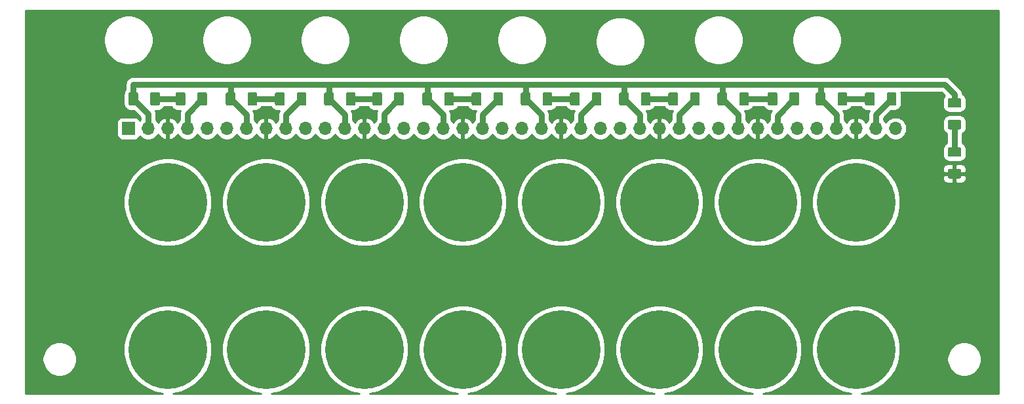
<source format=gbr>
From 19d7334d2912e8be3c1a4e5080f34c5b95876e3c Mon Sep 17 00:00:00 2001
From: Blaise Thompson <blaise@untzag.com>
Date: Fri, 7 May 2021 11:43:32 -0500
Subject: restructure galvanosynth

---
 galvanosyth/daugher/gerber/daughter-F_Cu.gbr | 6940 --------------------------
 1 file changed, 6940 deletions(-)
 delete mode 100644 galvanosyth/daugher/gerber/daughter-F_Cu.gbr

(limited to 'galvanosyth/daugher/gerber/daughter-F_Cu.gbr')

diff --git a/galvanosyth/daugher/gerber/daughter-F_Cu.gbr b/galvanosyth/daugher/gerber/daughter-F_Cu.gbr
deleted file mode 100644
index 4b13e64..0000000
--- a/galvanosyth/daugher/gerber/daughter-F_Cu.gbr
+++ /dev/null
@@ -1,6940 +0,0 @@
-G04 #@! TF.GenerationSoftware,KiCad,Pcbnew,5.1.5+dfsg1-2*
-G04 #@! TF.CreationDate,2020-03-03T15:33:36-06:00*
-G04 #@! TF.ProjectId,daughter,64617567-6874-4657-922e-6b696361645f,1.3.1*
-G04 #@! TF.SameCoordinates,Original*
-G04 #@! TF.FileFunction,Copper,L1,Top*
-G04 #@! TF.FilePolarity,Positive*
-%FSLAX46Y46*%
-G04 Gerber Fmt 4.6, Leading zero omitted, Abs format (unit mm)*
-G04 Created by KiCad (PCBNEW 5.1.5+dfsg1-2) date 2020-03-03 15:33:36*
-%MOMM*%
-%LPD*%
-G04 APERTURE LIST*
-%ADD10C,10.160000*%
-%ADD11C,0.100000*%
-%ADD12O,1.700000X1.700000*%
-%ADD13R,1.700000X1.700000*%
-%ADD14C,0.762000*%
-%ADD15C,0.254000*%
-G04 APERTURE END LIST*
-D10*
-X133350000Y-104775000D03*
-G04 #@! TA.AperFunction,SMDPad,CuDef*
-D11*
-G36*
-X172099504Y-75071204D02*
-G01*
-X172123773Y-75074804D01*
-X172147571Y-75080765D01*
-X172170671Y-75089030D01*
-X172192849Y-75099520D01*
-X172213893Y-75112133D01*
-X172233598Y-75126747D01*
-X172251777Y-75143223D01*
-X172268253Y-75161402D01*
-X172282867Y-75181107D01*
-X172295480Y-75202151D01*
-X172305970Y-75224329D01*
-X172314235Y-75247429D01*
-X172320196Y-75271227D01*
-X172323796Y-75295496D01*
-X172325000Y-75320000D01*
-X172325000Y-76070000D01*
-X172323796Y-76094504D01*
-X172320196Y-76118773D01*
-X172314235Y-76142571D01*
-X172305970Y-76165671D01*
-X172295480Y-76187849D01*
-X172282867Y-76208893D01*
-X172268253Y-76228598D01*
-X172251777Y-76246777D01*
-X172233598Y-76263253D01*
-X172213893Y-76277867D01*
-X172192849Y-76290480D01*
-X172170671Y-76300970D01*
-X172147571Y-76309235D01*
-X172123773Y-76315196D01*
-X172099504Y-76318796D01*
-X172075000Y-76320000D01*
-X170825000Y-76320000D01*
-X170800496Y-76318796D01*
-X170776227Y-76315196D01*
-X170752429Y-76309235D01*
-X170729329Y-76300970D01*
-X170707151Y-76290480D01*
-X170686107Y-76277867D01*
-X170666402Y-76263253D01*
-X170648223Y-76246777D01*
-X170631747Y-76228598D01*
-X170617133Y-76208893D01*
-X170604520Y-76187849D01*
-X170594030Y-76165671D01*
-X170585765Y-76142571D01*
-X170579804Y-76118773D01*
-X170576204Y-76094504D01*
-X170575000Y-76070000D01*
-X170575000Y-75320000D01*
-X170576204Y-75295496D01*
-X170579804Y-75271227D01*
-X170585765Y-75247429D01*
-X170594030Y-75224329D01*
-X170604520Y-75202151D01*
-X170617133Y-75181107D01*
-X170631747Y-75161402D01*
-X170648223Y-75143223D01*
-X170666402Y-75126747D01*
-X170686107Y-75112133D01*
-X170707151Y-75099520D01*
-X170729329Y-75089030D01*
-X170752429Y-75080765D01*
-X170776227Y-75074804D01*
-X170800496Y-75071204D01*
-X170825000Y-75070000D01*
-X172075000Y-75070000D01*
-X172099504Y-75071204D01*
-G37*
-G04 #@! TD.AperFunction*
-G04 #@! TA.AperFunction,SMDPad,CuDef*
-G36*
-X172099504Y-72271204D02*
-G01*
-X172123773Y-72274804D01*
-X172147571Y-72280765D01*
-X172170671Y-72289030D01*
-X172192849Y-72299520D01*
-X172213893Y-72312133D01*
-X172233598Y-72326747D01*
-X172251777Y-72343223D01*
-X172268253Y-72361402D01*
-X172282867Y-72381107D01*
-X172295480Y-72402151D01*
-X172305970Y-72424329D01*
-X172314235Y-72447429D01*
-X172320196Y-72471227D01*
-X172323796Y-72495496D01*
-X172325000Y-72520000D01*
-X172325000Y-73270000D01*
-X172323796Y-73294504D01*
-X172320196Y-73318773D01*
-X172314235Y-73342571D01*
-X172305970Y-73365671D01*
-X172295480Y-73387849D01*
-X172282867Y-73408893D01*
-X172268253Y-73428598D01*
-X172251777Y-73446777D01*
-X172233598Y-73463253D01*
-X172213893Y-73477867D01*
-X172192849Y-73490480D01*
-X172170671Y-73500970D01*
-X172147571Y-73509235D01*
-X172123773Y-73515196D01*
-X172099504Y-73518796D01*
-X172075000Y-73520000D01*
-X170825000Y-73520000D01*
-X170800496Y-73518796D01*
-X170776227Y-73515196D01*
-X170752429Y-73509235D01*
-X170729329Y-73500970D01*
-X170707151Y-73490480D01*
-X170686107Y-73477867D01*
-X170666402Y-73463253D01*
-X170648223Y-73446777D01*
-X170631747Y-73428598D01*
-X170617133Y-73408893D01*
-X170604520Y-73387849D01*
-X170594030Y-73365671D01*
-X170585765Y-73342571D01*
-X170579804Y-73318773D01*
-X170576204Y-73294504D01*
-X170575000Y-73270000D01*
-X170575000Y-72520000D01*
-X170576204Y-72495496D01*
-X170579804Y-72471227D01*
-X170585765Y-72447429D01*
-X170594030Y-72424329D01*
-X170604520Y-72402151D01*
-X170617133Y-72381107D01*
-X170631747Y-72361402D01*
-X170648223Y-72343223D01*
-X170666402Y-72326747D01*
-X170686107Y-72312133D01*
-X170707151Y-72299520D01*
-X170729329Y-72289030D01*
-X170752429Y-72280765D01*
-X170776227Y-72274804D01*
-X170800496Y-72271204D01*
-X170825000Y-72270000D01*
-X172075000Y-72270000D01*
-X172099504Y-72271204D01*
-G37*
-G04 #@! TD.AperFunction*
-G04 #@! TA.AperFunction,SMDPad,CuDef*
-G36*
-X172099504Y-78621204D02*
-G01*
-X172123773Y-78624804D01*
-X172147571Y-78630765D01*
-X172170671Y-78639030D01*
-X172192849Y-78649520D01*
-X172213893Y-78662133D01*
-X172233598Y-78676747D01*
-X172251777Y-78693223D01*
-X172268253Y-78711402D01*
-X172282867Y-78731107D01*
-X172295480Y-78752151D01*
-X172305970Y-78774329D01*
-X172314235Y-78797429D01*
-X172320196Y-78821227D01*
-X172323796Y-78845496D01*
-X172325000Y-78870000D01*
-X172325000Y-79620000D01*
-X172323796Y-79644504D01*
-X172320196Y-79668773D01*
-X172314235Y-79692571D01*
-X172305970Y-79715671D01*
-X172295480Y-79737849D01*
-X172282867Y-79758893D01*
-X172268253Y-79778598D01*
-X172251777Y-79796777D01*
-X172233598Y-79813253D01*
-X172213893Y-79827867D01*
-X172192849Y-79840480D01*
-X172170671Y-79850970D01*
-X172147571Y-79859235D01*
-X172123773Y-79865196D01*
-X172099504Y-79868796D01*
-X172075000Y-79870000D01*
-X170825000Y-79870000D01*
-X170800496Y-79868796D01*
-X170776227Y-79865196D01*
-X170752429Y-79859235D01*
-X170729329Y-79850970D01*
-X170707151Y-79840480D01*
-X170686107Y-79827867D01*
-X170666402Y-79813253D01*
-X170648223Y-79796777D01*
-X170631747Y-79778598D01*
-X170617133Y-79758893D01*
-X170604520Y-79737849D01*
-X170594030Y-79715671D01*
-X170585765Y-79692571D01*
-X170579804Y-79668773D01*
-X170576204Y-79644504D01*
-X170575000Y-79620000D01*
-X170575000Y-78870000D01*
-X170576204Y-78845496D01*
-X170579804Y-78821227D01*
-X170585765Y-78797429D01*
-X170594030Y-78774329D01*
-X170604520Y-78752151D01*
-X170617133Y-78731107D01*
-X170631747Y-78711402D01*
-X170648223Y-78693223D01*
-X170666402Y-78676747D01*
-X170686107Y-78662133D01*
-X170707151Y-78649520D01*
-X170729329Y-78639030D01*
-X170752429Y-78630765D01*
-X170776227Y-78624804D01*
-X170800496Y-78621204D01*
-X170825000Y-78620000D01*
-X172075000Y-78620000D01*
-X172099504Y-78621204D01*
-G37*
-G04 #@! TD.AperFunction*
-G04 #@! TA.AperFunction,SMDPad,CuDef*
-G36*
-X172099504Y-81421204D02*
-G01*
-X172123773Y-81424804D01*
-X172147571Y-81430765D01*
-X172170671Y-81439030D01*
-X172192849Y-81449520D01*
-X172213893Y-81462133D01*
-X172233598Y-81476747D01*
-X172251777Y-81493223D01*
-X172268253Y-81511402D01*
-X172282867Y-81531107D01*
-X172295480Y-81552151D01*
-X172305970Y-81574329D01*
-X172314235Y-81597429D01*
-X172320196Y-81621227D01*
-X172323796Y-81645496D01*
-X172325000Y-81670000D01*
-X172325000Y-82420000D01*
-X172323796Y-82444504D01*
-X172320196Y-82468773D01*
-X172314235Y-82492571D01*
-X172305970Y-82515671D01*
-X172295480Y-82537849D01*
-X172282867Y-82558893D01*
-X172268253Y-82578598D01*
-X172251777Y-82596777D01*
-X172233598Y-82613253D01*
-X172213893Y-82627867D01*
-X172192849Y-82640480D01*
-X172170671Y-82650970D01*
-X172147571Y-82659235D01*
-X172123773Y-82665196D01*
-X172099504Y-82668796D01*
-X172075000Y-82670000D01*
-X170825000Y-82670000D01*
-X170800496Y-82668796D01*
-X170776227Y-82665196D01*
-X170752429Y-82659235D01*
-X170729329Y-82650970D01*
-X170707151Y-82640480D01*
-X170686107Y-82627867D01*
-X170666402Y-82613253D01*
-X170648223Y-82596777D01*
-X170631747Y-82578598D01*
-X170617133Y-82558893D01*
-X170604520Y-82537849D01*
-X170594030Y-82515671D01*
-X170585765Y-82492571D01*
-X170579804Y-82468773D01*
-X170576204Y-82444504D01*
-X170575000Y-82420000D01*
-X170575000Y-81670000D01*
-X170576204Y-81645496D01*
-X170579804Y-81621227D01*
-X170585765Y-81597429D01*
-X170594030Y-81574329D01*
-X170604520Y-81552151D01*
-X170617133Y-81531107D01*
-X170631747Y-81511402D01*
-X170648223Y-81493223D01*
-X170666402Y-81476747D01*
-X170686107Y-81462133D01*
-X170707151Y-81449520D01*
-X170729329Y-81439030D01*
-X170752429Y-81430765D01*
-X170776227Y-81424804D01*
-X170800496Y-81421204D01*
-X170825000Y-81420000D01*
-X172075000Y-81420000D01*
-X172099504Y-81421204D01*
-G37*
-G04 #@! TD.AperFunction*
-D10*
-X158750000Y-85725000D03*
-X133350000Y-85725000D03*
-X107950000Y-85725000D03*
-X82550000Y-85725000D03*
-X146050000Y-85725000D03*
-X120650000Y-85725000D03*
-X95250000Y-85725000D03*
-X69850000Y-85725000D03*
-X158750000Y-104775000D03*
-X107950000Y-104775000D03*
-X82550000Y-104775000D03*
-X146050000Y-104775000D03*
-X120650000Y-104775000D03*
-X95250000Y-104775000D03*
-X69850000Y-104775000D03*
-G04 #@! TA.AperFunction,SMDPad,CuDef*
-D11*
-G36*
-X157374504Y-71516204D02*
-G01*
-X157398773Y-71519804D01*
-X157422571Y-71525765D01*
-X157445671Y-71534030D01*
-X157467849Y-71544520D01*
-X157488893Y-71557133D01*
-X157508598Y-71571747D01*
-X157526777Y-71588223D01*
-X157543253Y-71606402D01*
-X157557867Y-71626107D01*
-X157570480Y-71647151D01*
-X157580970Y-71669329D01*
-X157589235Y-71692429D01*
-X157595196Y-71716227D01*
-X157598796Y-71740496D01*
-X157600000Y-71765000D01*
-X157600000Y-73015000D01*
-X157598796Y-73039504D01*
-X157595196Y-73063773D01*
-X157589235Y-73087571D01*
-X157580970Y-73110671D01*
-X157570480Y-73132849D01*
-X157557867Y-73153893D01*
-X157543253Y-73173598D01*
-X157526777Y-73191777D01*
-X157508598Y-73208253D01*
-X157488893Y-73222867D01*
-X157467849Y-73235480D01*
-X157445671Y-73245970D01*
-X157422571Y-73254235D01*
-X157398773Y-73260196D01*
-X157374504Y-73263796D01*
-X157350000Y-73265000D01*
-X156600000Y-73265000D01*
-X156575496Y-73263796D01*
-X156551227Y-73260196D01*
-X156527429Y-73254235D01*
-X156504329Y-73245970D01*
-X156482151Y-73235480D01*
-X156461107Y-73222867D01*
-X156441402Y-73208253D01*
-X156423223Y-73191777D01*
-X156406747Y-73173598D01*
-X156392133Y-73153893D01*
-X156379520Y-73132849D01*
-X156369030Y-73110671D01*
-X156360765Y-73087571D01*
-X156354804Y-73063773D01*
-X156351204Y-73039504D01*
-X156350000Y-73015000D01*
-X156350000Y-71765000D01*
-X156351204Y-71740496D01*
-X156354804Y-71716227D01*
-X156360765Y-71692429D01*
-X156369030Y-71669329D01*
-X156379520Y-71647151D01*
-X156392133Y-71626107D01*
-X156406747Y-71606402D01*
-X156423223Y-71588223D01*
-X156441402Y-71571747D01*
-X156461107Y-71557133D01*
-X156482151Y-71544520D01*
-X156504329Y-71534030D01*
-X156527429Y-71525765D01*
-X156551227Y-71519804D01*
-X156575496Y-71516204D01*
-X156600000Y-71515000D01*
-X157350000Y-71515000D01*
-X157374504Y-71516204D01*
-G37*
-G04 #@! TD.AperFunction*
-G04 #@! TA.AperFunction,SMDPad,CuDef*
-G36*
-X154574504Y-71516204D02*
-G01*
-X154598773Y-71519804D01*
-X154622571Y-71525765D01*
-X154645671Y-71534030D01*
-X154667849Y-71544520D01*
-X154688893Y-71557133D01*
-X154708598Y-71571747D01*
-X154726777Y-71588223D01*
-X154743253Y-71606402D01*
-X154757867Y-71626107D01*
-X154770480Y-71647151D01*
-X154780970Y-71669329D01*
-X154789235Y-71692429D01*
-X154795196Y-71716227D01*
-X154798796Y-71740496D01*
-X154800000Y-71765000D01*
-X154800000Y-73015000D01*
-X154798796Y-73039504D01*
-X154795196Y-73063773D01*
-X154789235Y-73087571D01*
-X154780970Y-73110671D01*
-X154770480Y-73132849D01*
-X154757867Y-73153893D01*
-X154743253Y-73173598D01*
-X154726777Y-73191777D01*
-X154708598Y-73208253D01*
-X154688893Y-73222867D01*
-X154667849Y-73235480D01*
-X154645671Y-73245970D01*
-X154622571Y-73254235D01*
-X154598773Y-73260196D01*
-X154574504Y-73263796D01*
-X154550000Y-73265000D01*
-X153800000Y-73265000D01*
-X153775496Y-73263796D01*
-X153751227Y-73260196D01*
-X153727429Y-73254235D01*
-X153704329Y-73245970D01*
-X153682151Y-73235480D01*
-X153661107Y-73222867D01*
-X153641402Y-73208253D01*
-X153623223Y-73191777D01*
-X153606747Y-73173598D01*
-X153592133Y-73153893D01*
-X153579520Y-73132849D01*
-X153569030Y-73110671D01*
-X153560765Y-73087571D01*
-X153554804Y-73063773D01*
-X153551204Y-73039504D01*
-X153550000Y-73015000D01*
-X153550000Y-71765000D01*
-X153551204Y-71740496D01*
-X153554804Y-71716227D01*
-X153560765Y-71692429D01*
-X153569030Y-71669329D01*
-X153579520Y-71647151D01*
-X153592133Y-71626107D01*
-X153606747Y-71606402D01*
-X153623223Y-71588223D01*
-X153641402Y-71571747D01*
-X153661107Y-71557133D01*
-X153682151Y-71544520D01*
-X153704329Y-71534030D01*
-X153727429Y-71525765D01*
-X153751227Y-71519804D01*
-X153775496Y-71516204D01*
-X153800000Y-71515000D01*
-X154550000Y-71515000D01*
-X154574504Y-71516204D01*
-G37*
-G04 #@! TD.AperFunction*
-G04 #@! TA.AperFunction,SMDPad,CuDef*
-G36*
-X131974504Y-71516204D02*
-G01*
-X131998773Y-71519804D01*
-X132022571Y-71525765D01*
-X132045671Y-71534030D01*
-X132067849Y-71544520D01*
-X132088893Y-71557133D01*
-X132108598Y-71571747D01*
-X132126777Y-71588223D01*
-X132143253Y-71606402D01*
-X132157867Y-71626107D01*
-X132170480Y-71647151D01*
-X132180970Y-71669329D01*
-X132189235Y-71692429D01*
-X132195196Y-71716227D01*
-X132198796Y-71740496D01*
-X132200000Y-71765000D01*
-X132200000Y-73015000D01*
-X132198796Y-73039504D01*
-X132195196Y-73063773D01*
-X132189235Y-73087571D01*
-X132180970Y-73110671D01*
-X132170480Y-73132849D01*
-X132157867Y-73153893D01*
-X132143253Y-73173598D01*
-X132126777Y-73191777D01*
-X132108598Y-73208253D01*
-X132088893Y-73222867D01*
-X132067849Y-73235480D01*
-X132045671Y-73245970D01*
-X132022571Y-73254235D01*
-X131998773Y-73260196D01*
-X131974504Y-73263796D01*
-X131950000Y-73265000D01*
-X131200000Y-73265000D01*
-X131175496Y-73263796D01*
-X131151227Y-73260196D01*
-X131127429Y-73254235D01*
-X131104329Y-73245970D01*
-X131082151Y-73235480D01*
-X131061107Y-73222867D01*
-X131041402Y-73208253D01*
-X131023223Y-73191777D01*
-X131006747Y-73173598D01*
-X130992133Y-73153893D01*
-X130979520Y-73132849D01*
-X130969030Y-73110671D01*
-X130960765Y-73087571D01*
-X130954804Y-73063773D01*
-X130951204Y-73039504D01*
-X130950000Y-73015000D01*
-X130950000Y-71765000D01*
-X130951204Y-71740496D01*
-X130954804Y-71716227D01*
-X130960765Y-71692429D01*
-X130969030Y-71669329D01*
-X130979520Y-71647151D01*
-X130992133Y-71626107D01*
-X131006747Y-71606402D01*
-X131023223Y-71588223D01*
-X131041402Y-71571747D01*
-X131061107Y-71557133D01*
-X131082151Y-71544520D01*
-X131104329Y-71534030D01*
-X131127429Y-71525765D01*
-X131151227Y-71519804D01*
-X131175496Y-71516204D01*
-X131200000Y-71515000D01*
-X131950000Y-71515000D01*
-X131974504Y-71516204D01*
-G37*
-G04 #@! TD.AperFunction*
-G04 #@! TA.AperFunction,SMDPad,CuDef*
-G36*
-X129174504Y-71516204D02*
-G01*
-X129198773Y-71519804D01*
-X129222571Y-71525765D01*
-X129245671Y-71534030D01*
-X129267849Y-71544520D01*
-X129288893Y-71557133D01*
-X129308598Y-71571747D01*
-X129326777Y-71588223D01*
-X129343253Y-71606402D01*
-X129357867Y-71626107D01*
-X129370480Y-71647151D01*
-X129380970Y-71669329D01*
-X129389235Y-71692429D01*
-X129395196Y-71716227D01*
-X129398796Y-71740496D01*
-X129400000Y-71765000D01*
-X129400000Y-73015000D01*
-X129398796Y-73039504D01*
-X129395196Y-73063773D01*
-X129389235Y-73087571D01*
-X129380970Y-73110671D01*
-X129370480Y-73132849D01*
-X129357867Y-73153893D01*
-X129343253Y-73173598D01*
-X129326777Y-73191777D01*
-X129308598Y-73208253D01*
-X129288893Y-73222867D01*
-X129267849Y-73235480D01*
-X129245671Y-73245970D01*
-X129222571Y-73254235D01*
-X129198773Y-73260196D01*
-X129174504Y-73263796D01*
-X129150000Y-73265000D01*
-X128400000Y-73265000D01*
-X128375496Y-73263796D01*
-X128351227Y-73260196D01*
-X128327429Y-73254235D01*
-X128304329Y-73245970D01*
-X128282151Y-73235480D01*
-X128261107Y-73222867D01*
-X128241402Y-73208253D01*
-X128223223Y-73191777D01*
-X128206747Y-73173598D01*
-X128192133Y-73153893D01*
-X128179520Y-73132849D01*
-X128169030Y-73110671D01*
-X128160765Y-73087571D01*
-X128154804Y-73063773D01*
-X128151204Y-73039504D01*
-X128150000Y-73015000D01*
-X128150000Y-71765000D01*
-X128151204Y-71740496D01*
-X128154804Y-71716227D01*
-X128160765Y-71692429D01*
-X128169030Y-71669329D01*
-X128179520Y-71647151D01*
-X128192133Y-71626107D01*
-X128206747Y-71606402D01*
-X128223223Y-71588223D01*
-X128241402Y-71571747D01*
-X128261107Y-71557133D01*
-X128282151Y-71544520D01*
-X128304329Y-71534030D01*
-X128327429Y-71525765D01*
-X128351227Y-71519804D01*
-X128375496Y-71516204D01*
-X128400000Y-71515000D01*
-X129150000Y-71515000D01*
-X129174504Y-71516204D01*
-G37*
-G04 #@! TD.AperFunction*
-G04 #@! TA.AperFunction,SMDPad,CuDef*
-G36*
-X106574504Y-71516204D02*
-G01*
-X106598773Y-71519804D01*
-X106622571Y-71525765D01*
-X106645671Y-71534030D01*
-X106667849Y-71544520D01*
-X106688893Y-71557133D01*
-X106708598Y-71571747D01*
-X106726777Y-71588223D01*
-X106743253Y-71606402D01*
-X106757867Y-71626107D01*
-X106770480Y-71647151D01*
-X106780970Y-71669329D01*
-X106789235Y-71692429D01*
-X106795196Y-71716227D01*
-X106798796Y-71740496D01*
-X106800000Y-71765000D01*
-X106800000Y-73015000D01*
-X106798796Y-73039504D01*
-X106795196Y-73063773D01*
-X106789235Y-73087571D01*
-X106780970Y-73110671D01*
-X106770480Y-73132849D01*
-X106757867Y-73153893D01*
-X106743253Y-73173598D01*
-X106726777Y-73191777D01*
-X106708598Y-73208253D01*
-X106688893Y-73222867D01*
-X106667849Y-73235480D01*
-X106645671Y-73245970D01*
-X106622571Y-73254235D01*
-X106598773Y-73260196D01*
-X106574504Y-73263796D01*
-X106550000Y-73265000D01*
-X105800000Y-73265000D01*
-X105775496Y-73263796D01*
-X105751227Y-73260196D01*
-X105727429Y-73254235D01*
-X105704329Y-73245970D01*
-X105682151Y-73235480D01*
-X105661107Y-73222867D01*
-X105641402Y-73208253D01*
-X105623223Y-73191777D01*
-X105606747Y-73173598D01*
-X105592133Y-73153893D01*
-X105579520Y-73132849D01*
-X105569030Y-73110671D01*
-X105560765Y-73087571D01*
-X105554804Y-73063773D01*
-X105551204Y-73039504D01*
-X105550000Y-73015000D01*
-X105550000Y-71765000D01*
-X105551204Y-71740496D01*
-X105554804Y-71716227D01*
-X105560765Y-71692429D01*
-X105569030Y-71669329D01*
-X105579520Y-71647151D01*
-X105592133Y-71626107D01*
-X105606747Y-71606402D01*
-X105623223Y-71588223D01*
-X105641402Y-71571747D01*
-X105661107Y-71557133D01*
-X105682151Y-71544520D01*
-X105704329Y-71534030D01*
-X105727429Y-71525765D01*
-X105751227Y-71519804D01*
-X105775496Y-71516204D01*
-X105800000Y-71515000D01*
-X106550000Y-71515000D01*
-X106574504Y-71516204D01*
-G37*
-G04 #@! TD.AperFunction*
-G04 #@! TA.AperFunction,SMDPad,CuDef*
-G36*
-X103774504Y-71516204D02*
-G01*
-X103798773Y-71519804D01*
-X103822571Y-71525765D01*
-X103845671Y-71534030D01*
-X103867849Y-71544520D01*
-X103888893Y-71557133D01*
-X103908598Y-71571747D01*
-X103926777Y-71588223D01*
-X103943253Y-71606402D01*
-X103957867Y-71626107D01*
-X103970480Y-71647151D01*
-X103980970Y-71669329D01*
-X103989235Y-71692429D01*
-X103995196Y-71716227D01*
-X103998796Y-71740496D01*
-X104000000Y-71765000D01*
-X104000000Y-73015000D01*
-X103998796Y-73039504D01*
-X103995196Y-73063773D01*
-X103989235Y-73087571D01*
-X103980970Y-73110671D01*
-X103970480Y-73132849D01*
-X103957867Y-73153893D01*
-X103943253Y-73173598D01*
-X103926777Y-73191777D01*
-X103908598Y-73208253D01*
-X103888893Y-73222867D01*
-X103867849Y-73235480D01*
-X103845671Y-73245970D01*
-X103822571Y-73254235D01*
-X103798773Y-73260196D01*
-X103774504Y-73263796D01*
-X103750000Y-73265000D01*
-X103000000Y-73265000D01*
-X102975496Y-73263796D01*
-X102951227Y-73260196D01*
-X102927429Y-73254235D01*
-X102904329Y-73245970D01*
-X102882151Y-73235480D01*
-X102861107Y-73222867D01*
-X102841402Y-73208253D01*
-X102823223Y-73191777D01*
-X102806747Y-73173598D01*
-X102792133Y-73153893D01*
-X102779520Y-73132849D01*
-X102769030Y-73110671D01*
-X102760765Y-73087571D01*
-X102754804Y-73063773D01*
-X102751204Y-73039504D01*
-X102750000Y-73015000D01*
-X102750000Y-71765000D01*
-X102751204Y-71740496D01*
-X102754804Y-71716227D01*
-X102760765Y-71692429D01*
-X102769030Y-71669329D01*
-X102779520Y-71647151D01*
-X102792133Y-71626107D01*
-X102806747Y-71606402D01*
-X102823223Y-71588223D01*
-X102841402Y-71571747D01*
-X102861107Y-71557133D01*
-X102882151Y-71544520D01*
-X102904329Y-71534030D01*
-X102927429Y-71525765D01*
-X102951227Y-71519804D01*
-X102975496Y-71516204D01*
-X103000000Y-71515000D01*
-X103750000Y-71515000D01*
-X103774504Y-71516204D01*
-G37*
-G04 #@! TD.AperFunction*
-G04 #@! TA.AperFunction,SMDPad,CuDef*
-G36*
-X81174504Y-71516204D02*
-G01*
-X81198773Y-71519804D01*
-X81222571Y-71525765D01*
-X81245671Y-71534030D01*
-X81267849Y-71544520D01*
-X81288893Y-71557133D01*
-X81308598Y-71571747D01*
-X81326777Y-71588223D01*
-X81343253Y-71606402D01*
-X81357867Y-71626107D01*
-X81370480Y-71647151D01*
-X81380970Y-71669329D01*
-X81389235Y-71692429D01*
-X81395196Y-71716227D01*
-X81398796Y-71740496D01*
-X81400000Y-71765000D01*
-X81400000Y-73015000D01*
-X81398796Y-73039504D01*
-X81395196Y-73063773D01*
-X81389235Y-73087571D01*
-X81380970Y-73110671D01*
-X81370480Y-73132849D01*
-X81357867Y-73153893D01*
-X81343253Y-73173598D01*
-X81326777Y-73191777D01*
-X81308598Y-73208253D01*
-X81288893Y-73222867D01*
-X81267849Y-73235480D01*
-X81245671Y-73245970D01*
-X81222571Y-73254235D01*
-X81198773Y-73260196D01*
-X81174504Y-73263796D01*
-X81150000Y-73265000D01*
-X80400000Y-73265000D01*
-X80375496Y-73263796D01*
-X80351227Y-73260196D01*
-X80327429Y-73254235D01*
-X80304329Y-73245970D01*
-X80282151Y-73235480D01*
-X80261107Y-73222867D01*
-X80241402Y-73208253D01*
-X80223223Y-73191777D01*
-X80206747Y-73173598D01*
-X80192133Y-73153893D01*
-X80179520Y-73132849D01*
-X80169030Y-73110671D01*
-X80160765Y-73087571D01*
-X80154804Y-73063773D01*
-X80151204Y-73039504D01*
-X80150000Y-73015000D01*
-X80150000Y-71765000D01*
-X80151204Y-71740496D01*
-X80154804Y-71716227D01*
-X80160765Y-71692429D01*
-X80169030Y-71669329D01*
-X80179520Y-71647151D01*
-X80192133Y-71626107D01*
-X80206747Y-71606402D01*
-X80223223Y-71588223D01*
-X80241402Y-71571747D01*
-X80261107Y-71557133D01*
-X80282151Y-71544520D01*
-X80304329Y-71534030D01*
-X80327429Y-71525765D01*
-X80351227Y-71519804D01*
-X80375496Y-71516204D01*
-X80400000Y-71515000D01*
-X81150000Y-71515000D01*
-X81174504Y-71516204D01*
-G37*
-G04 #@! TD.AperFunction*
-G04 #@! TA.AperFunction,SMDPad,CuDef*
-G36*
-X78374504Y-71516204D02*
-G01*
-X78398773Y-71519804D01*
-X78422571Y-71525765D01*
-X78445671Y-71534030D01*
-X78467849Y-71544520D01*
-X78488893Y-71557133D01*
-X78508598Y-71571747D01*
-X78526777Y-71588223D01*
-X78543253Y-71606402D01*
-X78557867Y-71626107D01*
-X78570480Y-71647151D01*
-X78580970Y-71669329D01*
-X78589235Y-71692429D01*
-X78595196Y-71716227D01*
-X78598796Y-71740496D01*
-X78600000Y-71765000D01*
-X78600000Y-73015000D01*
-X78598796Y-73039504D01*
-X78595196Y-73063773D01*
-X78589235Y-73087571D01*
-X78580970Y-73110671D01*
-X78570480Y-73132849D01*
-X78557867Y-73153893D01*
-X78543253Y-73173598D01*
-X78526777Y-73191777D01*
-X78508598Y-73208253D01*
-X78488893Y-73222867D01*
-X78467849Y-73235480D01*
-X78445671Y-73245970D01*
-X78422571Y-73254235D01*
-X78398773Y-73260196D01*
-X78374504Y-73263796D01*
-X78350000Y-73265000D01*
-X77600000Y-73265000D01*
-X77575496Y-73263796D01*
-X77551227Y-73260196D01*
-X77527429Y-73254235D01*
-X77504329Y-73245970D01*
-X77482151Y-73235480D01*
-X77461107Y-73222867D01*
-X77441402Y-73208253D01*
-X77423223Y-73191777D01*
-X77406747Y-73173598D01*
-X77392133Y-73153893D01*
-X77379520Y-73132849D01*
-X77369030Y-73110671D01*
-X77360765Y-73087571D01*
-X77354804Y-73063773D01*
-X77351204Y-73039504D01*
-X77350000Y-73015000D01*
-X77350000Y-71765000D01*
-X77351204Y-71740496D01*
-X77354804Y-71716227D01*
-X77360765Y-71692429D01*
-X77369030Y-71669329D01*
-X77379520Y-71647151D01*
-X77392133Y-71626107D01*
-X77406747Y-71606402D01*
-X77423223Y-71588223D01*
-X77441402Y-71571747D01*
-X77461107Y-71557133D01*
-X77482151Y-71544520D01*
-X77504329Y-71534030D01*
-X77527429Y-71525765D01*
-X77551227Y-71519804D01*
-X77575496Y-71516204D01*
-X77600000Y-71515000D01*
-X78350000Y-71515000D01*
-X78374504Y-71516204D01*
-G37*
-G04 #@! TD.AperFunction*
-G04 #@! TA.AperFunction,SMDPad,CuDef*
-G36*
-X144674504Y-71516204D02*
-G01*
-X144698773Y-71519804D01*
-X144722571Y-71525765D01*
-X144745671Y-71534030D01*
-X144767849Y-71544520D01*
-X144788893Y-71557133D01*
-X144808598Y-71571747D01*
-X144826777Y-71588223D01*
-X144843253Y-71606402D01*
-X144857867Y-71626107D01*
-X144870480Y-71647151D01*
-X144880970Y-71669329D01*
-X144889235Y-71692429D01*
-X144895196Y-71716227D01*
-X144898796Y-71740496D01*
-X144900000Y-71765000D01*
-X144900000Y-73015000D01*
-X144898796Y-73039504D01*
-X144895196Y-73063773D01*
-X144889235Y-73087571D01*
-X144880970Y-73110671D01*
-X144870480Y-73132849D01*
-X144857867Y-73153893D01*
-X144843253Y-73173598D01*
-X144826777Y-73191777D01*
-X144808598Y-73208253D01*
-X144788893Y-73222867D01*
-X144767849Y-73235480D01*
-X144745671Y-73245970D01*
-X144722571Y-73254235D01*
-X144698773Y-73260196D01*
-X144674504Y-73263796D01*
-X144650000Y-73265000D01*
-X143900000Y-73265000D01*
-X143875496Y-73263796D01*
-X143851227Y-73260196D01*
-X143827429Y-73254235D01*
-X143804329Y-73245970D01*
-X143782151Y-73235480D01*
-X143761107Y-73222867D01*
-X143741402Y-73208253D01*
-X143723223Y-73191777D01*
-X143706747Y-73173598D01*
-X143692133Y-73153893D01*
-X143679520Y-73132849D01*
-X143669030Y-73110671D01*
-X143660765Y-73087571D01*
-X143654804Y-73063773D01*
-X143651204Y-73039504D01*
-X143650000Y-73015000D01*
-X143650000Y-71765000D01*
-X143651204Y-71740496D01*
-X143654804Y-71716227D01*
-X143660765Y-71692429D01*
-X143669030Y-71669329D01*
-X143679520Y-71647151D01*
-X143692133Y-71626107D01*
-X143706747Y-71606402D01*
-X143723223Y-71588223D01*
-X143741402Y-71571747D01*
-X143761107Y-71557133D01*
-X143782151Y-71544520D01*
-X143804329Y-71534030D01*
-X143827429Y-71525765D01*
-X143851227Y-71519804D01*
-X143875496Y-71516204D01*
-X143900000Y-71515000D01*
-X144650000Y-71515000D01*
-X144674504Y-71516204D01*
-G37*
-G04 #@! TD.AperFunction*
-G04 #@! TA.AperFunction,SMDPad,CuDef*
-G36*
-X141874504Y-71516204D02*
-G01*
-X141898773Y-71519804D01*
-X141922571Y-71525765D01*
-X141945671Y-71534030D01*
-X141967849Y-71544520D01*
-X141988893Y-71557133D01*
-X142008598Y-71571747D01*
-X142026777Y-71588223D01*
-X142043253Y-71606402D01*
-X142057867Y-71626107D01*
-X142070480Y-71647151D01*
-X142080970Y-71669329D01*
-X142089235Y-71692429D01*
-X142095196Y-71716227D01*
-X142098796Y-71740496D01*
-X142100000Y-71765000D01*
-X142100000Y-73015000D01*
-X142098796Y-73039504D01*
-X142095196Y-73063773D01*
-X142089235Y-73087571D01*
-X142080970Y-73110671D01*
-X142070480Y-73132849D01*
-X142057867Y-73153893D01*
-X142043253Y-73173598D01*
-X142026777Y-73191777D01*
-X142008598Y-73208253D01*
-X141988893Y-73222867D01*
-X141967849Y-73235480D01*
-X141945671Y-73245970D01*
-X141922571Y-73254235D01*
-X141898773Y-73260196D01*
-X141874504Y-73263796D01*
-X141850000Y-73265000D01*
-X141100000Y-73265000D01*
-X141075496Y-73263796D01*
-X141051227Y-73260196D01*
-X141027429Y-73254235D01*
-X141004329Y-73245970D01*
-X140982151Y-73235480D01*
-X140961107Y-73222867D01*
-X140941402Y-73208253D01*
-X140923223Y-73191777D01*
-X140906747Y-73173598D01*
-X140892133Y-73153893D01*
-X140879520Y-73132849D01*
-X140869030Y-73110671D01*
-X140860765Y-73087571D01*
-X140854804Y-73063773D01*
-X140851204Y-73039504D01*
-X140850000Y-73015000D01*
-X140850000Y-71765000D01*
-X140851204Y-71740496D01*
-X140854804Y-71716227D01*
-X140860765Y-71692429D01*
-X140869030Y-71669329D01*
-X140879520Y-71647151D01*
-X140892133Y-71626107D01*
-X140906747Y-71606402D01*
-X140923223Y-71588223D01*
-X140941402Y-71571747D01*
-X140961107Y-71557133D01*
-X140982151Y-71544520D01*
-X141004329Y-71534030D01*
-X141027429Y-71525765D01*
-X141051227Y-71519804D01*
-X141075496Y-71516204D01*
-X141100000Y-71515000D01*
-X141850000Y-71515000D01*
-X141874504Y-71516204D01*
-G37*
-G04 #@! TD.AperFunction*
-G04 #@! TA.AperFunction,SMDPad,CuDef*
-G36*
-X119274504Y-71516204D02*
-G01*
-X119298773Y-71519804D01*
-X119322571Y-71525765D01*
-X119345671Y-71534030D01*
-X119367849Y-71544520D01*
-X119388893Y-71557133D01*
-X119408598Y-71571747D01*
-X119426777Y-71588223D01*
-X119443253Y-71606402D01*
-X119457867Y-71626107D01*
-X119470480Y-71647151D01*
-X119480970Y-71669329D01*
-X119489235Y-71692429D01*
-X119495196Y-71716227D01*
-X119498796Y-71740496D01*
-X119500000Y-71765000D01*
-X119500000Y-73015000D01*
-X119498796Y-73039504D01*
-X119495196Y-73063773D01*
-X119489235Y-73087571D01*
-X119480970Y-73110671D01*
-X119470480Y-73132849D01*
-X119457867Y-73153893D01*
-X119443253Y-73173598D01*
-X119426777Y-73191777D01*
-X119408598Y-73208253D01*
-X119388893Y-73222867D01*
-X119367849Y-73235480D01*
-X119345671Y-73245970D01*
-X119322571Y-73254235D01*
-X119298773Y-73260196D01*
-X119274504Y-73263796D01*
-X119250000Y-73265000D01*
-X118500000Y-73265000D01*
-X118475496Y-73263796D01*
-X118451227Y-73260196D01*
-X118427429Y-73254235D01*
-X118404329Y-73245970D01*
-X118382151Y-73235480D01*
-X118361107Y-73222867D01*
-X118341402Y-73208253D01*
-X118323223Y-73191777D01*
-X118306747Y-73173598D01*
-X118292133Y-73153893D01*
-X118279520Y-73132849D01*
-X118269030Y-73110671D01*
-X118260765Y-73087571D01*
-X118254804Y-73063773D01*
-X118251204Y-73039504D01*
-X118250000Y-73015000D01*
-X118250000Y-71765000D01*
-X118251204Y-71740496D01*
-X118254804Y-71716227D01*
-X118260765Y-71692429D01*
-X118269030Y-71669329D01*
-X118279520Y-71647151D01*
-X118292133Y-71626107D01*
-X118306747Y-71606402D01*
-X118323223Y-71588223D01*
-X118341402Y-71571747D01*
-X118361107Y-71557133D01*
-X118382151Y-71544520D01*
-X118404329Y-71534030D01*
-X118427429Y-71525765D01*
-X118451227Y-71519804D01*
-X118475496Y-71516204D01*
-X118500000Y-71515000D01*
-X119250000Y-71515000D01*
-X119274504Y-71516204D01*
-G37*
-G04 #@! TD.AperFunction*
-G04 #@! TA.AperFunction,SMDPad,CuDef*
-G36*
-X116474504Y-71516204D02*
-G01*
-X116498773Y-71519804D01*
-X116522571Y-71525765D01*
-X116545671Y-71534030D01*
-X116567849Y-71544520D01*
-X116588893Y-71557133D01*
-X116608598Y-71571747D01*
-X116626777Y-71588223D01*
-X116643253Y-71606402D01*
-X116657867Y-71626107D01*
-X116670480Y-71647151D01*
-X116680970Y-71669329D01*
-X116689235Y-71692429D01*
-X116695196Y-71716227D01*
-X116698796Y-71740496D01*
-X116700000Y-71765000D01*
-X116700000Y-73015000D01*
-X116698796Y-73039504D01*
-X116695196Y-73063773D01*
-X116689235Y-73087571D01*
-X116680970Y-73110671D01*
-X116670480Y-73132849D01*
-X116657867Y-73153893D01*
-X116643253Y-73173598D01*
-X116626777Y-73191777D01*
-X116608598Y-73208253D01*
-X116588893Y-73222867D01*
-X116567849Y-73235480D01*
-X116545671Y-73245970D01*
-X116522571Y-73254235D01*
-X116498773Y-73260196D01*
-X116474504Y-73263796D01*
-X116450000Y-73265000D01*
-X115700000Y-73265000D01*
-X115675496Y-73263796D01*
-X115651227Y-73260196D01*
-X115627429Y-73254235D01*
-X115604329Y-73245970D01*
-X115582151Y-73235480D01*
-X115561107Y-73222867D01*
-X115541402Y-73208253D01*
-X115523223Y-73191777D01*
-X115506747Y-73173598D01*
-X115492133Y-73153893D01*
-X115479520Y-73132849D01*
-X115469030Y-73110671D01*
-X115460765Y-73087571D01*
-X115454804Y-73063773D01*
-X115451204Y-73039504D01*
-X115450000Y-73015000D01*
-X115450000Y-71765000D01*
-X115451204Y-71740496D01*
-X115454804Y-71716227D01*
-X115460765Y-71692429D01*
-X115469030Y-71669329D01*
-X115479520Y-71647151D01*
-X115492133Y-71626107D01*
-X115506747Y-71606402D01*
-X115523223Y-71588223D01*
-X115541402Y-71571747D01*
-X115561107Y-71557133D01*
-X115582151Y-71544520D01*
-X115604329Y-71534030D01*
-X115627429Y-71525765D01*
-X115651227Y-71519804D01*
-X115675496Y-71516204D01*
-X115700000Y-71515000D01*
-X116450000Y-71515000D01*
-X116474504Y-71516204D01*
-G37*
-G04 #@! TD.AperFunction*
-G04 #@! TA.AperFunction,SMDPad,CuDef*
-G36*
-X93874504Y-71516204D02*
-G01*
-X93898773Y-71519804D01*
-X93922571Y-71525765D01*
-X93945671Y-71534030D01*
-X93967849Y-71544520D01*
-X93988893Y-71557133D01*
-X94008598Y-71571747D01*
-X94026777Y-71588223D01*
-X94043253Y-71606402D01*
-X94057867Y-71626107D01*
-X94070480Y-71647151D01*
-X94080970Y-71669329D01*
-X94089235Y-71692429D01*
-X94095196Y-71716227D01*
-X94098796Y-71740496D01*
-X94100000Y-71765000D01*
-X94100000Y-73015000D01*
-X94098796Y-73039504D01*
-X94095196Y-73063773D01*
-X94089235Y-73087571D01*
-X94080970Y-73110671D01*
-X94070480Y-73132849D01*
-X94057867Y-73153893D01*
-X94043253Y-73173598D01*
-X94026777Y-73191777D01*
-X94008598Y-73208253D01*
-X93988893Y-73222867D01*
-X93967849Y-73235480D01*
-X93945671Y-73245970D01*
-X93922571Y-73254235D01*
-X93898773Y-73260196D01*
-X93874504Y-73263796D01*
-X93850000Y-73265000D01*
-X93100000Y-73265000D01*
-X93075496Y-73263796D01*
-X93051227Y-73260196D01*
-X93027429Y-73254235D01*
-X93004329Y-73245970D01*
-X92982151Y-73235480D01*
-X92961107Y-73222867D01*
-X92941402Y-73208253D01*
-X92923223Y-73191777D01*
-X92906747Y-73173598D01*
-X92892133Y-73153893D01*
-X92879520Y-73132849D01*
-X92869030Y-73110671D01*
-X92860765Y-73087571D01*
-X92854804Y-73063773D01*
-X92851204Y-73039504D01*
-X92850000Y-73015000D01*
-X92850000Y-71765000D01*
-X92851204Y-71740496D01*
-X92854804Y-71716227D01*
-X92860765Y-71692429D01*
-X92869030Y-71669329D01*
-X92879520Y-71647151D01*
-X92892133Y-71626107D01*
-X92906747Y-71606402D01*
-X92923223Y-71588223D01*
-X92941402Y-71571747D01*
-X92961107Y-71557133D01*
-X92982151Y-71544520D01*
-X93004329Y-71534030D01*
-X93027429Y-71525765D01*
-X93051227Y-71519804D01*
-X93075496Y-71516204D01*
-X93100000Y-71515000D01*
-X93850000Y-71515000D01*
-X93874504Y-71516204D01*
-G37*
-G04 #@! TD.AperFunction*
-G04 #@! TA.AperFunction,SMDPad,CuDef*
-G36*
-X91074504Y-71516204D02*
-G01*
-X91098773Y-71519804D01*
-X91122571Y-71525765D01*
-X91145671Y-71534030D01*
-X91167849Y-71544520D01*
-X91188893Y-71557133D01*
-X91208598Y-71571747D01*
-X91226777Y-71588223D01*
-X91243253Y-71606402D01*
-X91257867Y-71626107D01*
-X91270480Y-71647151D01*
-X91280970Y-71669329D01*
-X91289235Y-71692429D01*
-X91295196Y-71716227D01*
-X91298796Y-71740496D01*
-X91300000Y-71765000D01*
-X91300000Y-73015000D01*
-X91298796Y-73039504D01*
-X91295196Y-73063773D01*
-X91289235Y-73087571D01*
-X91280970Y-73110671D01*
-X91270480Y-73132849D01*
-X91257867Y-73153893D01*
-X91243253Y-73173598D01*
-X91226777Y-73191777D01*
-X91208598Y-73208253D01*
-X91188893Y-73222867D01*
-X91167849Y-73235480D01*
-X91145671Y-73245970D01*
-X91122571Y-73254235D01*
-X91098773Y-73260196D01*
-X91074504Y-73263796D01*
-X91050000Y-73265000D01*
-X90300000Y-73265000D01*
-X90275496Y-73263796D01*
-X90251227Y-73260196D01*
-X90227429Y-73254235D01*
-X90204329Y-73245970D01*
-X90182151Y-73235480D01*
-X90161107Y-73222867D01*
-X90141402Y-73208253D01*
-X90123223Y-73191777D01*
-X90106747Y-73173598D01*
-X90092133Y-73153893D01*
-X90079520Y-73132849D01*
-X90069030Y-73110671D01*
-X90060765Y-73087571D01*
-X90054804Y-73063773D01*
-X90051204Y-73039504D01*
-X90050000Y-73015000D01*
-X90050000Y-71765000D01*
-X90051204Y-71740496D01*
-X90054804Y-71716227D01*
-X90060765Y-71692429D01*
-X90069030Y-71669329D01*
-X90079520Y-71647151D01*
-X90092133Y-71626107D01*
-X90106747Y-71606402D01*
-X90123223Y-71588223D01*
-X90141402Y-71571747D01*
-X90161107Y-71557133D01*
-X90182151Y-71544520D01*
-X90204329Y-71534030D01*
-X90227429Y-71525765D01*
-X90251227Y-71519804D01*
-X90275496Y-71516204D01*
-X90300000Y-71515000D01*
-X91050000Y-71515000D01*
-X91074504Y-71516204D01*
-G37*
-G04 #@! TD.AperFunction*
-G04 #@! TA.AperFunction,SMDPad,CuDef*
-G36*
-X68604504Y-71516204D02*
-G01*
-X68628773Y-71519804D01*
-X68652571Y-71525765D01*
-X68675671Y-71534030D01*
-X68697849Y-71544520D01*
-X68718893Y-71557133D01*
-X68738598Y-71571747D01*
-X68756777Y-71588223D01*
-X68773253Y-71606402D01*
-X68787867Y-71626107D01*
-X68800480Y-71647151D01*
-X68810970Y-71669329D01*
-X68819235Y-71692429D01*
-X68825196Y-71716227D01*
-X68828796Y-71740496D01*
-X68830000Y-71765000D01*
-X68830000Y-73015000D01*
-X68828796Y-73039504D01*
-X68825196Y-73063773D01*
-X68819235Y-73087571D01*
-X68810970Y-73110671D01*
-X68800480Y-73132849D01*
-X68787867Y-73153893D01*
-X68773253Y-73173598D01*
-X68756777Y-73191777D01*
-X68738598Y-73208253D01*
-X68718893Y-73222867D01*
-X68697849Y-73235480D01*
-X68675671Y-73245970D01*
-X68652571Y-73254235D01*
-X68628773Y-73260196D01*
-X68604504Y-73263796D01*
-X68580000Y-73265000D01*
-X67830000Y-73265000D01*
-X67805496Y-73263796D01*
-X67781227Y-73260196D01*
-X67757429Y-73254235D01*
-X67734329Y-73245970D01*
-X67712151Y-73235480D01*
-X67691107Y-73222867D01*
-X67671402Y-73208253D01*
-X67653223Y-73191777D01*
-X67636747Y-73173598D01*
-X67622133Y-73153893D01*
-X67609520Y-73132849D01*
-X67599030Y-73110671D01*
-X67590765Y-73087571D01*
-X67584804Y-73063773D01*
-X67581204Y-73039504D01*
-X67580000Y-73015000D01*
-X67580000Y-71765000D01*
-X67581204Y-71740496D01*
-X67584804Y-71716227D01*
-X67590765Y-71692429D01*
-X67599030Y-71669329D01*
-X67609520Y-71647151D01*
-X67622133Y-71626107D01*
-X67636747Y-71606402D01*
-X67653223Y-71588223D01*
-X67671402Y-71571747D01*
-X67691107Y-71557133D01*
-X67712151Y-71544520D01*
-X67734329Y-71534030D01*
-X67757429Y-71525765D01*
-X67781227Y-71519804D01*
-X67805496Y-71516204D01*
-X67830000Y-71515000D01*
-X68580000Y-71515000D01*
-X68604504Y-71516204D01*
-G37*
-G04 #@! TD.AperFunction*
-G04 #@! TA.AperFunction,SMDPad,CuDef*
-G36*
-X65804504Y-71516204D02*
-G01*
-X65828773Y-71519804D01*
-X65852571Y-71525765D01*
-X65875671Y-71534030D01*
-X65897849Y-71544520D01*
-X65918893Y-71557133D01*
-X65938598Y-71571747D01*
-X65956777Y-71588223D01*
-X65973253Y-71606402D01*
-X65987867Y-71626107D01*
-X66000480Y-71647151D01*
-X66010970Y-71669329D01*
-X66019235Y-71692429D01*
-X66025196Y-71716227D01*
-X66028796Y-71740496D01*
-X66030000Y-71765000D01*
-X66030000Y-73015000D01*
-X66028796Y-73039504D01*
-X66025196Y-73063773D01*
-X66019235Y-73087571D01*
-X66010970Y-73110671D01*
-X66000480Y-73132849D01*
-X65987867Y-73153893D01*
-X65973253Y-73173598D01*
-X65956777Y-73191777D01*
-X65938598Y-73208253D01*
-X65918893Y-73222867D01*
-X65897849Y-73235480D01*
-X65875671Y-73245970D01*
-X65852571Y-73254235D01*
-X65828773Y-73260196D01*
-X65804504Y-73263796D01*
-X65780000Y-73265000D01*
-X65030000Y-73265000D01*
-X65005496Y-73263796D01*
-X64981227Y-73260196D01*
-X64957429Y-73254235D01*
-X64934329Y-73245970D01*
-X64912151Y-73235480D01*
-X64891107Y-73222867D01*
-X64871402Y-73208253D01*
-X64853223Y-73191777D01*
-X64836747Y-73173598D01*
-X64822133Y-73153893D01*
-X64809520Y-73132849D01*
-X64799030Y-73110671D01*
-X64790765Y-73087571D01*
-X64784804Y-73063773D01*
-X64781204Y-73039504D01*
-X64780000Y-73015000D01*
-X64780000Y-71765000D01*
-X64781204Y-71740496D01*
-X64784804Y-71716227D01*
-X64790765Y-71692429D01*
-X64799030Y-71669329D01*
-X64809520Y-71647151D01*
-X64822133Y-71626107D01*
-X64836747Y-71606402D01*
-X64853223Y-71588223D01*
-X64871402Y-71571747D01*
-X64891107Y-71557133D01*
-X64912151Y-71544520D01*
-X64934329Y-71534030D01*
-X64957429Y-71525765D01*
-X64981227Y-71519804D01*
-X65005496Y-71516204D01*
-X65030000Y-71515000D01*
-X65780000Y-71515000D01*
-X65804504Y-71516204D01*
-G37*
-G04 #@! TD.AperFunction*
-D12*
-X163830000Y-76200000D03*
-X161290000Y-76200000D03*
-X158750000Y-76200000D03*
-X156210000Y-76200000D03*
-X153670000Y-76200000D03*
-X151130000Y-76200000D03*
-X148590000Y-76200000D03*
-X146050000Y-76200000D03*
-X143510000Y-76200000D03*
-X140970000Y-76200000D03*
-X138430000Y-76200000D03*
-X135890000Y-76200000D03*
-X133350000Y-76200000D03*
-X130810000Y-76200000D03*
-X128270000Y-76200000D03*
-X125730000Y-76200000D03*
-X123190000Y-76200000D03*
-X120650000Y-76200000D03*
-X118110000Y-76200000D03*
-X115570000Y-76200000D03*
-X113030000Y-76200000D03*
-X110490000Y-76200000D03*
-X107950000Y-76200000D03*
-X105410000Y-76200000D03*
-X102870000Y-76200000D03*
-X100330000Y-76200000D03*
-X97790000Y-76200000D03*
-X95250000Y-76200000D03*
-X92710000Y-76200000D03*
-X90170000Y-76200000D03*
-X87630000Y-76200000D03*
-X85090000Y-76200000D03*
-X82550000Y-76200000D03*
-X80010000Y-76200000D03*
-X77470000Y-76200000D03*
-X74930000Y-76200000D03*
-X72390000Y-76200000D03*
-X69850000Y-76200000D03*
-X67310000Y-76200000D03*
-D13*
-X64770000Y-76200000D03*
-G04 #@! TA.AperFunction,SMDPad,CuDef*
-D11*
-G36*
-X160924504Y-71516204D02*
-G01*
-X160948773Y-71519804D01*
-X160972571Y-71525765D01*
-X160995671Y-71534030D01*
-X161017849Y-71544520D01*
-X161038893Y-71557133D01*
-X161058598Y-71571747D01*
-X161076777Y-71588223D01*
-X161093253Y-71606402D01*
-X161107867Y-71626107D01*
-X161120480Y-71647151D01*
-X161130970Y-71669329D01*
-X161139235Y-71692429D01*
-X161145196Y-71716227D01*
-X161148796Y-71740496D01*
-X161150000Y-71765000D01*
-X161150000Y-73015000D01*
-X161148796Y-73039504D01*
-X161145196Y-73063773D01*
-X161139235Y-73087571D01*
-X161130970Y-73110671D01*
-X161120480Y-73132849D01*
-X161107867Y-73153893D01*
-X161093253Y-73173598D01*
-X161076777Y-73191777D01*
-X161058598Y-73208253D01*
-X161038893Y-73222867D01*
-X161017849Y-73235480D01*
-X160995671Y-73245970D01*
-X160972571Y-73254235D01*
-X160948773Y-73260196D01*
-X160924504Y-73263796D01*
-X160900000Y-73265000D01*
-X160150000Y-73265000D01*
-X160125496Y-73263796D01*
-X160101227Y-73260196D01*
-X160077429Y-73254235D01*
-X160054329Y-73245970D01*
-X160032151Y-73235480D01*
-X160011107Y-73222867D01*
-X159991402Y-73208253D01*
-X159973223Y-73191777D01*
-X159956747Y-73173598D01*
-X159942133Y-73153893D01*
-X159929520Y-73132849D01*
-X159919030Y-73110671D01*
-X159910765Y-73087571D01*
-X159904804Y-73063773D01*
-X159901204Y-73039504D01*
-X159900000Y-73015000D01*
-X159900000Y-71765000D01*
-X159901204Y-71740496D01*
-X159904804Y-71716227D01*
-X159910765Y-71692429D01*
-X159919030Y-71669329D01*
-X159929520Y-71647151D01*
-X159942133Y-71626107D01*
-X159956747Y-71606402D01*
-X159973223Y-71588223D01*
-X159991402Y-71571747D01*
-X160011107Y-71557133D01*
-X160032151Y-71544520D01*
-X160054329Y-71534030D01*
-X160077429Y-71525765D01*
-X160101227Y-71519804D01*
-X160125496Y-71516204D01*
-X160150000Y-71515000D01*
-X160900000Y-71515000D01*
-X160924504Y-71516204D01*
-G37*
-G04 #@! TD.AperFunction*
-G04 #@! TA.AperFunction,SMDPad,CuDef*
-G36*
-X163724504Y-71516204D02*
-G01*
-X163748773Y-71519804D01*
-X163772571Y-71525765D01*
-X163795671Y-71534030D01*
-X163817849Y-71544520D01*
-X163838893Y-71557133D01*
-X163858598Y-71571747D01*
-X163876777Y-71588223D01*
-X163893253Y-71606402D01*
-X163907867Y-71626107D01*
-X163920480Y-71647151D01*
-X163930970Y-71669329D01*
-X163939235Y-71692429D01*
-X163945196Y-71716227D01*
-X163948796Y-71740496D01*
-X163950000Y-71765000D01*
-X163950000Y-73015000D01*
-X163948796Y-73039504D01*
-X163945196Y-73063773D01*
-X163939235Y-73087571D01*
-X163930970Y-73110671D01*
-X163920480Y-73132849D01*
-X163907867Y-73153893D01*
-X163893253Y-73173598D01*
-X163876777Y-73191777D01*
-X163858598Y-73208253D01*
-X163838893Y-73222867D01*
-X163817849Y-73235480D01*
-X163795671Y-73245970D01*
-X163772571Y-73254235D01*
-X163748773Y-73260196D01*
-X163724504Y-73263796D01*
-X163700000Y-73265000D01*
-X162950000Y-73265000D01*
-X162925496Y-73263796D01*
-X162901227Y-73260196D01*
-X162877429Y-73254235D01*
-X162854329Y-73245970D01*
-X162832151Y-73235480D01*
-X162811107Y-73222867D01*
-X162791402Y-73208253D01*
-X162773223Y-73191777D01*
-X162756747Y-73173598D01*
-X162742133Y-73153893D01*
-X162729520Y-73132849D01*
-X162719030Y-73110671D01*
-X162710765Y-73087571D01*
-X162704804Y-73063773D01*
-X162701204Y-73039504D01*
-X162700000Y-73015000D01*
-X162700000Y-71765000D01*
-X162701204Y-71740496D01*
-X162704804Y-71716227D01*
-X162710765Y-71692429D01*
-X162719030Y-71669329D01*
-X162729520Y-71647151D01*
-X162742133Y-71626107D01*
-X162756747Y-71606402D01*
-X162773223Y-71588223D01*
-X162791402Y-71571747D01*
-X162811107Y-71557133D01*
-X162832151Y-71544520D01*
-X162854329Y-71534030D01*
-X162877429Y-71525765D01*
-X162901227Y-71519804D01*
-X162925496Y-71516204D01*
-X162950000Y-71515000D01*
-X163700000Y-71515000D01*
-X163724504Y-71516204D01*
-G37*
-G04 #@! TD.AperFunction*
-G04 #@! TA.AperFunction,SMDPad,CuDef*
-G36*
-X135524504Y-71516204D02*
-G01*
-X135548773Y-71519804D01*
-X135572571Y-71525765D01*
-X135595671Y-71534030D01*
-X135617849Y-71544520D01*
-X135638893Y-71557133D01*
-X135658598Y-71571747D01*
-X135676777Y-71588223D01*
-X135693253Y-71606402D01*
-X135707867Y-71626107D01*
-X135720480Y-71647151D01*
-X135730970Y-71669329D01*
-X135739235Y-71692429D01*
-X135745196Y-71716227D01*
-X135748796Y-71740496D01*
-X135750000Y-71765000D01*
-X135750000Y-73015000D01*
-X135748796Y-73039504D01*
-X135745196Y-73063773D01*
-X135739235Y-73087571D01*
-X135730970Y-73110671D01*
-X135720480Y-73132849D01*
-X135707867Y-73153893D01*
-X135693253Y-73173598D01*
-X135676777Y-73191777D01*
-X135658598Y-73208253D01*
-X135638893Y-73222867D01*
-X135617849Y-73235480D01*
-X135595671Y-73245970D01*
-X135572571Y-73254235D01*
-X135548773Y-73260196D01*
-X135524504Y-73263796D01*
-X135500000Y-73265000D01*
-X134750000Y-73265000D01*
-X134725496Y-73263796D01*
-X134701227Y-73260196D01*
-X134677429Y-73254235D01*
-X134654329Y-73245970D01*
-X134632151Y-73235480D01*
-X134611107Y-73222867D01*
-X134591402Y-73208253D01*
-X134573223Y-73191777D01*
-X134556747Y-73173598D01*
-X134542133Y-73153893D01*
-X134529520Y-73132849D01*
-X134519030Y-73110671D01*
-X134510765Y-73087571D01*
-X134504804Y-73063773D01*
-X134501204Y-73039504D01*
-X134500000Y-73015000D01*
-X134500000Y-71765000D01*
-X134501204Y-71740496D01*
-X134504804Y-71716227D01*
-X134510765Y-71692429D01*
-X134519030Y-71669329D01*
-X134529520Y-71647151D01*
-X134542133Y-71626107D01*
-X134556747Y-71606402D01*
-X134573223Y-71588223D01*
-X134591402Y-71571747D01*
-X134611107Y-71557133D01*
-X134632151Y-71544520D01*
-X134654329Y-71534030D01*
-X134677429Y-71525765D01*
-X134701227Y-71519804D01*
-X134725496Y-71516204D01*
-X134750000Y-71515000D01*
-X135500000Y-71515000D01*
-X135524504Y-71516204D01*
-G37*
-G04 #@! TD.AperFunction*
-G04 #@! TA.AperFunction,SMDPad,CuDef*
-G36*
-X138324504Y-71516204D02*
-G01*
-X138348773Y-71519804D01*
-X138372571Y-71525765D01*
-X138395671Y-71534030D01*
-X138417849Y-71544520D01*
-X138438893Y-71557133D01*
-X138458598Y-71571747D01*
-X138476777Y-71588223D01*
-X138493253Y-71606402D01*
-X138507867Y-71626107D01*
-X138520480Y-71647151D01*
-X138530970Y-71669329D01*
-X138539235Y-71692429D01*
-X138545196Y-71716227D01*
-X138548796Y-71740496D01*
-X138550000Y-71765000D01*
-X138550000Y-73015000D01*
-X138548796Y-73039504D01*
-X138545196Y-73063773D01*
-X138539235Y-73087571D01*
-X138530970Y-73110671D01*
-X138520480Y-73132849D01*
-X138507867Y-73153893D01*
-X138493253Y-73173598D01*
-X138476777Y-73191777D01*
-X138458598Y-73208253D01*
-X138438893Y-73222867D01*
-X138417849Y-73235480D01*
-X138395671Y-73245970D01*
-X138372571Y-73254235D01*
-X138348773Y-73260196D01*
-X138324504Y-73263796D01*
-X138300000Y-73265000D01*
-X137550000Y-73265000D01*
-X137525496Y-73263796D01*
-X137501227Y-73260196D01*
-X137477429Y-73254235D01*
-X137454329Y-73245970D01*
-X137432151Y-73235480D01*
-X137411107Y-73222867D01*
-X137391402Y-73208253D01*
-X137373223Y-73191777D01*
-X137356747Y-73173598D01*
-X137342133Y-73153893D01*
-X137329520Y-73132849D01*
-X137319030Y-73110671D01*
-X137310765Y-73087571D01*
-X137304804Y-73063773D01*
-X137301204Y-73039504D01*
-X137300000Y-73015000D01*
-X137300000Y-71765000D01*
-X137301204Y-71740496D01*
-X137304804Y-71716227D01*
-X137310765Y-71692429D01*
-X137319030Y-71669329D01*
-X137329520Y-71647151D01*
-X137342133Y-71626107D01*
-X137356747Y-71606402D01*
-X137373223Y-71588223D01*
-X137391402Y-71571747D01*
-X137411107Y-71557133D01*
-X137432151Y-71544520D01*
-X137454329Y-71534030D01*
-X137477429Y-71525765D01*
-X137501227Y-71519804D01*
-X137525496Y-71516204D01*
-X137550000Y-71515000D01*
-X138300000Y-71515000D01*
-X138324504Y-71516204D01*
-G37*
-G04 #@! TD.AperFunction*
-G04 #@! TA.AperFunction,SMDPad,CuDef*
-G36*
-X110124504Y-71516204D02*
-G01*
-X110148773Y-71519804D01*
-X110172571Y-71525765D01*
-X110195671Y-71534030D01*
-X110217849Y-71544520D01*
-X110238893Y-71557133D01*
-X110258598Y-71571747D01*
-X110276777Y-71588223D01*
-X110293253Y-71606402D01*
-X110307867Y-71626107D01*
-X110320480Y-71647151D01*
-X110330970Y-71669329D01*
-X110339235Y-71692429D01*
-X110345196Y-71716227D01*
-X110348796Y-71740496D01*
-X110350000Y-71765000D01*
-X110350000Y-73015000D01*
-X110348796Y-73039504D01*
-X110345196Y-73063773D01*
-X110339235Y-73087571D01*
-X110330970Y-73110671D01*
-X110320480Y-73132849D01*
-X110307867Y-73153893D01*
-X110293253Y-73173598D01*
-X110276777Y-73191777D01*
-X110258598Y-73208253D01*
-X110238893Y-73222867D01*
-X110217849Y-73235480D01*
-X110195671Y-73245970D01*
-X110172571Y-73254235D01*
-X110148773Y-73260196D01*
-X110124504Y-73263796D01*
-X110100000Y-73265000D01*
-X109350000Y-73265000D01*
-X109325496Y-73263796D01*
-X109301227Y-73260196D01*
-X109277429Y-73254235D01*
-X109254329Y-73245970D01*
-X109232151Y-73235480D01*
-X109211107Y-73222867D01*
-X109191402Y-73208253D01*
-X109173223Y-73191777D01*
-X109156747Y-73173598D01*
-X109142133Y-73153893D01*
-X109129520Y-73132849D01*
-X109119030Y-73110671D01*
-X109110765Y-73087571D01*
-X109104804Y-73063773D01*
-X109101204Y-73039504D01*
-X109100000Y-73015000D01*
-X109100000Y-71765000D01*
-X109101204Y-71740496D01*
-X109104804Y-71716227D01*
-X109110765Y-71692429D01*
-X109119030Y-71669329D01*
-X109129520Y-71647151D01*
-X109142133Y-71626107D01*
-X109156747Y-71606402D01*
-X109173223Y-71588223D01*
-X109191402Y-71571747D01*
-X109211107Y-71557133D01*
-X109232151Y-71544520D01*
-X109254329Y-71534030D01*
-X109277429Y-71525765D01*
-X109301227Y-71519804D01*
-X109325496Y-71516204D01*
-X109350000Y-71515000D01*
-X110100000Y-71515000D01*
-X110124504Y-71516204D01*
-G37*
-G04 #@! TD.AperFunction*
-G04 #@! TA.AperFunction,SMDPad,CuDef*
-G36*
-X112924504Y-71516204D02*
-G01*
-X112948773Y-71519804D01*
-X112972571Y-71525765D01*
-X112995671Y-71534030D01*
-X113017849Y-71544520D01*
-X113038893Y-71557133D01*
-X113058598Y-71571747D01*
-X113076777Y-71588223D01*
-X113093253Y-71606402D01*
-X113107867Y-71626107D01*
-X113120480Y-71647151D01*
-X113130970Y-71669329D01*
-X113139235Y-71692429D01*
-X113145196Y-71716227D01*
-X113148796Y-71740496D01*
-X113150000Y-71765000D01*
-X113150000Y-73015000D01*
-X113148796Y-73039504D01*
-X113145196Y-73063773D01*
-X113139235Y-73087571D01*
-X113130970Y-73110671D01*
-X113120480Y-73132849D01*
-X113107867Y-73153893D01*
-X113093253Y-73173598D01*
-X113076777Y-73191777D01*
-X113058598Y-73208253D01*
-X113038893Y-73222867D01*
-X113017849Y-73235480D01*
-X112995671Y-73245970D01*
-X112972571Y-73254235D01*
-X112948773Y-73260196D01*
-X112924504Y-73263796D01*
-X112900000Y-73265000D01*
-X112150000Y-73265000D01*
-X112125496Y-73263796D01*
-X112101227Y-73260196D01*
-X112077429Y-73254235D01*
-X112054329Y-73245970D01*
-X112032151Y-73235480D01*
-X112011107Y-73222867D01*
-X111991402Y-73208253D01*
-X111973223Y-73191777D01*
-X111956747Y-73173598D01*
-X111942133Y-73153893D01*
-X111929520Y-73132849D01*
-X111919030Y-73110671D01*
-X111910765Y-73087571D01*
-X111904804Y-73063773D01*
-X111901204Y-73039504D01*
-X111900000Y-73015000D01*
-X111900000Y-71765000D01*
-X111901204Y-71740496D01*
-X111904804Y-71716227D01*
-X111910765Y-71692429D01*
-X111919030Y-71669329D01*
-X111929520Y-71647151D01*
-X111942133Y-71626107D01*
-X111956747Y-71606402D01*
-X111973223Y-71588223D01*
-X111991402Y-71571747D01*
-X112011107Y-71557133D01*
-X112032151Y-71544520D01*
-X112054329Y-71534030D01*
-X112077429Y-71525765D01*
-X112101227Y-71519804D01*
-X112125496Y-71516204D01*
-X112150000Y-71515000D01*
-X112900000Y-71515000D01*
-X112924504Y-71516204D01*
-G37*
-G04 #@! TD.AperFunction*
-G04 #@! TA.AperFunction,SMDPad,CuDef*
-G36*
-X84724504Y-71516204D02*
-G01*
-X84748773Y-71519804D01*
-X84772571Y-71525765D01*
-X84795671Y-71534030D01*
-X84817849Y-71544520D01*
-X84838893Y-71557133D01*
-X84858598Y-71571747D01*
-X84876777Y-71588223D01*
-X84893253Y-71606402D01*
-X84907867Y-71626107D01*
-X84920480Y-71647151D01*
-X84930970Y-71669329D01*
-X84939235Y-71692429D01*
-X84945196Y-71716227D01*
-X84948796Y-71740496D01*
-X84950000Y-71765000D01*
-X84950000Y-73015000D01*
-X84948796Y-73039504D01*
-X84945196Y-73063773D01*
-X84939235Y-73087571D01*
-X84930970Y-73110671D01*
-X84920480Y-73132849D01*
-X84907867Y-73153893D01*
-X84893253Y-73173598D01*
-X84876777Y-73191777D01*
-X84858598Y-73208253D01*
-X84838893Y-73222867D01*
-X84817849Y-73235480D01*
-X84795671Y-73245970D01*
-X84772571Y-73254235D01*
-X84748773Y-73260196D01*
-X84724504Y-73263796D01*
-X84700000Y-73265000D01*
-X83950000Y-73265000D01*
-X83925496Y-73263796D01*
-X83901227Y-73260196D01*
-X83877429Y-73254235D01*
-X83854329Y-73245970D01*
-X83832151Y-73235480D01*
-X83811107Y-73222867D01*
-X83791402Y-73208253D01*
-X83773223Y-73191777D01*
-X83756747Y-73173598D01*
-X83742133Y-73153893D01*
-X83729520Y-73132849D01*
-X83719030Y-73110671D01*
-X83710765Y-73087571D01*
-X83704804Y-73063773D01*
-X83701204Y-73039504D01*
-X83700000Y-73015000D01*
-X83700000Y-71765000D01*
-X83701204Y-71740496D01*
-X83704804Y-71716227D01*
-X83710765Y-71692429D01*
-X83719030Y-71669329D01*
-X83729520Y-71647151D01*
-X83742133Y-71626107D01*
-X83756747Y-71606402D01*
-X83773223Y-71588223D01*
-X83791402Y-71571747D01*
-X83811107Y-71557133D01*
-X83832151Y-71544520D01*
-X83854329Y-71534030D01*
-X83877429Y-71525765D01*
-X83901227Y-71519804D01*
-X83925496Y-71516204D01*
-X83950000Y-71515000D01*
-X84700000Y-71515000D01*
-X84724504Y-71516204D01*
-G37*
-G04 #@! TD.AperFunction*
-G04 #@! TA.AperFunction,SMDPad,CuDef*
-G36*
-X87524504Y-71516204D02*
-G01*
-X87548773Y-71519804D01*
-X87572571Y-71525765D01*
-X87595671Y-71534030D01*
-X87617849Y-71544520D01*
-X87638893Y-71557133D01*
-X87658598Y-71571747D01*
-X87676777Y-71588223D01*
-X87693253Y-71606402D01*
-X87707867Y-71626107D01*
-X87720480Y-71647151D01*
-X87730970Y-71669329D01*
-X87739235Y-71692429D01*
-X87745196Y-71716227D01*
-X87748796Y-71740496D01*
-X87750000Y-71765000D01*
-X87750000Y-73015000D01*
-X87748796Y-73039504D01*
-X87745196Y-73063773D01*
-X87739235Y-73087571D01*
-X87730970Y-73110671D01*
-X87720480Y-73132849D01*
-X87707867Y-73153893D01*
-X87693253Y-73173598D01*
-X87676777Y-73191777D01*
-X87658598Y-73208253D01*
-X87638893Y-73222867D01*
-X87617849Y-73235480D01*
-X87595671Y-73245970D01*
-X87572571Y-73254235D01*
-X87548773Y-73260196D01*
-X87524504Y-73263796D01*
-X87500000Y-73265000D01*
-X86750000Y-73265000D01*
-X86725496Y-73263796D01*
-X86701227Y-73260196D01*
-X86677429Y-73254235D01*
-X86654329Y-73245970D01*
-X86632151Y-73235480D01*
-X86611107Y-73222867D01*
-X86591402Y-73208253D01*
-X86573223Y-73191777D01*
-X86556747Y-73173598D01*
-X86542133Y-73153893D01*
-X86529520Y-73132849D01*
-X86519030Y-73110671D01*
-X86510765Y-73087571D01*
-X86504804Y-73063773D01*
-X86501204Y-73039504D01*
-X86500000Y-73015000D01*
-X86500000Y-71765000D01*
-X86501204Y-71740496D01*
-X86504804Y-71716227D01*
-X86510765Y-71692429D01*
-X86519030Y-71669329D01*
-X86529520Y-71647151D01*
-X86542133Y-71626107D01*
-X86556747Y-71606402D01*
-X86573223Y-71588223D01*
-X86591402Y-71571747D01*
-X86611107Y-71557133D01*
-X86632151Y-71544520D01*
-X86654329Y-71534030D01*
-X86677429Y-71525765D01*
-X86701227Y-71519804D01*
-X86725496Y-71516204D01*
-X86750000Y-71515000D01*
-X87500000Y-71515000D01*
-X87524504Y-71516204D01*
-G37*
-G04 #@! TD.AperFunction*
-G04 #@! TA.AperFunction,SMDPad,CuDef*
-G36*
-X148354504Y-71516204D02*
-G01*
-X148378773Y-71519804D01*
-X148402571Y-71525765D01*
-X148425671Y-71534030D01*
-X148447849Y-71544520D01*
-X148468893Y-71557133D01*
-X148488598Y-71571747D01*
-X148506777Y-71588223D01*
-X148523253Y-71606402D01*
-X148537867Y-71626107D01*
-X148550480Y-71647151D01*
-X148560970Y-71669329D01*
-X148569235Y-71692429D01*
-X148575196Y-71716227D01*
-X148578796Y-71740496D01*
-X148580000Y-71765000D01*
-X148580000Y-73015000D01*
-X148578796Y-73039504D01*
-X148575196Y-73063773D01*
-X148569235Y-73087571D01*
-X148560970Y-73110671D01*
-X148550480Y-73132849D01*
-X148537867Y-73153893D01*
-X148523253Y-73173598D01*
-X148506777Y-73191777D01*
-X148488598Y-73208253D01*
-X148468893Y-73222867D01*
-X148447849Y-73235480D01*
-X148425671Y-73245970D01*
-X148402571Y-73254235D01*
-X148378773Y-73260196D01*
-X148354504Y-73263796D01*
-X148330000Y-73265000D01*
-X147580000Y-73265000D01*
-X147555496Y-73263796D01*
-X147531227Y-73260196D01*
-X147507429Y-73254235D01*
-X147484329Y-73245970D01*
-X147462151Y-73235480D01*
-X147441107Y-73222867D01*
-X147421402Y-73208253D01*
-X147403223Y-73191777D01*
-X147386747Y-73173598D01*
-X147372133Y-73153893D01*
-X147359520Y-73132849D01*
-X147349030Y-73110671D01*
-X147340765Y-73087571D01*
-X147334804Y-73063773D01*
-X147331204Y-73039504D01*
-X147330000Y-73015000D01*
-X147330000Y-71765000D01*
-X147331204Y-71740496D01*
-X147334804Y-71716227D01*
-X147340765Y-71692429D01*
-X147349030Y-71669329D01*
-X147359520Y-71647151D01*
-X147372133Y-71626107D01*
-X147386747Y-71606402D01*
-X147403223Y-71588223D01*
-X147421402Y-71571747D01*
-X147441107Y-71557133D01*
-X147462151Y-71544520D01*
-X147484329Y-71534030D01*
-X147507429Y-71525765D01*
-X147531227Y-71519804D01*
-X147555496Y-71516204D01*
-X147580000Y-71515000D01*
-X148330000Y-71515000D01*
-X148354504Y-71516204D01*
-G37*
-G04 #@! TD.AperFunction*
-G04 #@! TA.AperFunction,SMDPad,CuDef*
-G36*
-X151154504Y-71516204D02*
-G01*
-X151178773Y-71519804D01*
-X151202571Y-71525765D01*
-X151225671Y-71534030D01*
-X151247849Y-71544520D01*
-X151268893Y-71557133D01*
-X151288598Y-71571747D01*
-X151306777Y-71588223D01*
-X151323253Y-71606402D01*
-X151337867Y-71626107D01*
-X151350480Y-71647151D01*
-X151360970Y-71669329D01*
-X151369235Y-71692429D01*
-X151375196Y-71716227D01*
-X151378796Y-71740496D01*
-X151380000Y-71765000D01*
-X151380000Y-73015000D01*
-X151378796Y-73039504D01*
-X151375196Y-73063773D01*
-X151369235Y-73087571D01*
-X151360970Y-73110671D01*
-X151350480Y-73132849D01*
-X151337867Y-73153893D01*
-X151323253Y-73173598D01*
-X151306777Y-73191777D01*
-X151288598Y-73208253D01*
-X151268893Y-73222867D01*
-X151247849Y-73235480D01*
-X151225671Y-73245970D01*
-X151202571Y-73254235D01*
-X151178773Y-73260196D01*
-X151154504Y-73263796D01*
-X151130000Y-73265000D01*
-X150380000Y-73265000D01*
-X150355496Y-73263796D01*
-X150331227Y-73260196D01*
-X150307429Y-73254235D01*
-X150284329Y-73245970D01*
-X150262151Y-73235480D01*
-X150241107Y-73222867D01*
-X150221402Y-73208253D01*
-X150203223Y-73191777D01*
-X150186747Y-73173598D01*
-X150172133Y-73153893D01*
-X150159520Y-73132849D01*
-X150149030Y-73110671D01*
-X150140765Y-73087571D01*
-X150134804Y-73063773D01*
-X150131204Y-73039504D01*
-X150130000Y-73015000D01*
-X150130000Y-71765000D01*
-X150131204Y-71740496D01*
-X150134804Y-71716227D01*
-X150140765Y-71692429D01*
-X150149030Y-71669329D01*
-X150159520Y-71647151D01*
-X150172133Y-71626107D01*
-X150186747Y-71606402D01*
-X150203223Y-71588223D01*
-X150221402Y-71571747D01*
-X150241107Y-71557133D01*
-X150262151Y-71544520D01*
-X150284329Y-71534030D01*
-X150307429Y-71525765D01*
-X150331227Y-71519804D01*
-X150355496Y-71516204D01*
-X150380000Y-71515000D01*
-X151130000Y-71515000D01*
-X151154504Y-71516204D01*
-G37*
-G04 #@! TD.AperFunction*
-G04 #@! TA.AperFunction,SMDPad,CuDef*
-G36*
-X122824504Y-71516204D02*
-G01*
-X122848773Y-71519804D01*
-X122872571Y-71525765D01*
-X122895671Y-71534030D01*
-X122917849Y-71544520D01*
-X122938893Y-71557133D01*
-X122958598Y-71571747D01*
-X122976777Y-71588223D01*
-X122993253Y-71606402D01*
-X123007867Y-71626107D01*
-X123020480Y-71647151D01*
-X123030970Y-71669329D01*
-X123039235Y-71692429D01*
-X123045196Y-71716227D01*
-X123048796Y-71740496D01*
-X123050000Y-71765000D01*
-X123050000Y-73015000D01*
-X123048796Y-73039504D01*
-X123045196Y-73063773D01*
-X123039235Y-73087571D01*
-X123030970Y-73110671D01*
-X123020480Y-73132849D01*
-X123007867Y-73153893D01*
-X122993253Y-73173598D01*
-X122976777Y-73191777D01*
-X122958598Y-73208253D01*
-X122938893Y-73222867D01*
-X122917849Y-73235480D01*
-X122895671Y-73245970D01*
-X122872571Y-73254235D01*
-X122848773Y-73260196D01*
-X122824504Y-73263796D01*
-X122800000Y-73265000D01*
-X122050000Y-73265000D01*
-X122025496Y-73263796D01*
-X122001227Y-73260196D01*
-X121977429Y-73254235D01*
-X121954329Y-73245970D01*
-X121932151Y-73235480D01*
-X121911107Y-73222867D01*
-X121891402Y-73208253D01*
-X121873223Y-73191777D01*
-X121856747Y-73173598D01*
-X121842133Y-73153893D01*
-X121829520Y-73132849D01*
-X121819030Y-73110671D01*
-X121810765Y-73087571D01*
-X121804804Y-73063773D01*
-X121801204Y-73039504D01*
-X121800000Y-73015000D01*
-X121800000Y-71765000D01*
-X121801204Y-71740496D01*
-X121804804Y-71716227D01*
-X121810765Y-71692429D01*
-X121819030Y-71669329D01*
-X121829520Y-71647151D01*
-X121842133Y-71626107D01*
-X121856747Y-71606402D01*
-X121873223Y-71588223D01*
-X121891402Y-71571747D01*
-X121911107Y-71557133D01*
-X121932151Y-71544520D01*
-X121954329Y-71534030D01*
-X121977429Y-71525765D01*
-X122001227Y-71519804D01*
-X122025496Y-71516204D01*
-X122050000Y-71515000D01*
-X122800000Y-71515000D01*
-X122824504Y-71516204D01*
-G37*
-G04 #@! TD.AperFunction*
-G04 #@! TA.AperFunction,SMDPad,CuDef*
-G36*
-X125624504Y-71516204D02*
-G01*
-X125648773Y-71519804D01*
-X125672571Y-71525765D01*
-X125695671Y-71534030D01*
-X125717849Y-71544520D01*
-X125738893Y-71557133D01*
-X125758598Y-71571747D01*
-X125776777Y-71588223D01*
-X125793253Y-71606402D01*
-X125807867Y-71626107D01*
-X125820480Y-71647151D01*
-X125830970Y-71669329D01*
-X125839235Y-71692429D01*
-X125845196Y-71716227D01*
-X125848796Y-71740496D01*
-X125850000Y-71765000D01*
-X125850000Y-73015000D01*
-X125848796Y-73039504D01*
-X125845196Y-73063773D01*
-X125839235Y-73087571D01*
-X125830970Y-73110671D01*
-X125820480Y-73132849D01*
-X125807867Y-73153893D01*
-X125793253Y-73173598D01*
-X125776777Y-73191777D01*
-X125758598Y-73208253D01*
-X125738893Y-73222867D01*
-X125717849Y-73235480D01*
-X125695671Y-73245970D01*
-X125672571Y-73254235D01*
-X125648773Y-73260196D01*
-X125624504Y-73263796D01*
-X125600000Y-73265000D01*
-X124850000Y-73265000D01*
-X124825496Y-73263796D01*
-X124801227Y-73260196D01*
-X124777429Y-73254235D01*
-X124754329Y-73245970D01*
-X124732151Y-73235480D01*
-X124711107Y-73222867D01*
-X124691402Y-73208253D01*
-X124673223Y-73191777D01*
-X124656747Y-73173598D01*
-X124642133Y-73153893D01*
-X124629520Y-73132849D01*
-X124619030Y-73110671D01*
-X124610765Y-73087571D01*
-X124604804Y-73063773D01*
-X124601204Y-73039504D01*
-X124600000Y-73015000D01*
-X124600000Y-71765000D01*
-X124601204Y-71740496D01*
-X124604804Y-71716227D01*
-X124610765Y-71692429D01*
-X124619030Y-71669329D01*
-X124629520Y-71647151D01*
-X124642133Y-71626107D01*
-X124656747Y-71606402D01*
-X124673223Y-71588223D01*
-X124691402Y-71571747D01*
-X124711107Y-71557133D01*
-X124732151Y-71544520D01*
-X124754329Y-71534030D01*
-X124777429Y-71525765D01*
-X124801227Y-71519804D01*
-X124825496Y-71516204D01*
-X124850000Y-71515000D01*
-X125600000Y-71515000D01*
-X125624504Y-71516204D01*
-G37*
-G04 #@! TD.AperFunction*
-G04 #@! TA.AperFunction,SMDPad,CuDef*
-G36*
-X97294504Y-71516204D02*
-G01*
-X97318773Y-71519804D01*
-X97342571Y-71525765D01*
-X97365671Y-71534030D01*
-X97387849Y-71544520D01*
-X97408893Y-71557133D01*
-X97428598Y-71571747D01*
-X97446777Y-71588223D01*
-X97463253Y-71606402D01*
-X97477867Y-71626107D01*
-X97490480Y-71647151D01*
-X97500970Y-71669329D01*
-X97509235Y-71692429D01*
-X97515196Y-71716227D01*
-X97518796Y-71740496D01*
-X97520000Y-71765000D01*
-X97520000Y-73015000D01*
-X97518796Y-73039504D01*
-X97515196Y-73063773D01*
-X97509235Y-73087571D01*
-X97500970Y-73110671D01*
-X97490480Y-73132849D01*
-X97477867Y-73153893D01*
-X97463253Y-73173598D01*
-X97446777Y-73191777D01*
-X97428598Y-73208253D01*
-X97408893Y-73222867D01*
-X97387849Y-73235480D01*
-X97365671Y-73245970D01*
-X97342571Y-73254235D01*
-X97318773Y-73260196D01*
-X97294504Y-73263796D01*
-X97270000Y-73265000D01*
-X96520000Y-73265000D01*
-X96495496Y-73263796D01*
-X96471227Y-73260196D01*
-X96447429Y-73254235D01*
-X96424329Y-73245970D01*
-X96402151Y-73235480D01*
-X96381107Y-73222867D01*
-X96361402Y-73208253D01*
-X96343223Y-73191777D01*
-X96326747Y-73173598D01*
-X96312133Y-73153893D01*
-X96299520Y-73132849D01*
-X96289030Y-73110671D01*
-X96280765Y-73087571D01*
-X96274804Y-73063773D01*
-X96271204Y-73039504D01*
-X96270000Y-73015000D01*
-X96270000Y-71765000D01*
-X96271204Y-71740496D01*
-X96274804Y-71716227D01*
-X96280765Y-71692429D01*
-X96289030Y-71669329D01*
-X96299520Y-71647151D01*
-X96312133Y-71626107D01*
-X96326747Y-71606402D01*
-X96343223Y-71588223D01*
-X96361402Y-71571747D01*
-X96381107Y-71557133D01*
-X96402151Y-71544520D01*
-X96424329Y-71534030D01*
-X96447429Y-71525765D01*
-X96471227Y-71519804D01*
-X96495496Y-71516204D01*
-X96520000Y-71515000D01*
-X97270000Y-71515000D01*
-X97294504Y-71516204D01*
-G37*
-G04 #@! TD.AperFunction*
-G04 #@! TA.AperFunction,SMDPad,CuDef*
-G36*
-X100094504Y-71516204D02*
-G01*
-X100118773Y-71519804D01*
-X100142571Y-71525765D01*
-X100165671Y-71534030D01*
-X100187849Y-71544520D01*
-X100208893Y-71557133D01*
-X100228598Y-71571747D01*
-X100246777Y-71588223D01*
-X100263253Y-71606402D01*
-X100277867Y-71626107D01*
-X100290480Y-71647151D01*
-X100300970Y-71669329D01*
-X100309235Y-71692429D01*
-X100315196Y-71716227D01*
-X100318796Y-71740496D01*
-X100320000Y-71765000D01*
-X100320000Y-73015000D01*
-X100318796Y-73039504D01*
-X100315196Y-73063773D01*
-X100309235Y-73087571D01*
-X100300970Y-73110671D01*
-X100290480Y-73132849D01*
-X100277867Y-73153893D01*
-X100263253Y-73173598D01*
-X100246777Y-73191777D01*
-X100228598Y-73208253D01*
-X100208893Y-73222867D01*
-X100187849Y-73235480D01*
-X100165671Y-73245970D01*
-X100142571Y-73254235D01*
-X100118773Y-73260196D01*
-X100094504Y-73263796D01*
-X100070000Y-73265000D01*
-X99320000Y-73265000D01*
-X99295496Y-73263796D01*
-X99271227Y-73260196D01*
-X99247429Y-73254235D01*
-X99224329Y-73245970D01*
-X99202151Y-73235480D01*
-X99181107Y-73222867D01*
-X99161402Y-73208253D01*
-X99143223Y-73191777D01*
-X99126747Y-73173598D01*
-X99112133Y-73153893D01*
-X99099520Y-73132849D01*
-X99089030Y-73110671D01*
-X99080765Y-73087571D01*
-X99074804Y-73063773D01*
-X99071204Y-73039504D01*
-X99070000Y-73015000D01*
-X99070000Y-71765000D01*
-X99071204Y-71740496D01*
-X99074804Y-71716227D01*
-X99080765Y-71692429D01*
-X99089030Y-71669329D01*
-X99099520Y-71647151D01*
-X99112133Y-71626107D01*
-X99126747Y-71606402D01*
-X99143223Y-71588223D01*
-X99161402Y-71571747D01*
-X99181107Y-71557133D01*
-X99202151Y-71544520D01*
-X99224329Y-71534030D01*
-X99247429Y-71525765D01*
-X99271227Y-71519804D01*
-X99295496Y-71516204D01*
-X99320000Y-71515000D01*
-X100070000Y-71515000D01*
-X100094504Y-71516204D01*
-G37*
-G04 #@! TD.AperFunction*
-G04 #@! TA.AperFunction,SMDPad,CuDef*
-G36*
-X71894504Y-71516204D02*
-G01*
-X71918773Y-71519804D01*
-X71942571Y-71525765D01*
-X71965671Y-71534030D01*
-X71987849Y-71544520D01*
-X72008893Y-71557133D01*
-X72028598Y-71571747D01*
-X72046777Y-71588223D01*
-X72063253Y-71606402D01*
-X72077867Y-71626107D01*
-X72090480Y-71647151D01*
-X72100970Y-71669329D01*
-X72109235Y-71692429D01*
-X72115196Y-71716227D01*
-X72118796Y-71740496D01*
-X72120000Y-71765000D01*
-X72120000Y-73015000D01*
-X72118796Y-73039504D01*
-X72115196Y-73063773D01*
-X72109235Y-73087571D01*
-X72100970Y-73110671D01*
-X72090480Y-73132849D01*
-X72077867Y-73153893D01*
-X72063253Y-73173598D01*
-X72046777Y-73191777D01*
-X72028598Y-73208253D01*
-X72008893Y-73222867D01*
-X71987849Y-73235480D01*
-X71965671Y-73245970D01*
-X71942571Y-73254235D01*
-X71918773Y-73260196D01*
-X71894504Y-73263796D01*
-X71870000Y-73265000D01*
-X71120000Y-73265000D01*
-X71095496Y-73263796D01*
-X71071227Y-73260196D01*
-X71047429Y-73254235D01*
-X71024329Y-73245970D01*
-X71002151Y-73235480D01*
-X70981107Y-73222867D01*
-X70961402Y-73208253D01*
-X70943223Y-73191777D01*
-X70926747Y-73173598D01*
-X70912133Y-73153893D01*
-X70899520Y-73132849D01*
-X70889030Y-73110671D01*
-X70880765Y-73087571D01*
-X70874804Y-73063773D01*
-X70871204Y-73039504D01*
-X70870000Y-73015000D01*
-X70870000Y-71765000D01*
-X70871204Y-71740496D01*
-X70874804Y-71716227D01*
-X70880765Y-71692429D01*
-X70889030Y-71669329D01*
-X70899520Y-71647151D01*
-X70912133Y-71626107D01*
-X70926747Y-71606402D01*
-X70943223Y-71588223D01*
-X70961402Y-71571747D01*
-X70981107Y-71557133D01*
-X71002151Y-71544520D01*
-X71024329Y-71534030D01*
-X71047429Y-71525765D01*
-X71071227Y-71519804D01*
-X71095496Y-71516204D01*
-X71120000Y-71515000D01*
-X71870000Y-71515000D01*
-X71894504Y-71516204D01*
-G37*
-G04 #@! TD.AperFunction*
-G04 #@! TA.AperFunction,SMDPad,CuDef*
-G36*
-X74694504Y-71516204D02*
-G01*
-X74718773Y-71519804D01*
-X74742571Y-71525765D01*
-X74765671Y-71534030D01*
-X74787849Y-71544520D01*
-X74808893Y-71557133D01*
-X74828598Y-71571747D01*
-X74846777Y-71588223D01*
-X74863253Y-71606402D01*
-X74877867Y-71626107D01*
-X74890480Y-71647151D01*
-X74900970Y-71669329D01*
-X74909235Y-71692429D01*
-X74915196Y-71716227D01*
-X74918796Y-71740496D01*
-X74920000Y-71765000D01*
-X74920000Y-73015000D01*
-X74918796Y-73039504D01*
-X74915196Y-73063773D01*
-X74909235Y-73087571D01*
-X74900970Y-73110671D01*
-X74890480Y-73132849D01*
-X74877867Y-73153893D01*
-X74863253Y-73173598D01*
-X74846777Y-73191777D01*
-X74828598Y-73208253D01*
-X74808893Y-73222867D01*
-X74787849Y-73235480D01*
-X74765671Y-73245970D01*
-X74742571Y-73254235D01*
-X74718773Y-73260196D01*
-X74694504Y-73263796D01*
-X74670000Y-73265000D01*
-X73920000Y-73265000D01*
-X73895496Y-73263796D01*
-X73871227Y-73260196D01*
-X73847429Y-73254235D01*
-X73824329Y-73245970D01*
-X73802151Y-73235480D01*
-X73781107Y-73222867D01*
-X73761402Y-73208253D01*
-X73743223Y-73191777D01*
-X73726747Y-73173598D01*
-X73712133Y-73153893D01*
-X73699520Y-73132849D01*
-X73689030Y-73110671D01*
-X73680765Y-73087571D01*
-X73674804Y-73063773D01*
-X73671204Y-73039504D01*
-X73670000Y-73015000D01*
-X73670000Y-71765000D01*
-X73671204Y-71740496D01*
-X73674804Y-71716227D01*
-X73680765Y-71692429D01*
-X73689030Y-71669329D01*
-X73699520Y-71647151D01*
-X73712133Y-71626107D01*
-X73726747Y-71606402D01*
-X73743223Y-71588223D01*
-X73761402Y-71571747D01*
-X73781107Y-71557133D01*
-X73802151Y-71544520D01*
-X73824329Y-71534030D01*
-X73847429Y-71525765D01*
-X73871227Y-71519804D01*
-X73895496Y-71516204D01*
-X73920000Y-71515000D01*
-X74670000Y-71515000D01*
-X74694504Y-71516204D01*
-G37*
-G04 #@! TD.AperFunction*
-D14*
-X68205000Y-72390000D02*
-X71495000Y-72390000D01*
-X72390000Y-74295000D02*
-X74295000Y-72390000D01*
-X72390000Y-76200000D02*
-X72390000Y-74295000D01*
-X80775000Y-72390000D02*
-X84325000Y-72390000D01*
-X85090000Y-74425000D02*
-X87125000Y-72390000D01*
-X85090000Y-76200000D02*
-X85090000Y-74425000D01*
-X93475000Y-72390000D02*
-X96895000Y-72390000D01*
-X97790000Y-74295000D02*
-X99695000Y-72390000D01*
-X97790000Y-76200000D02*
-X97790000Y-74295000D01*
-X106175000Y-72390000D02*
-X109725000Y-72390000D01*
-X110490000Y-74425000D02*
-X112525000Y-72390000D01*
-X110490000Y-76200000D02*
-X110490000Y-74425000D01*
-X118875000Y-72390000D02*
-X122425000Y-72390000D01*
-X123190000Y-74425000D02*
-X125225000Y-72390000D01*
-X123190000Y-76200000D02*
-X123190000Y-74425000D01*
-X131575000Y-72390000D02*
-X135125000Y-72390000D01*
-X135890000Y-74425000D02*
-X137925000Y-72390000D01*
-X135890000Y-76200000D02*
-X135890000Y-74425000D01*
-X144275000Y-72390000D02*
-X147955000Y-72390000D01*
-X148590000Y-74555000D02*
-X150755000Y-72390000D01*
-X148590000Y-76200000D02*
-X148590000Y-74555000D01*
-X156975000Y-72390000D02*
-X160525000Y-72390000D01*
-X161290000Y-74425000D02*
-X163325000Y-72390000D01*
-X161290000Y-76200000D02*
-X161290000Y-74425000D01*
-X67310000Y-74295000D02*
-X65405000Y-72390000D01*
-X67310000Y-76200000D02*
-X67310000Y-74295000D01*
-X80010000Y-74425000D02*
-X77975000Y-72390000D01*
-X80010000Y-76200000D02*
-X80010000Y-74425000D01*
-X92710000Y-74425000D02*
-X90675000Y-72390000D01*
-X92710000Y-76200000D02*
-X92710000Y-74425000D01*
-X105410000Y-74425000D02*
-X103375000Y-72390000D01*
-X105410000Y-76200000D02*
-X105410000Y-74425000D01*
-X118110000Y-74425000D02*
-X116075000Y-72390000D01*
-X118110000Y-76200000D02*
-X118110000Y-74425000D01*
-X130810000Y-74425000D02*
-X128775000Y-72390000D01*
-X130810000Y-76200000D02*
-X130810000Y-74425000D01*
-X143510000Y-74425000D02*
-X141475000Y-72390000D01*
-X143510000Y-76200000D02*
-X143510000Y-74425000D01*
-X156210000Y-74425000D02*
-X154175000Y-72390000D01*
-X156210000Y-76200000D02*
-X156210000Y-74425000D01*
-X65405000Y-72390000D02*
-X65405000Y-70485000D01*
-X154175000Y-70615000D02*
-X154305000Y-70485000D01*
-X154175000Y-72390000D02*
-X154175000Y-70615000D01*
-X141475000Y-72390000D02*
-X141475000Y-70615000D01*
-X141475000Y-70615000D02*
-X141605000Y-70485000D01*
-X141605000Y-70485000D02*
-X154305000Y-70485000D01*
-X128775000Y-70615000D02*
-X128905000Y-70485000D01*
-X128775000Y-72390000D02*
-X128775000Y-70615000D01*
-X128905000Y-70485000D02*
-X141605000Y-70485000D01*
-X116075000Y-70615000D02*
-X116205000Y-70485000D01*
-X116075000Y-72390000D02*
-X116075000Y-70615000D01*
-X116205000Y-70485000D02*
-X128905000Y-70485000D01*
-X103375000Y-70615000D02*
-X103505000Y-70485000D01*
-X103375000Y-72390000D02*
-X103375000Y-70615000D01*
-X103505000Y-70485000D02*
-X116205000Y-70485000D01*
-X77975000Y-70615000D02*
-X78105000Y-70485000D01*
-X77975000Y-72390000D02*
-X77975000Y-70615000D01*
-X65405000Y-70485000D02*
-X78105000Y-70485000D01*
-X154305000Y-70485000D02*
-X170180000Y-70485000D01*
-X171450000Y-71755000D02*
-X171450000Y-72895000D01*
-X170180000Y-70485000D02*
-X171450000Y-71755000D01*
-X90675000Y-70615000D02*
-X90675000Y-72390000D01*
-X90805000Y-70485000D02*
-X90675000Y-70615000D01*
-X90805000Y-70485000D02*
-X103505000Y-70485000D01*
-X78105000Y-70485000D02*
-X90805000Y-70485000D01*
-X171450000Y-75695000D02*
-X171450000Y-79245000D01*
-D15*
-G36*
-X177140000Y-110465000D02*
-G01*
-X159438561Y-110465000D01*
-X160417004Y-110270375D01*
-X161457067Y-109839567D01*
-X162393100Y-109214130D01*
-X163189130Y-108418100D01*
-X163814567Y-107482067D01*
-X164245375Y-106442004D01*
-X164368130Y-105824872D01*
-X170485000Y-105824872D01*
-X170485000Y-106265128D01*
-X170570890Y-106696925D01*
-X170739369Y-107103669D01*
-X170983962Y-107469729D01*
-X171295271Y-107781038D01*
-X171661331Y-108025631D01*
-X172068075Y-108194110D01*
-X172499872Y-108280000D01*
-X172940128Y-108280000D01*
-X173371925Y-108194110D01*
-X173778669Y-108025631D01*
-X174144729Y-107781038D01*
-X174456038Y-107469729D01*
-X174700631Y-107103669D01*
-X174869110Y-106696925D01*
-X174955000Y-106265128D01*
-X174955000Y-105824872D01*
-X174869110Y-105393075D01*
-X174700631Y-104986331D01*
-X174456038Y-104620271D01*
-X174144729Y-104308962D01*
-X173778669Y-104064369D01*
-X173371925Y-103895890D01*
-X172940128Y-103810000D01*
-X172499872Y-103810000D01*
-X172068075Y-103895890D01*
-X171661331Y-104064369D01*
-X171295271Y-104308962D01*
-X170983962Y-104620271D01*
-X170739369Y-104986331D01*
-X170570890Y-105393075D01*
-X170485000Y-105824872D01*
-X164368130Y-105824872D01*
-X164465000Y-105337878D01*
-X164465000Y-104212122D01*
-X164245375Y-103107996D01*
-X163814567Y-102067933D01*
-X163189130Y-101131900D01*
-X162393100Y-100335870D01*
-X161457067Y-99710433D01*
-X160417004Y-99279625D01*
-X159312878Y-99060000D01*
-X158187122Y-99060000D01*
-X157082996Y-99279625D01*
-X156042933Y-99710433D01*
-X155106900Y-100335870D01*
-X154310870Y-101131900D01*
-X153685433Y-102067933D01*
-X153254625Y-103107996D01*
-X153035000Y-104212122D01*
-X153035000Y-105337878D01*
-X153254625Y-106442004D01*
-X153685433Y-107482067D01*
-X154310870Y-108418100D01*
-X155106900Y-109214130D01*
-X156042933Y-109839567D01*
-X157082996Y-110270375D01*
-X158061439Y-110465000D01*
-X146738561Y-110465000D01*
-X147717004Y-110270375D01*
-X148757067Y-109839567D01*
-X149693100Y-109214130D01*
-X150489130Y-108418100D01*
-X151114567Y-107482067D01*
-X151545375Y-106442004D01*
-X151765000Y-105337878D01*
-X151765000Y-104212122D01*
-X151545375Y-103107996D01*
-X151114567Y-102067933D01*
-X150489130Y-101131900D01*
-X149693100Y-100335870D01*
-X148757067Y-99710433D01*
-X147717004Y-99279625D01*
-X146612878Y-99060000D01*
-X145487122Y-99060000D01*
-X144382996Y-99279625D01*
-X143342933Y-99710433D01*
-X142406900Y-100335870D01*
-X141610870Y-101131900D01*
-X140985433Y-102067933D01*
-X140554625Y-103107996D01*
-X140335000Y-104212122D01*
-X140335000Y-105337878D01*
-X140554625Y-106442004D01*
-X140985433Y-107482067D01*
-X141610870Y-108418100D01*
-X142406900Y-109214130D01*
-X143342933Y-109839567D01*
-X144382996Y-110270375D01*
-X145361439Y-110465000D01*
-X134038561Y-110465000D01*
-X135017004Y-110270375D01*
-X136057067Y-109839567D01*
-X136993100Y-109214130D01*
-X137789130Y-108418100D01*
-X138414567Y-107482067D01*
-X138845375Y-106442004D01*
-X139065000Y-105337878D01*
-X139065000Y-104212122D01*
-X138845375Y-103107996D01*
-X138414567Y-102067933D01*
-X137789130Y-101131900D01*
-X136993100Y-100335870D01*
-X136057067Y-99710433D01*
-X135017004Y-99279625D01*
-X133912878Y-99060000D01*
-X132787122Y-99060000D01*
-X131682996Y-99279625D01*
-X130642933Y-99710433D01*
-X129706900Y-100335870D01*
-X128910870Y-101131900D01*
-X128285433Y-102067933D01*
-X127854625Y-103107996D01*
-X127635000Y-104212122D01*
-X127635000Y-105337878D01*
-X127854625Y-106442004D01*
-X128285433Y-107482067D01*
-X128910870Y-108418100D01*
-X129706900Y-109214130D01*
-X130642933Y-109839567D01*
-X131682996Y-110270375D01*
-X132661439Y-110465000D01*
-X121338561Y-110465000D01*
-X122317004Y-110270375D01*
-X123357067Y-109839567D01*
-X124293100Y-109214130D01*
-X125089130Y-108418100D01*
-X125714567Y-107482067D01*
-X126145375Y-106442004D01*
-X126365000Y-105337878D01*
-X126365000Y-104212122D01*
-X126145375Y-103107996D01*
-X125714567Y-102067933D01*
-X125089130Y-101131900D01*
-X124293100Y-100335870D01*
-X123357067Y-99710433D01*
-X122317004Y-99279625D01*
-X121212878Y-99060000D01*
-X120087122Y-99060000D01*
-X118982996Y-99279625D01*
-X117942933Y-99710433D01*
-X117006900Y-100335870D01*
-X116210870Y-101131900D01*
-X115585433Y-102067933D01*
-X115154625Y-103107996D01*
-X114935000Y-104212122D01*
-X114935000Y-105337878D01*
-X115154625Y-106442004D01*
-X115585433Y-107482067D01*
-X116210870Y-108418100D01*
-X117006900Y-109214130D01*
-X117942933Y-109839567D01*
-X118982996Y-110270375D01*
-X119961439Y-110465000D01*
-X108638561Y-110465000D01*
-X109617004Y-110270375D01*
-X110657067Y-109839567D01*
-X111593100Y-109214130D01*
-X112389130Y-108418100D01*
-X113014567Y-107482067D01*
-X113445375Y-106442004D01*
-X113665000Y-105337878D01*
-X113665000Y-104212122D01*
-X113445375Y-103107996D01*
-X113014567Y-102067933D01*
-X112389130Y-101131900D01*
-X111593100Y-100335870D01*
-X110657067Y-99710433D01*
-X109617004Y-99279625D01*
-X108512878Y-99060000D01*
-X107387122Y-99060000D01*
-X106282996Y-99279625D01*
-X105242933Y-99710433D01*
-X104306900Y-100335870D01*
-X103510870Y-101131900D01*
-X102885433Y-102067933D01*
-X102454625Y-103107996D01*
-X102235000Y-104212122D01*
-X102235000Y-105337878D01*
-X102454625Y-106442004D01*
-X102885433Y-107482067D01*
-X103510870Y-108418100D01*
-X104306900Y-109214130D01*
-X105242933Y-109839567D01*
-X106282996Y-110270375D01*
-X107261439Y-110465000D01*
-X95938561Y-110465000D01*
-X96917004Y-110270375D01*
-X97957067Y-109839567D01*
-X98893100Y-109214130D01*
-X99689130Y-108418100D01*
-X100314567Y-107482067D01*
-X100745375Y-106442004D01*
-X100965000Y-105337878D01*
-X100965000Y-104212122D01*
-X100745375Y-103107996D01*
-X100314567Y-102067933D01*
-X99689130Y-101131900D01*
-X98893100Y-100335870D01*
-X97957067Y-99710433D01*
-X96917004Y-99279625D01*
-X95812878Y-99060000D01*
-X94687122Y-99060000D01*
-X93582996Y-99279625D01*
-X92542933Y-99710433D01*
-X91606900Y-100335870D01*
-X90810870Y-101131900D01*
-X90185433Y-102067933D01*
-X89754625Y-103107996D01*
-X89535000Y-104212122D01*
-X89535000Y-105337878D01*
-X89754625Y-106442004D01*
-X90185433Y-107482067D01*
-X90810870Y-108418100D01*
-X91606900Y-109214130D01*
-X92542933Y-109839567D01*
-X93582996Y-110270375D01*
-X94561439Y-110465000D01*
-X83238561Y-110465000D01*
-X84217004Y-110270375D01*
-X85257067Y-109839567D01*
-X86193100Y-109214130D01*
-X86989130Y-108418100D01*
-X87614567Y-107482067D01*
-X88045375Y-106442004D01*
-X88265000Y-105337878D01*
-X88265000Y-104212122D01*
-X88045375Y-103107996D01*
-X87614567Y-102067933D01*
-X86989130Y-101131900D01*
-X86193100Y-100335870D01*
-X85257067Y-99710433D01*
-X84217004Y-99279625D01*
-X83112878Y-99060000D01*
-X81987122Y-99060000D01*
-X80882996Y-99279625D01*
-X79842933Y-99710433D01*
-X78906900Y-100335870D01*
-X78110870Y-101131900D01*
-X77485433Y-102067933D01*
-X77054625Y-103107996D01*
-X76835000Y-104212122D01*
-X76835000Y-105337878D01*
-X77054625Y-106442004D01*
-X77485433Y-107482067D01*
-X78110870Y-108418100D01*
-X78906900Y-109214130D01*
-X79842933Y-109839567D01*
-X80882996Y-110270375D01*
-X81861439Y-110465000D01*
-X70538561Y-110465000D01*
-X71517004Y-110270375D01*
-X72557067Y-109839567D01*
-X73493100Y-109214130D01*
-X74289130Y-108418100D01*
-X74914567Y-107482067D01*
-X75345375Y-106442004D01*
-X75565000Y-105337878D01*
-X75565000Y-104212122D01*
-X75345375Y-103107996D01*
-X74914567Y-102067933D01*
-X74289130Y-101131900D01*
-X73493100Y-100335870D01*
-X72557067Y-99710433D01*
-X71517004Y-99279625D01*
-X70412878Y-99060000D01*
-X69287122Y-99060000D01*
-X68182996Y-99279625D01*
-X67142933Y-99710433D01*
-X66206900Y-100335870D01*
-X65410870Y-101131900D01*
-X64785433Y-102067933D01*
-X64354625Y-103107996D01*
-X64135000Y-104212122D01*
-X64135000Y-105337878D01*
-X64354625Y-106442004D01*
-X64785433Y-107482067D01*
-X65410870Y-108418100D01*
-X66206900Y-109214130D01*
-X67142933Y-109839567D01*
-X68182996Y-110270375D01*
-X69161439Y-110465000D01*
-X51460000Y-110465000D01*
-X51460000Y-105824872D01*
-X53645000Y-105824872D01*
-X53645000Y-106265128D01*
-X53730890Y-106696925D01*
-X53899369Y-107103669D01*
-X54143962Y-107469729D01*
-X54455271Y-107781038D01*
-X54821331Y-108025631D01*
-X55228075Y-108194110D01*
-X55659872Y-108280000D01*
-X56100128Y-108280000D01*
-X56531925Y-108194110D01*
-X56938669Y-108025631D01*
-X57304729Y-107781038D01*
-X57616038Y-107469729D01*
-X57860631Y-107103669D01*
-X58029110Y-106696925D01*
-X58115000Y-106265128D01*
-X58115000Y-105824872D01*
-X58029110Y-105393075D01*
-X57860631Y-104986331D01*
-X57616038Y-104620271D01*
-X57304729Y-104308962D01*
-X56938669Y-104064369D01*
-X56531925Y-103895890D01*
-X56100128Y-103810000D01*
-X55659872Y-103810000D01*
-X55228075Y-103895890D01*
-X54821331Y-104064369D01*
-X54455271Y-104308962D01*
-X54143962Y-104620271D01*
-X53899369Y-104986331D01*
-X53730890Y-105393075D01*
-X53645000Y-105824872D01*
-X51460000Y-105824872D01*
-X51460000Y-85162122D01*
-X64135000Y-85162122D01*
-X64135000Y-86287878D01*
-X64354625Y-87392004D01*
-X64785433Y-88432067D01*
-X65410870Y-89368100D01*
-X66206900Y-90164130D01*
-X67142933Y-90789567D01*
-X68182996Y-91220375D01*
-X69287122Y-91440000D01*
-X70412878Y-91440000D01*
-X71517004Y-91220375D01*
-X72557067Y-90789567D01*
-X73493100Y-90164130D01*
-X74289130Y-89368100D01*
-X74914567Y-88432067D01*
-X75345375Y-87392004D01*
-X75565000Y-86287878D01*
-X75565000Y-85162122D01*
-X76835000Y-85162122D01*
-X76835000Y-86287878D01*
-X77054625Y-87392004D01*
-X77485433Y-88432067D01*
-X78110870Y-89368100D01*
-X78906900Y-90164130D01*
-X79842933Y-90789567D01*
-X80882996Y-91220375D01*
-X81987122Y-91440000D01*
-X83112878Y-91440000D01*
-X84217004Y-91220375D01*
-X85257067Y-90789567D01*
-X86193100Y-90164130D01*
-X86989130Y-89368100D01*
-X87614567Y-88432067D01*
-X88045375Y-87392004D01*
-X88265000Y-86287878D01*
-X88265000Y-85162122D01*
-X89535000Y-85162122D01*
-X89535000Y-86287878D01*
-X89754625Y-87392004D01*
-X90185433Y-88432067D01*
-X90810870Y-89368100D01*
-X91606900Y-90164130D01*
-X92542933Y-90789567D01*
-X93582996Y-91220375D01*
-X94687122Y-91440000D01*
-X95812878Y-91440000D01*
-X96917004Y-91220375D01*
-X97957067Y-90789567D01*
-X98893100Y-90164130D01*
-X99689130Y-89368100D01*
-X100314567Y-88432067D01*
-X100745375Y-87392004D01*
-X100965000Y-86287878D01*
-X100965000Y-85162122D01*
-X102235000Y-85162122D01*
-X102235000Y-86287878D01*
-X102454625Y-87392004D01*
-X102885433Y-88432067D01*
-X103510870Y-89368100D01*
-X104306900Y-90164130D01*
-X105242933Y-90789567D01*
-X106282996Y-91220375D01*
-X107387122Y-91440000D01*
-X108512878Y-91440000D01*
-X109617004Y-91220375D01*
-X110657067Y-90789567D01*
-X111593100Y-90164130D01*
-X112389130Y-89368100D01*
-X113014567Y-88432067D01*
-X113445375Y-87392004D01*
-X113665000Y-86287878D01*
-X113665000Y-85162122D01*
-X114935000Y-85162122D01*
-X114935000Y-86287878D01*
-X115154625Y-87392004D01*
-X115585433Y-88432067D01*
-X116210870Y-89368100D01*
-X117006900Y-90164130D01*
-X117942933Y-90789567D01*
-X118982996Y-91220375D01*
-X120087122Y-91440000D01*
-X121212878Y-91440000D01*
-X122317004Y-91220375D01*
-X123357067Y-90789567D01*
-X124293100Y-90164130D01*
-X125089130Y-89368100D01*
-X125714567Y-88432067D01*
-X126145375Y-87392004D01*
-X126365000Y-86287878D01*
-X126365000Y-85162122D01*
-X127635000Y-85162122D01*
-X127635000Y-86287878D01*
-X127854625Y-87392004D01*
-X128285433Y-88432067D01*
-X128910870Y-89368100D01*
-X129706900Y-90164130D01*
-X130642933Y-90789567D01*
-X131682996Y-91220375D01*
-X132787122Y-91440000D01*
-X133912878Y-91440000D01*
-X135017004Y-91220375D01*
-X136057067Y-90789567D01*
-X136993100Y-90164130D01*
-X137789130Y-89368100D01*
-X138414567Y-88432067D01*
-X138845375Y-87392004D01*
-X139065000Y-86287878D01*
-X139065000Y-85162122D01*
-X140335000Y-85162122D01*
-X140335000Y-86287878D01*
-X140554625Y-87392004D01*
-X140985433Y-88432067D01*
-X141610870Y-89368100D01*
-X142406900Y-90164130D01*
-X143342933Y-90789567D01*
-X144382996Y-91220375D01*
-X145487122Y-91440000D01*
-X146612878Y-91440000D01*
-X147717004Y-91220375D01*
-X148757067Y-90789567D01*
-X149693100Y-90164130D01*
-X150489130Y-89368100D01*
-X151114567Y-88432067D01*
-X151545375Y-87392004D01*
-X151765000Y-86287878D01*
-X151765000Y-85162122D01*
-X153035000Y-85162122D01*
-X153035000Y-86287878D01*
-X153254625Y-87392004D01*
-X153685433Y-88432067D01*
-X154310870Y-89368100D01*
-X155106900Y-90164130D01*
-X156042933Y-90789567D01*
-X157082996Y-91220375D01*
-X158187122Y-91440000D01*
-X159312878Y-91440000D01*
-X160417004Y-91220375D01*
-X161457067Y-90789567D01*
-X162393100Y-90164130D01*
-X163189130Y-89368100D01*
-X163814567Y-88432067D01*
-X164245375Y-87392004D01*
-X164465000Y-86287878D01*
-X164465000Y-85162122D01*
-X164245375Y-84057996D01*
-X163814567Y-83017933D01*
-X163582086Y-82670000D01*
-X169936928Y-82670000D01*
-X169949188Y-82794482D01*
-X169985498Y-82914180D01*
-X170044463Y-83024494D01*
-X170123815Y-83121185D01*
-X170220506Y-83200537D01*
-X170330820Y-83259502D01*
-X170450518Y-83295812D01*
-X170575000Y-83308072D01*
-X171164250Y-83305000D01*
-X171323000Y-83146250D01*
-X171323000Y-82172000D01*
-X171577000Y-82172000D01*
-X171577000Y-83146250D01*
-X171735750Y-83305000D01*
-X172325000Y-83308072D01*
-X172449482Y-83295812D01*
-X172569180Y-83259502D01*
-X172679494Y-83200537D01*
-X172776185Y-83121185D01*
-X172855537Y-83024494D01*
-X172914502Y-82914180D01*
-X172950812Y-82794482D01*
-X172963072Y-82670000D01*
-X172960000Y-82330750D01*
-X172801250Y-82172000D01*
-X171577000Y-82172000D01*
-X171323000Y-82172000D01*
-X170098750Y-82172000D01*
-X169940000Y-82330750D01*
-X169936928Y-82670000D01*
-X163582086Y-82670000D01*
-X163189130Y-82081900D01*
-X162527230Y-81420000D01*
-X169936928Y-81420000D01*
-X169940000Y-81759250D01*
-X170098750Y-81918000D01*
-X171323000Y-81918000D01*
-X171323000Y-80943750D01*
-X171577000Y-80943750D01*
-X171577000Y-81918000D01*
-X172801250Y-81918000D01*
-X172960000Y-81759250D01*
-X172963072Y-81420000D01*
-X172950812Y-81295518D01*
-X172914502Y-81175820D01*
-X172855537Y-81065506D01*
-X172776185Y-80968815D01*
-X172679494Y-80889463D01*
-X172569180Y-80830498D01*
-X172449482Y-80794188D01*
-X172325000Y-80781928D01*
-X171735750Y-80785000D01*
-X171577000Y-80943750D01*
-X171323000Y-80943750D01*
-X171164250Y-80785000D01*
-X170575000Y-80781928D01*
-X170450518Y-80794188D01*
-X170330820Y-80830498D01*
-X170220506Y-80889463D01*
-X170123815Y-80968815D01*
-X170044463Y-81065506D01*
-X169985498Y-81175820D01*
-X169949188Y-81295518D01*
-X169936928Y-81420000D01*
-X162527230Y-81420000D01*
-X162393100Y-81285870D01*
-X161457067Y-80660433D01*
-X160417004Y-80229625D01*
-X159312878Y-80010000D01*
-X158187122Y-80010000D01*
-X157082996Y-80229625D01*
-X156042933Y-80660433D01*
-X155106900Y-81285870D01*
-X154310870Y-82081900D01*
-X153685433Y-83017933D01*
-X153254625Y-84057996D01*
-X153035000Y-85162122D01*
-X151765000Y-85162122D01*
-X151545375Y-84057996D01*
-X151114567Y-83017933D01*
-X150489130Y-82081900D01*
-X149693100Y-81285870D01*
-X148757067Y-80660433D01*
-X147717004Y-80229625D01*
-X146612878Y-80010000D01*
-X145487122Y-80010000D01*
-X144382996Y-80229625D01*
-X143342933Y-80660433D01*
-X142406900Y-81285870D01*
-X141610870Y-82081900D01*
-X140985433Y-83017933D01*
-X140554625Y-84057996D01*
-X140335000Y-85162122D01*
-X139065000Y-85162122D01*
-X138845375Y-84057996D01*
-X138414567Y-83017933D01*
-X137789130Y-82081900D01*
-X136993100Y-81285870D01*
-X136057067Y-80660433D01*
-X135017004Y-80229625D01*
-X133912878Y-80010000D01*
-X132787122Y-80010000D01*
-X131682996Y-80229625D01*
-X130642933Y-80660433D01*
-X129706900Y-81285870D01*
-X128910870Y-82081900D01*
-X128285433Y-83017933D01*
-X127854625Y-84057996D01*
-X127635000Y-85162122D01*
-X126365000Y-85162122D01*
-X126145375Y-84057996D01*
-X125714567Y-83017933D01*
-X125089130Y-82081900D01*
-X124293100Y-81285870D01*
-X123357067Y-80660433D01*
-X122317004Y-80229625D01*
-X121212878Y-80010000D01*
-X120087122Y-80010000D01*
-X118982996Y-80229625D01*
-X117942933Y-80660433D01*
-X117006900Y-81285870D01*
-X116210870Y-82081900D01*
-X115585433Y-83017933D01*
-X115154625Y-84057996D01*
-X114935000Y-85162122D01*
-X113665000Y-85162122D01*
-X113445375Y-84057996D01*
-X113014567Y-83017933D01*
-X112389130Y-82081900D01*
-X111593100Y-81285870D01*
-X110657067Y-80660433D01*
-X109617004Y-80229625D01*
-X108512878Y-80010000D01*
-X107387122Y-80010000D01*
-X106282996Y-80229625D01*
-X105242933Y-80660433D01*
-X104306900Y-81285870D01*
-X103510870Y-82081900D01*
-X102885433Y-83017933D01*
-X102454625Y-84057996D01*
-X102235000Y-85162122D01*
-X100965000Y-85162122D01*
-X100745375Y-84057996D01*
-X100314567Y-83017933D01*
-X99689130Y-82081900D01*
-X98893100Y-81285870D01*
-X97957067Y-80660433D01*
-X96917004Y-80229625D01*
-X95812878Y-80010000D01*
-X94687122Y-80010000D01*
-X93582996Y-80229625D01*
-X92542933Y-80660433D01*
-X91606900Y-81285870D01*
-X90810870Y-82081900D01*
-X90185433Y-83017933D01*
-X89754625Y-84057996D01*
-X89535000Y-85162122D01*
-X88265000Y-85162122D01*
-X88045375Y-84057996D01*
-X87614567Y-83017933D01*
-X86989130Y-82081900D01*
-X86193100Y-81285870D01*
-X85257067Y-80660433D01*
-X84217004Y-80229625D01*
-X83112878Y-80010000D01*
-X81987122Y-80010000D01*
-X80882996Y-80229625D01*
-X79842933Y-80660433D01*
-X78906900Y-81285870D01*
-X78110870Y-82081900D01*
-X77485433Y-83017933D01*
-X77054625Y-84057996D01*
-X76835000Y-85162122D01*
-X75565000Y-85162122D01*
-X75345375Y-84057996D01*
-X74914567Y-83017933D01*
-X74289130Y-82081900D01*
-X73493100Y-81285870D01*
-X72557067Y-80660433D01*
-X71517004Y-80229625D01*
-X70412878Y-80010000D01*
-X69287122Y-80010000D01*
-X68182996Y-80229625D01*
-X67142933Y-80660433D01*
-X66206900Y-81285870D01*
-X65410870Y-82081900D01*
-X64785433Y-83017933D01*
-X64354625Y-84057996D01*
-X64135000Y-85162122D01*
-X51460000Y-85162122D01*
-X51460000Y-75350000D01*
-X63281928Y-75350000D01*
-X63281928Y-77050000D01*
-X63294188Y-77174482D01*
-X63330498Y-77294180D01*
-X63389463Y-77404494D01*
-X63468815Y-77501185D01*
-X63565506Y-77580537D01*
-X63675820Y-77639502D01*
-X63795518Y-77675812D01*
-X63920000Y-77688072D01*
-X65620000Y-77688072D01*
-X65744482Y-77675812D01*
-X65864180Y-77639502D01*
-X65974494Y-77580537D01*
-X66071185Y-77501185D01*
-X66150537Y-77404494D01*
-X66209502Y-77294180D01*
-X66231513Y-77221620D01*
-X66363368Y-77353475D01*
-X66606589Y-77515990D01*
-X66876842Y-77627932D01*
-X67163740Y-77685000D01*
-X67456260Y-77685000D01*
-X67743158Y-77627932D01*
-X68013411Y-77515990D01*
-X68256632Y-77353475D01*
-X68463475Y-77146632D01*
-X68585195Y-76964466D01*
-X68654822Y-77081355D01*
-X68849731Y-77297588D01*
-X69083080Y-77471641D01*
-X69345901Y-77596825D01*
-X69493110Y-77641476D01*
-X69723000Y-77520155D01*
-X69723000Y-76327000D01*
-X69703000Y-76327000D01*
-X69703000Y-76073000D01*
-X69723000Y-76073000D01*
-X69723000Y-74879845D01*
-X69493110Y-74758524D01*
-X69345901Y-74803175D01*
-X69083080Y-74928359D01*
-X68849731Y-75102412D01*
-X68654822Y-75318645D01*
-X68585195Y-75435534D01*
-X68463475Y-75253368D01*
-X68326000Y-75115893D01*
-X68326000Y-74344902D01*
-X68330915Y-74295000D01*
-X68311298Y-74095829D01*
-X68253202Y-73904313D01*
-X68252539Y-73903072D01*
-X68580000Y-73903072D01*
-X68753254Y-73886008D01*
-X68919850Y-73835472D01*
-X69073386Y-73753405D01*
-X69207962Y-73642962D01*
-X69318405Y-73508386D01*
-X69373132Y-73406000D01*
-X70326868Y-73406000D01*
-X70381595Y-73508386D01*
-X70492038Y-73642962D01*
-X70626614Y-73753405D01*
-X70780150Y-73835472D01*
-X70946746Y-73886008D01*
-X71120000Y-73903072D01*
-X71447462Y-73903072D01*
-X71446799Y-73904313D01*
-X71388702Y-74095830D01*
-X71369085Y-74295000D01*
-X71374001Y-74344911D01*
-X71374001Y-75115892D01*
-X71236525Y-75253368D01*
-X71114805Y-75435534D01*
-X71045178Y-75318645D01*
-X70850269Y-75102412D01*
-X70616920Y-74928359D01*
-X70354099Y-74803175D01*
-X70206890Y-74758524D01*
-X69977000Y-74879845D01*
-X69977000Y-76073000D01*
-X69997000Y-76073000D01*
-X69997000Y-76327000D01*
-X69977000Y-76327000D01*
-X69977000Y-77520155D01*
-X70206890Y-77641476D01*
-X70354099Y-77596825D01*
-X70616920Y-77471641D01*
-X70850269Y-77297588D01*
-X71045178Y-77081355D01*
-X71114805Y-76964466D01*
-X71236525Y-77146632D01*
-X71443368Y-77353475D01*
-X71686589Y-77515990D01*
-X71956842Y-77627932D01*
-X72243740Y-77685000D01*
-X72536260Y-77685000D01*
-X72823158Y-77627932D01*
-X73093411Y-77515990D01*
-X73336632Y-77353475D01*
-X73543475Y-77146632D01*
-X73660000Y-76972240D01*
-X73776525Y-77146632D01*
-X73983368Y-77353475D01*
-X74226589Y-77515990D01*
-X74496842Y-77627932D01*
-X74783740Y-77685000D01*
-X75076260Y-77685000D01*
-X75363158Y-77627932D01*
-X75633411Y-77515990D01*
-X75876632Y-77353475D01*
-X76083475Y-77146632D01*
-X76200000Y-76972240D01*
-X76316525Y-77146632D01*
-X76523368Y-77353475D01*
-X76766589Y-77515990D01*
-X77036842Y-77627932D01*
-X77323740Y-77685000D01*
-X77616260Y-77685000D01*
-X77903158Y-77627932D01*
-X78173411Y-77515990D01*
-X78416632Y-77353475D01*
-X78623475Y-77146632D01*
-X78740000Y-76972240D01*
-X78856525Y-77146632D01*
-X79063368Y-77353475D01*
-X79306589Y-77515990D01*
-X79576842Y-77627932D01*
-X79863740Y-77685000D01*
-X80156260Y-77685000D01*
-X80443158Y-77627932D01*
-X80713411Y-77515990D01*
-X80956632Y-77353475D01*
-X81163475Y-77146632D01*
-X81285195Y-76964466D01*
-X81354822Y-77081355D01*
-X81549731Y-77297588D01*
-X81783080Y-77471641D01*
-X82045901Y-77596825D01*
-X82193110Y-77641476D01*
-X82423000Y-77520155D01*
-X82423000Y-76327000D01*
-X82403000Y-76327000D01*
-X82403000Y-76073000D01*
-X82423000Y-76073000D01*
-X82423000Y-74879845D01*
-X82193110Y-74758524D01*
-X82045901Y-74803175D01*
-X81783080Y-74928359D01*
-X81549731Y-75102412D01*
-X81354822Y-75318645D01*
-X81285195Y-75435534D01*
-X81163475Y-75253368D01*
-X81026000Y-75115893D01*
-X81026000Y-74474902D01*
-X81030915Y-74425000D01*
-X81011298Y-74225829D01*
-X80953202Y-74034313D01*
-X80883053Y-73903072D01*
-X81150000Y-73903072D01*
-X81323254Y-73886008D01*
-X81489850Y-73835472D01*
-X81643386Y-73753405D01*
-X81777962Y-73642962D01*
-X81888405Y-73508386D01*
-X81943132Y-73406000D01*
-X83156868Y-73406000D01*
-X83211595Y-73508386D01*
-X83322038Y-73642962D01*
-X83456614Y-73753405D01*
-X83610150Y-73835472D01*
-X83776746Y-73886008D01*
-X83950000Y-73903072D01*
-X84216948Y-73903072D01*
-X84216285Y-73904313D01*
-X84146799Y-74034313D01*
-X84088702Y-74225830D01*
-X84069085Y-74425000D01*
-X84074001Y-74474911D01*
-X84074001Y-75115892D01*
-X83936525Y-75253368D01*
-X83814805Y-75435534D01*
-X83745178Y-75318645D01*
-X83550269Y-75102412D01*
-X83316920Y-74928359D01*
-X83054099Y-74803175D01*
-X82906890Y-74758524D01*
-X82677000Y-74879845D01*
-X82677000Y-76073000D01*
-X82697000Y-76073000D01*
-X82697000Y-76327000D01*
-X82677000Y-76327000D01*
-X82677000Y-77520155D01*
-X82906890Y-77641476D01*
-X83054099Y-77596825D01*
-X83316920Y-77471641D01*
-X83550269Y-77297588D01*
-X83745178Y-77081355D01*
-X83814805Y-76964466D01*
-X83936525Y-77146632D01*
-X84143368Y-77353475D01*
-X84386589Y-77515990D01*
-X84656842Y-77627932D01*
-X84943740Y-77685000D01*
-X85236260Y-77685000D01*
-X85523158Y-77627932D01*
-X85793411Y-77515990D01*
-X86036632Y-77353475D01*
-X86243475Y-77146632D01*
-X86360000Y-76972240D01*
-X86476525Y-77146632D01*
-X86683368Y-77353475D01*
-X86926589Y-77515990D01*
-X87196842Y-77627932D01*
-X87483740Y-77685000D01*
-X87776260Y-77685000D01*
-X88063158Y-77627932D01*
-X88333411Y-77515990D01*
-X88576632Y-77353475D01*
-X88783475Y-77146632D01*
-X88900000Y-76972240D01*
-X89016525Y-77146632D01*
-X89223368Y-77353475D01*
-X89466589Y-77515990D01*
-X89736842Y-77627932D01*
-X90023740Y-77685000D01*
-X90316260Y-77685000D01*
-X90603158Y-77627932D01*
-X90873411Y-77515990D01*
-X91116632Y-77353475D01*
-X91323475Y-77146632D01*
-X91440000Y-76972240D01*
-X91556525Y-77146632D01*
-X91763368Y-77353475D01*
-X92006589Y-77515990D01*
-X92276842Y-77627932D01*
-X92563740Y-77685000D01*
-X92856260Y-77685000D01*
-X93143158Y-77627932D01*
-X93413411Y-77515990D01*
-X93656632Y-77353475D01*
-X93863475Y-77146632D01*
-X93985195Y-76964466D01*
-X94054822Y-77081355D01*
-X94249731Y-77297588D01*
-X94483080Y-77471641D01*
-X94745901Y-77596825D01*
-X94893110Y-77641476D01*
-X95123000Y-77520155D01*
-X95123000Y-76327000D01*
-X95103000Y-76327000D01*
-X95103000Y-76073000D01*
-X95123000Y-76073000D01*
-X95123000Y-74879845D01*
-X94893110Y-74758524D01*
-X94745901Y-74803175D01*
-X94483080Y-74928359D01*
-X94249731Y-75102412D01*
-X94054822Y-75318645D01*
-X93985195Y-75435534D01*
-X93863475Y-75253368D01*
-X93726000Y-75115893D01*
-X93726000Y-74474902D01*
-X93730915Y-74425000D01*
-X93711298Y-74225829D01*
-X93653202Y-74034313D01*
-X93583053Y-73903072D01*
-X93850000Y-73903072D01*
-X94023254Y-73886008D01*
-X94189850Y-73835472D01*
-X94343386Y-73753405D01*
-X94477962Y-73642962D01*
-X94588405Y-73508386D01*
-X94643132Y-73406000D01*
-X95726868Y-73406000D01*
-X95781595Y-73508386D01*
-X95892038Y-73642962D01*
-X96026614Y-73753405D01*
-X96180150Y-73835472D01*
-X96346746Y-73886008D01*
-X96520000Y-73903072D01*
-X96847462Y-73903072D01*
-X96846799Y-73904313D01*
-X96788702Y-74095830D01*
-X96769085Y-74295000D01*
-X96774001Y-74344911D01*
-X96774001Y-75115892D01*
-X96636525Y-75253368D01*
-X96514805Y-75435534D01*
-X96445178Y-75318645D01*
-X96250269Y-75102412D01*
-X96016920Y-74928359D01*
-X95754099Y-74803175D01*
-X95606890Y-74758524D01*
-X95377000Y-74879845D01*
-X95377000Y-76073000D01*
-X95397000Y-76073000D01*
-X95397000Y-76327000D01*
-X95377000Y-76327000D01*
-X95377000Y-77520155D01*
-X95606890Y-77641476D01*
-X95754099Y-77596825D01*
-X96016920Y-77471641D01*
-X96250269Y-77297588D01*
-X96445178Y-77081355D01*
-X96514805Y-76964466D01*
-X96636525Y-77146632D01*
-X96843368Y-77353475D01*
-X97086589Y-77515990D01*
-X97356842Y-77627932D01*
-X97643740Y-77685000D01*
-X97936260Y-77685000D01*
-X98223158Y-77627932D01*
-X98493411Y-77515990D01*
-X98736632Y-77353475D01*
-X98943475Y-77146632D01*
-X99060000Y-76972240D01*
-X99176525Y-77146632D01*
-X99383368Y-77353475D01*
-X99626589Y-77515990D01*
-X99896842Y-77627932D01*
-X100183740Y-77685000D01*
-X100476260Y-77685000D01*
-X100763158Y-77627932D01*
-X101033411Y-77515990D01*
-X101276632Y-77353475D01*
-X101483475Y-77146632D01*
-X101600000Y-76972240D01*
-X101716525Y-77146632D01*
-X101923368Y-77353475D01*
-X102166589Y-77515990D01*
-X102436842Y-77627932D01*
-X102723740Y-77685000D01*
-X103016260Y-77685000D01*
-X103303158Y-77627932D01*
-X103573411Y-77515990D01*
-X103816632Y-77353475D01*
-X104023475Y-77146632D01*
-X104140000Y-76972240D01*
-X104256525Y-77146632D01*
-X104463368Y-77353475D01*
-X104706589Y-77515990D01*
-X104976842Y-77627932D01*
-X105263740Y-77685000D01*
-X105556260Y-77685000D01*
-X105843158Y-77627932D01*
-X106113411Y-77515990D01*
-X106356632Y-77353475D01*
-X106563475Y-77146632D01*
-X106685195Y-76964466D01*
-X106754822Y-77081355D01*
-X106949731Y-77297588D01*
-X107183080Y-77471641D01*
-X107445901Y-77596825D01*
-X107593110Y-77641476D01*
-X107823000Y-77520155D01*
-X107823000Y-76327000D01*
-X107803000Y-76327000D01*
-X107803000Y-76073000D01*
-X107823000Y-76073000D01*
-X107823000Y-74879845D01*
-X107593110Y-74758524D01*
-X107445901Y-74803175D01*
-X107183080Y-74928359D01*
-X106949731Y-75102412D01*
-X106754822Y-75318645D01*
-X106685195Y-75435534D01*
-X106563475Y-75253368D01*
-X106426000Y-75115893D01*
-X106426000Y-74474902D01*
-X106430915Y-74425000D01*
-X106411298Y-74225829D01*
-X106353202Y-74034313D01*
-X106283053Y-73903072D01*
-X106550000Y-73903072D01*
-X106723254Y-73886008D01*
-X106889850Y-73835472D01*
-X107043386Y-73753405D01*
-X107177962Y-73642962D01*
-X107288405Y-73508386D01*
-X107343132Y-73406000D01*
-X108556868Y-73406000D01*
-X108611595Y-73508386D01*
-X108722038Y-73642962D01*
-X108856614Y-73753405D01*
-X109010150Y-73835472D01*
-X109176746Y-73886008D01*
-X109350000Y-73903072D01*
-X109616948Y-73903072D01*
-X109616285Y-73904313D01*
-X109546799Y-74034313D01*
-X109488702Y-74225830D01*
-X109469085Y-74425000D01*
-X109474001Y-74474911D01*
-X109474001Y-75115892D01*
-X109336525Y-75253368D01*
-X109214805Y-75435534D01*
-X109145178Y-75318645D01*
-X108950269Y-75102412D01*
-X108716920Y-74928359D01*
-X108454099Y-74803175D01*
-X108306890Y-74758524D01*
-X108077000Y-74879845D01*
-X108077000Y-76073000D01*
-X108097000Y-76073000D01*
-X108097000Y-76327000D01*
-X108077000Y-76327000D01*
-X108077000Y-77520155D01*
-X108306890Y-77641476D01*
-X108454099Y-77596825D01*
-X108716920Y-77471641D01*
-X108950269Y-77297588D01*
-X109145178Y-77081355D01*
-X109214805Y-76964466D01*
-X109336525Y-77146632D01*
-X109543368Y-77353475D01*
-X109786589Y-77515990D01*
-X110056842Y-77627932D01*
-X110343740Y-77685000D01*
-X110636260Y-77685000D01*
-X110923158Y-77627932D01*
-X111193411Y-77515990D01*
-X111436632Y-77353475D01*
-X111643475Y-77146632D01*
-X111760000Y-76972240D01*
-X111876525Y-77146632D01*
-X112083368Y-77353475D01*
-X112326589Y-77515990D01*
-X112596842Y-77627932D01*
-X112883740Y-77685000D01*
-X113176260Y-77685000D01*
-X113463158Y-77627932D01*
-X113733411Y-77515990D01*
-X113976632Y-77353475D01*
-X114183475Y-77146632D01*
-X114300000Y-76972240D01*
-X114416525Y-77146632D01*
-X114623368Y-77353475D01*
-X114866589Y-77515990D01*
-X115136842Y-77627932D01*
-X115423740Y-77685000D01*
-X115716260Y-77685000D01*
-X116003158Y-77627932D01*
-X116273411Y-77515990D01*
-X116516632Y-77353475D01*
-X116723475Y-77146632D01*
-X116840000Y-76972240D01*
-X116956525Y-77146632D01*
-X117163368Y-77353475D01*
-X117406589Y-77515990D01*
-X117676842Y-77627932D01*
-X117963740Y-77685000D01*
-X118256260Y-77685000D01*
-X118543158Y-77627932D01*
-X118813411Y-77515990D01*
-X119056632Y-77353475D01*
-X119263475Y-77146632D01*
-X119385195Y-76964466D01*
-X119454822Y-77081355D01*
-X119649731Y-77297588D01*
-X119883080Y-77471641D01*
-X120145901Y-77596825D01*
-X120293110Y-77641476D01*
-X120523000Y-77520155D01*
-X120523000Y-76327000D01*
-X120503000Y-76327000D01*
-X120503000Y-76073000D01*
-X120523000Y-76073000D01*
-X120523000Y-74879845D01*
-X120293110Y-74758524D01*
-X120145901Y-74803175D01*
-X119883080Y-74928359D01*
-X119649731Y-75102412D01*
-X119454822Y-75318645D01*
-X119385195Y-75435534D01*
-X119263475Y-75253368D01*
-X119126000Y-75115893D01*
-X119126000Y-74474902D01*
-X119130915Y-74425000D01*
-X119111298Y-74225829D01*
-X119053202Y-74034313D01*
-X118983053Y-73903072D01*
-X119250000Y-73903072D01*
-X119423254Y-73886008D01*
-X119589850Y-73835472D01*
-X119743386Y-73753405D01*
-X119877962Y-73642962D01*
-X119988405Y-73508386D01*
-X120043132Y-73406000D01*
-X121256868Y-73406000D01*
-X121311595Y-73508386D01*
-X121422038Y-73642962D01*
-X121556614Y-73753405D01*
-X121710150Y-73835472D01*
-X121876746Y-73886008D01*
-X122050000Y-73903072D01*
-X122316948Y-73903072D01*
-X122316285Y-73904313D01*
-X122246799Y-74034313D01*
-X122188702Y-74225830D01*
-X122169085Y-74425000D01*
-X122174001Y-74474911D01*
-X122174001Y-75115892D01*
-X122036525Y-75253368D01*
-X121914805Y-75435534D01*
-X121845178Y-75318645D01*
-X121650269Y-75102412D01*
-X121416920Y-74928359D01*
-X121154099Y-74803175D01*
-X121006890Y-74758524D01*
-X120777000Y-74879845D01*
-X120777000Y-76073000D01*
-X120797000Y-76073000D01*
-X120797000Y-76327000D01*
-X120777000Y-76327000D01*
-X120777000Y-77520155D01*
-X121006890Y-77641476D01*
-X121154099Y-77596825D01*
-X121416920Y-77471641D01*
-X121650269Y-77297588D01*
-X121845178Y-77081355D01*
-X121914805Y-76964466D01*
-X122036525Y-77146632D01*
-X122243368Y-77353475D01*
-X122486589Y-77515990D01*
-X122756842Y-77627932D01*
-X123043740Y-77685000D01*
-X123336260Y-77685000D01*
-X123623158Y-77627932D01*
-X123893411Y-77515990D01*
-X124136632Y-77353475D01*
-X124343475Y-77146632D01*
-X124460000Y-76972240D01*
-X124576525Y-77146632D01*
-X124783368Y-77353475D01*
-X125026589Y-77515990D01*
-X125296842Y-77627932D01*
-X125583740Y-77685000D01*
-X125876260Y-77685000D01*
-X126163158Y-77627932D01*
-X126433411Y-77515990D01*
-X126676632Y-77353475D01*
-X126883475Y-77146632D01*
-X127000000Y-76972240D01*
-X127116525Y-77146632D01*
-X127323368Y-77353475D01*
-X127566589Y-77515990D01*
-X127836842Y-77627932D01*
-X128123740Y-77685000D01*
-X128416260Y-77685000D01*
-X128703158Y-77627932D01*
-X128973411Y-77515990D01*
-X129216632Y-77353475D01*
-X129423475Y-77146632D01*
-X129540000Y-76972240D01*
-X129656525Y-77146632D01*
-X129863368Y-77353475D01*
-X130106589Y-77515990D01*
-X130376842Y-77627932D01*
-X130663740Y-77685000D01*
-X130956260Y-77685000D01*
-X131243158Y-77627932D01*
-X131513411Y-77515990D01*
-X131756632Y-77353475D01*
-X131963475Y-77146632D01*
-X132085195Y-76964466D01*
-X132154822Y-77081355D01*
-X132349731Y-77297588D01*
-X132583080Y-77471641D01*
-X132845901Y-77596825D01*
-X132993110Y-77641476D01*
-X133223000Y-77520155D01*
-X133223000Y-76327000D01*
-X133203000Y-76327000D01*
-X133203000Y-76073000D01*
-X133223000Y-76073000D01*
-X133223000Y-74879845D01*
-X132993110Y-74758524D01*
-X132845901Y-74803175D01*
-X132583080Y-74928359D01*
-X132349731Y-75102412D01*
-X132154822Y-75318645D01*
-X132085195Y-75435534D01*
-X131963475Y-75253368D01*
-X131826000Y-75115893D01*
-X131826000Y-74474902D01*
-X131830915Y-74425000D01*
-X131811298Y-74225829D01*
-X131753202Y-74034313D01*
-X131683053Y-73903072D01*
-X131950000Y-73903072D01*
-X132123254Y-73886008D01*
-X132289850Y-73835472D01*
-X132443386Y-73753405D01*
-X132577962Y-73642962D01*
-X132688405Y-73508386D01*
-X132743132Y-73406000D01*
-X133956868Y-73406000D01*
-X134011595Y-73508386D01*
-X134122038Y-73642962D01*
-X134256614Y-73753405D01*
-X134410150Y-73835472D01*
-X134576746Y-73886008D01*
-X134750000Y-73903072D01*
-X135016948Y-73903072D01*
-X135016285Y-73904313D01*
-X134946799Y-74034313D01*
-X134888702Y-74225830D01*
-X134869085Y-74425000D01*
-X134874001Y-74474911D01*
-X134874001Y-75115892D01*
-X134736525Y-75253368D01*
-X134614805Y-75435534D01*
-X134545178Y-75318645D01*
-X134350269Y-75102412D01*
-X134116920Y-74928359D01*
-X133854099Y-74803175D01*
-X133706890Y-74758524D01*
-X133477000Y-74879845D01*
-X133477000Y-76073000D01*
-X133497000Y-76073000D01*
-X133497000Y-76327000D01*
-X133477000Y-76327000D01*
-X133477000Y-77520155D01*
-X133706890Y-77641476D01*
-X133854099Y-77596825D01*
-X134116920Y-77471641D01*
-X134350269Y-77297588D01*
-X134545178Y-77081355D01*
-X134614805Y-76964466D01*
-X134736525Y-77146632D01*
-X134943368Y-77353475D01*
-X135186589Y-77515990D01*
-X135456842Y-77627932D01*
-X135743740Y-77685000D01*
-X136036260Y-77685000D01*
-X136323158Y-77627932D01*
-X136593411Y-77515990D01*
-X136836632Y-77353475D01*
-X137043475Y-77146632D01*
-X137160000Y-76972240D01*
-X137276525Y-77146632D01*
-X137483368Y-77353475D01*
-X137726589Y-77515990D01*
-X137996842Y-77627932D01*
-X138283740Y-77685000D01*
-X138576260Y-77685000D01*
-X138863158Y-77627932D01*
-X139133411Y-77515990D01*
-X139376632Y-77353475D01*
-X139583475Y-77146632D01*
-X139700000Y-76972240D01*
-X139816525Y-77146632D01*
-X140023368Y-77353475D01*
-X140266589Y-77515990D01*
-X140536842Y-77627932D01*
-X140823740Y-77685000D01*
-X141116260Y-77685000D01*
-X141403158Y-77627932D01*
-X141673411Y-77515990D01*
-X141916632Y-77353475D01*
-X142123475Y-77146632D01*
-X142240000Y-76972240D01*
-X142356525Y-77146632D01*
-X142563368Y-77353475D01*
-X142806589Y-77515990D01*
-X143076842Y-77627932D01*
-X143363740Y-77685000D01*
-X143656260Y-77685000D01*
-X143943158Y-77627932D01*
-X144213411Y-77515990D01*
-X144456632Y-77353475D01*
-X144663475Y-77146632D01*
-X144785195Y-76964466D01*
-X144854822Y-77081355D01*
-X145049731Y-77297588D01*
-X145283080Y-77471641D01*
-X145545901Y-77596825D01*
-X145693110Y-77641476D01*
-X145923000Y-77520155D01*
-X145923000Y-76327000D01*
-X145903000Y-76327000D01*
-X145903000Y-76073000D01*
-X145923000Y-76073000D01*
-X145923000Y-74879845D01*
-X145693110Y-74758524D01*
-X145545901Y-74803175D01*
-X145283080Y-74928359D01*
-X145049731Y-75102412D01*
-X144854822Y-75318645D01*
-X144785195Y-75435534D01*
-X144663475Y-75253368D01*
-X144526000Y-75115893D01*
-X144526000Y-74474902D01*
-X144530915Y-74425000D01*
-X144511298Y-74225829D01*
-X144453202Y-74034313D01*
-X144383053Y-73903072D01*
-X144650000Y-73903072D01*
-X144823254Y-73886008D01*
-X144989850Y-73835472D01*
-X145143386Y-73753405D01*
-X145277962Y-73642962D01*
-X145388405Y-73508386D01*
-X145443132Y-73406000D01*
-X146786868Y-73406000D01*
-X146841595Y-73508386D01*
-X146952038Y-73642962D01*
-X147086614Y-73753405D01*
-X147240150Y-73835472D01*
-X147406746Y-73886008D01*
-X147580000Y-73903072D01*
-X147810684Y-73903072D01*
-X147741141Y-73987810D01*
-X147683404Y-74095829D01*
-X147646799Y-74164313D01*
-X147588702Y-74355830D01*
-X147569085Y-74555000D01*
-X147574001Y-74604911D01*
-X147574001Y-75115892D01*
-X147436525Y-75253368D01*
-X147314805Y-75435534D01*
-X147245178Y-75318645D01*
-X147050269Y-75102412D01*
-X146816920Y-74928359D01*
-X146554099Y-74803175D01*
-X146406890Y-74758524D01*
-X146177000Y-74879845D01*
-X146177000Y-76073000D01*
-X146197000Y-76073000D01*
-X146197000Y-76327000D01*
-X146177000Y-76327000D01*
-X146177000Y-77520155D01*
-X146406890Y-77641476D01*
-X146554099Y-77596825D01*
-X146816920Y-77471641D01*
-X147050269Y-77297588D01*
-X147245178Y-77081355D01*
-X147314805Y-76964466D01*
-X147436525Y-77146632D01*
-X147643368Y-77353475D01*
-X147886589Y-77515990D01*
-X148156842Y-77627932D01*
-X148443740Y-77685000D01*
-X148736260Y-77685000D01*
-X149023158Y-77627932D01*
-X149293411Y-77515990D01*
-X149536632Y-77353475D01*
-X149743475Y-77146632D01*
-X149860000Y-76972240D01*
-X149976525Y-77146632D01*
-X150183368Y-77353475D01*
-X150426589Y-77515990D01*
-X150696842Y-77627932D01*
-X150983740Y-77685000D01*
-X151276260Y-77685000D01*
-X151563158Y-77627932D01*
-X151833411Y-77515990D01*
-X152076632Y-77353475D01*
-X152283475Y-77146632D01*
-X152400000Y-76972240D01*
-X152516525Y-77146632D01*
-X152723368Y-77353475D01*
-X152966589Y-77515990D01*
-X153236842Y-77627932D01*
-X153523740Y-77685000D01*
-X153816260Y-77685000D01*
-X154103158Y-77627932D01*
-X154373411Y-77515990D01*
-X154616632Y-77353475D01*
-X154823475Y-77146632D01*
-X154940000Y-76972240D01*
-X155056525Y-77146632D01*
-X155263368Y-77353475D01*
-X155506589Y-77515990D01*
-X155776842Y-77627932D01*
-X156063740Y-77685000D01*
-X156356260Y-77685000D01*
-X156643158Y-77627932D01*
-X156913411Y-77515990D01*
-X157156632Y-77353475D01*
-X157363475Y-77146632D01*
-X157485195Y-76964466D01*
-X157554822Y-77081355D01*
-X157749731Y-77297588D01*
-X157983080Y-77471641D01*
-X158245901Y-77596825D01*
-X158393110Y-77641476D01*
-X158623000Y-77520155D01*
-X158623000Y-76327000D01*
-X158603000Y-76327000D01*
-X158603000Y-76073000D01*
-X158623000Y-76073000D01*
-X158623000Y-74879845D01*
-X158393110Y-74758524D01*
-X158245901Y-74803175D01*
-X157983080Y-74928359D01*
-X157749731Y-75102412D01*
-X157554822Y-75318645D01*
-X157485195Y-75435534D01*
-X157363475Y-75253368D01*
-X157226000Y-75115893D01*
-X157226000Y-74474902D01*
-X157230915Y-74425000D01*
-X157211298Y-74225829D01*
-X157153202Y-74034313D01*
-X157083053Y-73903072D01*
-X157350000Y-73903072D01*
-X157523254Y-73886008D01*
-X157689850Y-73835472D01*
-X157843386Y-73753405D01*
-X157977962Y-73642962D01*
-X158088405Y-73508386D01*
-X158143132Y-73406000D01*
-X159356868Y-73406000D01*
-X159411595Y-73508386D01*
-X159522038Y-73642962D01*
-X159656614Y-73753405D01*
-X159810150Y-73835472D01*
-X159976746Y-73886008D01*
-X160150000Y-73903072D01*
-X160416948Y-73903072D01*
-X160416285Y-73904313D01*
-X160346799Y-74034313D01*
-X160288702Y-74225830D01*
-X160269085Y-74425000D01*
-X160274001Y-74474911D01*
-X160274001Y-75115892D01*
-X160136525Y-75253368D01*
-X160014805Y-75435534D01*
-X159945178Y-75318645D01*
-X159750269Y-75102412D01*
-X159516920Y-74928359D01*
-X159254099Y-74803175D01*
-X159106890Y-74758524D01*
-X158877000Y-74879845D01*
-X158877000Y-76073000D01*
-X158897000Y-76073000D01*
-X158897000Y-76327000D01*
-X158877000Y-76327000D01*
-X158877000Y-77520155D01*
-X159106890Y-77641476D01*
-X159254099Y-77596825D01*
-X159516920Y-77471641D01*
-X159750269Y-77297588D01*
-X159945178Y-77081355D01*
-X160014805Y-76964466D01*
-X160136525Y-77146632D01*
-X160343368Y-77353475D01*
-X160586589Y-77515990D01*
-X160856842Y-77627932D01*
-X161143740Y-77685000D01*
-X161436260Y-77685000D01*
-X161723158Y-77627932D01*
-X161993411Y-77515990D01*
-X162236632Y-77353475D01*
-X162443475Y-77146632D01*
-X162560000Y-76972240D01*
-X162676525Y-77146632D01*
-X162883368Y-77353475D01*
-X163126589Y-77515990D01*
-X163396842Y-77627932D01*
-X163683740Y-77685000D01*
-X163976260Y-77685000D01*
-X164263158Y-77627932D01*
-X164533411Y-77515990D01*
-X164776632Y-77353475D01*
-X164983475Y-77146632D01*
-X165145990Y-76903411D01*
-X165257932Y-76633158D01*
-X165315000Y-76346260D01*
-X165315000Y-76053740D01*
-X165257932Y-75766842D01*
-X165145990Y-75496589D01*
-X165027998Y-75320000D01*
-X169936928Y-75320000D01*
-X169936928Y-76070000D01*
-X169953992Y-76243254D01*
-X170004528Y-76409850D01*
-X170086595Y-76563386D01*
-X170197038Y-76697962D01*
-X170331614Y-76808405D01*
-X170434000Y-76863132D01*
-X170434001Y-78076868D01*
-X170331614Y-78131595D01*
-X170197038Y-78242038D01*
-X170086595Y-78376614D01*
-X170004528Y-78530150D01*
-X169953992Y-78696746D01*
-X169936928Y-78870000D01*
-X169936928Y-79620000D01*
-X169953992Y-79793254D01*
-X170004528Y-79959850D01*
-X170086595Y-80113386D01*
-X170197038Y-80247962D01*
-X170331614Y-80358405D01*
-X170485150Y-80440472D01*
-X170651746Y-80491008D01*
-X170825000Y-80508072D01*
-X172075000Y-80508072D01*
-X172248254Y-80491008D01*
-X172414850Y-80440472D01*
-X172568386Y-80358405D01*
-X172702962Y-80247962D01*
-X172813405Y-80113386D01*
-X172895472Y-79959850D01*
-X172946008Y-79793254D01*
-X172963072Y-79620000D01*
-X172963072Y-78870000D01*
-X172946008Y-78696746D01*
-X172895472Y-78530150D01*
-X172813405Y-78376614D01*
-X172702962Y-78242038D01*
-X172568386Y-78131595D01*
-X172466000Y-78076868D01*
-X172466000Y-76863132D01*
-X172568386Y-76808405D01*
-X172702962Y-76697962D01*
-X172813405Y-76563386D01*
-X172895472Y-76409850D01*
-X172946008Y-76243254D01*
-X172963072Y-76070000D01*
-X172963072Y-75320000D01*
-X172946008Y-75146746D01*
-X172895472Y-74980150D01*
-X172813405Y-74826614D01*
-X172702962Y-74692038D01*
-X172568386Y-74581595D01*
-X172414850Y-74499528D01*
-X172248254Y-74448992D01*
-X172075000Y-74431928D01*
-X170825000Y-74431928D01*
-X170651746Y-74448992D01*
-X170485150Y-74499528D01*
-X170331614Y-74581595D01*
-X170197038Y-74692038D01*
-X170086595Y-74826614D01*
-X170004528Y-74980150D01*
-X169953992Y-75146746D01*
-X169936928Y-75320000D01*
-X165027998Y-75320000D01*
-X164983475Y-75253368D01*
-X164776632Y-75046525D01*
-X164533411Y-74884010D01*
-X164263158Y-74772068D01*
-X163976260Y-74715000D01*
-X163683740Y-74715000D01*
-X163396842Y-74772068D01*
-X163126589Y-74884010D01*
-X162883368Y-75046525D01*
-X162676525Y-75253368D01*
-X162560000Y-75427760D01*
-X162443475Y-75253368D01*
-X162306000Y-75115893D01*
-X162306000Y-74845840D01*
-X163248769Y-73903072D01*
-X163700000Y-73903072D01*
-X163873254Y-73886008D01*
-X164039850Y-73835472D01*
-X164193386Y-73753405D01*
-X164327962Y-73642962D01*
-X164438405Y-73508386D01*
-X164520472Y-73354850D01*
-X164571008Y-73188254D01*
-X164588072Y-73015000D01*
-X164588072Y-71765000D01*
-X164571008Y-71591746D01*
-X164543481Y-71501000D01*
-X169759160Y-71501000D01*
-X170175924Y-71917765D01*
-X170086595Y-72026614D01*
-X170004528Y-72180150D01*
-X169953992Y-72346746D01*
-X169936928Y-72520000D01*
-X169936928Y-73270000D01*
-X169953992Y-73443254D01*
-X170004528Y-73609850D01*
-X170086595Y-73763386D01*
-X170197038Y-73897962D01*
-X170331614Y-74008405D01*
-X170485150Y-74090472D01*
-X170651746Y-74141008D01*
-X170825000Y-74158072D01*
-X172075000Y-74158072D01*
-X172248254Y-74141008D01*
-X172414850Y-74090472D01*
-X172568386Y-74008405D01*
-X172702962Y-73897962D01*
-X172813405Y-73763386D01*
-X172895472Y-73609850D01*
-X172946008Y-73443254D01*
-X172963072Y-73270000D01*
-X172963072Y-72520000D01*
-X172946008Y-72346746D01*
-X172895472Y-72180150D01*
-X172813405Y-72026614D01*
-X172702962Y-71892038D01*
-X172568386Y-71781595D01*
-X172468263Y-71728078D01*
-X172466000Y-71705105D01*
-X172466000Y-71705098D01*
-X172451298Y-71555829D01*
-X172393202Y-71364313D01*
-X172298860Y-71187810D01*
-X172171896Y-71033104D01*
-X172133133Y-71001292D01*
-X170933712Y-69801872D01*
-X170901896Y-69763104D01*
-X170747190Y-69636140D01*
-X170570687Y-69541798D01*
-X170379171Y-69483702D01*
-X170229902Y-69469000D01*
-X170180000Y-69464085D01*
-X170130098Y-69469000D01*
-X154354902Y-69469000D01*
-X154305000Y-69464085D01*
-X154255098Y-69469000D01*
-X141654902Y-69469000D01*
-X141605000Y-69464085D01*
-X141555098Y-69469000D01*
-X128954902Y-69469000D01*
-X128905000Y-69464085D01*
-X128855098Y-69469000D01*
-X116254902Y-69469000D01*
-X116205000Y-69464085D01*
-X116155098Y-69469000D01*
-X103554902Y-69469000D01*
-X103505000Y-69464085D01*
-X103455098Y-69469000D01*
-X90854902Y-69469000D01*
-X90805000Y-69464085D01*
-X90755098Y-69469000D01*
-X78154902Y-69469000D01*
-X78105000Y-69464085D01*
-X78055098Y-69469000D01*
-X65454902Y-69469000D01*
-X65405000Y-69464085D01*
-X65355098Y-69469000D01*
-X65205829Y-69483702D01*
-X65014313Y-69541798D01*
-X64837810Y-69636140D01*
-X64683104Y-69763104D01*
-X64556140Y-69917810D01*
-X64461798Y-70094313D01*
-X64403702Y-70285829D01*
-X64384085Y-70485000D01*
-X64389001Y-70534912D01*
-X64389001Y-71152924D01*
-X64291595Y-71271614D01*
-X64209528Y-71425150D01*
-X64158992Y-71591746D01*
-X64141928Y-71765000D01*
-X64141928Y-73015000D01*
-X64158992Y-73188254D01*
-X64209528Y-73354850D01*
-X64291595Y-73508386D01*
-X64402038Y-73642962D01*
-X64536614Y-73753405D01*
-X64690150Y-73835472D01*
-X64856746Y-73886008D01*
-X65030000Y-73903072D01*
-X65481232Y-73903072D01*
-X66294001Y-74715842D01*
-X66294001Y-75115892D01*
-X66231513Y-75178380D01*
-X66209502Y-75105820D01*
-X66150537Y-74995506D01*
-X66071185Y-74898815D01*
-X65974494Y-74819463D01*
-X65864180Y-74760498D01*
-X65744482Y-74724188D01*
-X65620000Y-74711928D01*
-X63920000Y-74711928D01*
-X63795518Y-74724188D01*
-X63675820Y-74760498D01*
-X63565506Y-74819463D01*
-X63468815Y-74898815D01*
-X63389463Y-74995506D01*
-X63330498Y-75105820D01*
-X63294188Y-75225518D01*
-X63281928Y-75350000D01*
-X51460000Y-75350000D01*
-X51460000Y-64454385D01*
-X61565505Y-64454385D01*
-X61565505Y-65085615D01*
-X61688652Y-65704717D01*
-X61930214Y-66287897D01*
-X62280906Y-66812746D01*
-X62727254Y-67259094D01*
-X63252103Y-67609786D01*
-X63835283Y-67851348D01*
-X64454385Y-67974495D01*
-X65085615Y-67974495D01*
-X65704717Y-67851348D01*
-X66287897Y-67609786D01*
-X66812746Y-67259094D01*
-X67259094Y-66812746D01*
-X67609786Y-66287897D01*
-X67851348Y-65704717D01*
-X67974495Y-65085615D01*
-X67974495Y-64454385D01*
-X74265505Y-64454385D01*
-X74265505Y-65085615D01*
-X74388652Y-65704717D01*
-X74630214Y-66287897D01*
-X74980906Y-66812746D01*
-X75427254Y-67259094D01*
-X75952103Y-67609786D01*
-X76535283Y-67851348D01*
-X77154385Y-67974495D01*
-X77785615Y-67974495D01*
-X78404717Y-67851348D01*
-X78987897Y-67609786D01*
-X79512746Y-67259094D01*
-X79959094Y-66812746D01*
-X80309786Y-66287897D01*
-X80551348Y-65704717D01*
-X80674495Y-65085615D01*
-X80674495Y-64454385D01*
-X86965505Y-64454385D01*
-X86965505Y-65085615D01*
-X87088652Y-65704717D01*
-X87330214Y-66287897D01*
-X87680906Y-66812746D01*
-X88127254Y-67259094D01*
-X88652103Y-67609786D01*
-X89235283Y-67851348D01*
-X89854385Y-67974495D01*
-X90485615Y-67974495D01*
-X91104717Y-67851348D01*
-X91687897Y-67609786D01*
-X92212746Y-67259094D01*
-X92659094Y-66812746D01*
-X93009786Y-66287897D01*
-X93251348Y-65704717D01*
-X93374495Y-65085615D01*
-X93374495Y-64454385D01*
-X99665505Y-64454385D01*
-X99665505Y-65085615D01*
-X99788652Y-65704717D01*
-X100030214Y-66287897D01*
-X100380906Y-66812746D01*
-X100827254Y-67259094D01*
-X101352103Y-67609786D01*
-X101935283Y-67851348D01*
-X102554385Y-67974495D01*
-X103185615Y-67974495D01*
-X103804717Y-67851348D01*
-X104387897Y-67609786D01*
-X104912746Y-67259094D01*
-X105359094Y-66812746D01*
-X105709786Y-66287897D01*
-X105951348Y-65704717D01*
-X106074495Y-65085615D01*
-X106074495Y-64454385D01*
-X112365505Y-64454385D01*
-X112365505Y-65085615D01*
-X112488652Y-65704717D01*
-X112730214Y-66287897D01*
-X113080906Y-66812746D01*
-X113527254Y-67259094D01*
-X114052103Y-67609786D01*
-X114635283Y-67851348D01*
-X115254385Y-67974495D01*
-X115885615Y-67974495D01*
-X116504717Y-67851348D01*
-X117087897Y-67609786D01*
-X117612746Y-67259094D01*
-X118059094Y-66812746D01*
-X118409786Y-66287897D01*
-X118651348Y-65704717D01*
-X118774495Y-65085615D01*
-X118774495Y-64644885D01*
-X125065505Y-64644885D01*
-X125065505Y-65276115D01*
-X125188652Y-65895217D01*
-X125430214Y-66478397D01*
-X125780906Y-67003246D01*
-X126227254Y-67449594D01*
-X126752103Y-67800286D01*
-X127335283Y-68041848D01*
-X127954385Y-68164995D01*
-X128585615Y-68164995D01*
-X129204717Y-68041848D01*
-X129787897Y-67800286D01*
-X130312746Y-67449594D01*
-X130759094Y-67003246D01*
-X131109786Y-66478397D01*
-X131351348Y-65895217D01*
-X131474495Y-65276115D01*
-X131474495Y-64644885D01*
-X131436603Y-64454385D01*
-X137765505Y-64454385D01*
-X137765505Y-65085615D01*
-X137888652Y-65704717D01*
-X138130214Y-66287897D01*
-X138480906Y-66812746D01*
-X138927254Y-67259094D01*
-X139452103Y-67609786D01*
-X140035283Y-67851348D01*
-X140654385Y-67974495D01*
-X141285615Y-67974495D01*
-X141904717Y-67851348D01*
-X142487897Y-67609786D01*
-X143012746Y-67259094D01*
-X143459094Y-66812746D01*
-X143809786Y-66287897D01*
-X144051348Y-65704717D01*
-X144174495Y-65085615D01*
-X144174495Y-64454385D01*
-X150465505Y-64454385D01*
-X150465505Y-65085615D01*
-X150588652Y-65704717D01*
-X150830214Y-66287897D01*
-X151180906Y-66812746D01*
-X151627254Y-67259094D01*
-X152152103Y-67609786D01*
-X152735283Y-67851348D01*
-X153354385Y-67974495D01*
-X153985615Y-67974495D01*
-X154604717Y-67851348D01*
-X155187897Y-67609786D01*
-X155712746Y-67259094D01*
-X156159094Y-66812746D01*
-X156509786Y-66287897D01*
-X156751348Y-65704717D01*
-X156874495Y-65085615D01*
-X156874495Y-64454385D01*
-X156751348Y-63835283D01*
-X156509786Y-63252103D01*
-X156159094Y-62727254D01*
-X155712746Y-62280906D01*
-X155187897Y-61930214D01*
-X154604717Y-61688652D01*
-X153985615Y-61565505D01*
-X153354385Y-61565505D01*
-X152735283Y-61688652D01*
-X152152103Y-61930214D01*
-X151627254Y-62280906D01*
-X151180906Y-62727254D01*
-X150830214Y-63252103D01*
-X150588652Y-63835283D01*
-X150465505Y-64454385D01*
-X144174495Y-64454385D01*
-X144051348Y-63835283D01*
-X143809786Y-63252103D01*
-X143459094Y-62727254D01*
-X143012746Y-62280906D01*
-X142487897Y-61930214D01*
-X141904717Y-61688652D01*
-X141285615Y-61565505D01*
-X140654385Y-61565505D01*
-X140035283Y-61688652D01*
-X139452103Y-61930214D01*
-X138927254Y-62280906D01*
-X138480906Y-62727254D01*
-X138130214Y-63252103D01*
-X137888652Y-63835283D01*
-X137765505Y-64454385D01*
-X131436603Y-64454385D01*
-X131351348Y-64025783D01*
-X131109786Y-63442603D01*
-X130759094Y-62917754D01*
-X130312746Y-62471406D01*
-X129787897Y-62120714D01*
-X129204717Y-61879152D01*
-X128585615Y-61756005D01*
-X127954385Y-61756005D01*
-X127335283Y-61879152D01*
-X126752103Y-62120714D01*
-X126227254Y-62471406D01*
-X125780906Y-62917754D01*
-X125430214Y-63442603D01*
-X125188652Y-64025783D01*
-X125065505Y-64644885D01*
-X118774495Y-64644885D01*
-X118774495Y-64454385D01*
-X118651348Y-63835283D01*
-X118409786Y-63252103D01*
-X118059094Y-62727254D01*
-X117612746Y-62280906D01*
-X117087897Y-61930214D01*
-X116504717Y-61688652D01*
-X115885615Y-61565505D01*
-X115254385Y-61565505D01*
-X114635283Y-61688652D01*
-X114052103Y-61930214D01*
-X113527254Y-62280906D01*
-X113080906Y-62727254D01*
-X112730214Y-63252103D01*
-X112488652Y-63835283D01*
-X112365505Y-64454385D01*
-X106074495Y-64454385D01*
-X105951348Y-63835283D01*
-X105709786Y-63252103D01*
-X105359094Y-62727254D01*
-X104912746Y-62280906D01*
-X104387897Y-61930214D01*
-X103804717Y-61688652D01*
-X103185615Y-61565505D01*
-X102554385Y-61565505D01*
-X101935283Y-61688652D01*
-X101352103Y-61930214D01*
-X100827254Y-62280906D01*
-X100380906Y-62727254D01*
-X100030214Y-63252103D01*
-X99788652Y-63835283D01*
-X99665505Y-64454385D01*
-X93374495Y-64454385D01*
-X93251348Y-63835283D01*
-X93009786Y-63252103D01*
-X92659094Y-62727254D01*
-X92212746Y-62280906D01*
-X91687897Y-61930214D01*
-X91104717Y-61688652D01*
-X90485615Y-61565505D01*
-X89854385Y-61565505D01*
-X89235283Y-61688652D01*
-X88652103Y-61930214D01*
-X88127254Y-62280906D01*
-X87680906Y-62727254D01*
-X87330214Y-63252103D01*
-X87088652Y-63835283D01*
-X86965505Y-64454385D01*
-X80674495Y-64454385D01*
-X80551348Y-63835283D01*
-X80309786Y-63252103D01*
-X79959094Y-62727254D01*
-X79512746Y-62280906D01*
-X78987897Y-61930214D01*
-X78404717Y-61688652D01*
-X77785615Y-61565505D01*
-X77154385Y-61565505D01*
-X76535283Y-61688652D01*
-X75952103Y-61930214D01*
-X75427254Y-62280906D01*
-X74980906Y-62727254D01*
-X74630214Y-63252103D01*
-X74388652Y-63835283D01*
-X74265505Y-64454385D01*
-X67974495Y-64454385D01*
-X67851348Y-63835283D01*
-X67609786Y-63252103D01*
-X67259094Y-62727254D01*
-X66812746Y-62280906D01*
-X66287897Y-61930214D01*
-X65704717Y-61688652D01*
-X65085615Y-61565505D01*
-X64454385Y-61565505D01*
-X63835283Y-61688652D01*
-X63252103Y-61930214D01*
-X62727254Y-62280906D01*
-X62280906Y-62727254D01*
-X61930214Y-63252103D01*
-X61688652Y-63835283D01*
-X61565505Y-64454385D01*
-X51460000Y-64454385D01*
-X51460000Y-60985000D01*
-X177140001Y-60985000D01*
-X177140000Y-110465000D01*
-G37*
-X177140000Y-110465000D02*
-X159438561Y-110465000D01*
-X160417004Y-110270375D01*
-X161457067Y-109839567D01*
-X162393100Y-109214130D01*
-X163189130Y-108418100D01*
-X163814567Y-107482067D01*
-X164245375Y-106442004D01*
-X164368130Y-105824872D01*
-X170485000Y-105824872D01*
-X170485000Y-106265128D01*
-X170570890Y-106696925D01*
-X170739369Y-107103669D01*
-X170983962Y-107469729D01*
-X171295271Y-107781038D01*
-X171661331Y-108025631D01*
-X172068075Y-108194110D01*
-X172499872Y-108280000D01*
-X172940128Y-108280000D01*
-X173371925Y-108194110D01*
-X173778669Y-108025631D01*
-X174144729Y-107781038D01*
-X174456038Y-107469729D01*
-X174700631Y-107103669D01*
-X174869110Y-106696925D01*
-X174955000Y-106265128D01*
-X174955000Y-105824872D01*
-X174869110Y-105393075D01*
-X174700631Y-104986331D01*
-X174456038Y-104620271D01*
-X174144729Y-104308962D01*
-X173778669Y-104064369D01*
-X173371925Y-103895890D01*
-X172940128Y-103810000D01*
-X172499872Y-103810000D01*
-X172068075Y-103895890D01*
-X171661331Y-104064369D01*
-X171295271Y-104308962D01*
-X170983962Y-104620271D01*
-X170739369Y-104986331D01*
-X170570890Y-105393075D01*
-X170485000Y-105824872D01*
-X164368130Y-105824872D01*
-X164465000Y-105337878D01*
-X164465000Y-104212122D01*
-X164245375Y-103107996D01*
-X163814567Y-102067933D01*
-X163189130Y-101131900D01*
-X162393100Y-100335870D01*
-X161457067Y-99710433D01*
-X160417004Y-99279625D01*
-X159312878Y-99060000D01*
-X158187122Y-99060000D01*
-X157082996Y-99279625D01*
-X156042933Y-99710433D01*
-X155106900Y-100335870D01*
-X154310870Y-101131900D01*
-X153685433Y-102067933D01*
-X153254625Y-103107996D01*
-X153035000Y-104212122D01*
-X153035000Y-105337878D01*
-X153254625Y-106442004D01*
-X153685433Y-107482067D01*
-X154310870Y-108418100D01*
-X155106900Y-109214130D01*
-X156042933Y-109839567D01*
-X157082996Y-110270375D01*
-X158061439Y-110465000D01*
-X146738561Y-110465000D01*
-X147717004Y-110270375D01*
-X148757067Y-109839567D01*
-X149693100Y-109214130D01*
-X150489130Y-108418100D01*
-X151114567Y-107482067D01*
-X151545375Y-106442004D01*
-X151765000Y-105337878D01*
-X151765000Y-104212122D01*
-X151545375Y-103107996D01*
-X151114567Y-102067933D01*
-X150489130Y-101131900D01*
-X149693100Y-100335870D01*
-X148757067Y-99710433D01*
-X147717004Y-99279625D01*
-X146612878Y-99060000D01*
-X145487122Y-99060000D01*
-X144382996Y-99279625D01*
-X143342933Y-99710433D01*
-X142406900Y-100335870D01*
-X141610870Y-101131900D01*
-X140985433Y-102067933D01*
-X140554625Y-103107996D01*
-X140335000Y-104212122D01*
-X140335000Y-105337878D01*
-X140554625Y-106442004D01*
-X140985433Y-107482067D01*
-X141610870Y-108418100D01*
-X142406900Y-109214130D01*
-X143342933Y-109839567D01*
-X144382996Y-110270375D01*
-X145361439Y-110465000D01*
-X134038561Y-110465000D01*
-X135017004Y-110270375D01*
-X136057067Y-109839567D01*
-X136993100Y-109214130D01*
-X137789130Y-108418100D01*
-X138414567Y-107482067D01*
-X138845375Y-106442004D01*
-X139065000Y-105337878D01*
-X139065000Y-104212122D01*
-X138845375Y-103107996D01*
-X138414567Y-102067933D01*
-X137789130Y-101131900D01*
-X136993100Y-100335870D01*
-X136057067Y-99710433D01*
-X135017004Y-99279625D01*
-X133912878Y-99060000D01*
-X132787122Y-99060000D01*
-X131682996Y-99279625D01*
-X130642933Y-99710433D01*
-X129706900Y-100335870D01*
-X128910870Y-101131900D01*
-X128285433Y-102067933D01*
-X127854625Y-103107996D01*
-X127635000Y-104212122D01*
-X127635000Y-105337878D01*
-X127854625Y-106442004D01*
-X128285433Y-107482067D01*
-X128910870Y-108418100D01*
-X129706900Y-109214130D01*
-X130642933Y-109839567D01*
-X131682996Y-110270375D01*
-X132661439Y-110465000D01*
-X121338561Y-110465000D01*
-X122317004Y-110270375D01*
-X123357067Y-109839567D01*
-X124293100Y-109214130D01*
-X125089130Y-108418100D01*
-X125714567Y-107482067D01*
-X126145375Y-106442004D01*
-X126365000Y-105337878D01*
-X126365000Y-104212122D01*
-X126145375Y-103107996D01*
-X125714567Y-102067933D01*
-X125089130Y-101131900D01*
-X124293100Y-100335870D01*
-X123357067Y-99710433D01*
-X122317004Y-99279625D01*
-X121212878Y-99060000D01*
-X120087122Y-99060000D01*
-X118982996Y-99279625D01*
-X117942933Y-99710433D01*
-X117006900Y-100335870D01*
-X116210870Y-101131900D01*
-X115585433Y-102067933D01*
-X115154625Y-103107996D01*
-X114935000Y-104212122D01*
-X114935000Y-105337878D01*
-X115154625Y-106442004D01*
-X115585433Y-107482067D01*
-X116210870Y-108418100D01*
-X117006900Y-109214130D01*
-X117942933Y-109839567D01*
-X118982996Y-110270375D01*
-X119961439Y-110465000D01*
-X108638561Y-110465000D01*
-X109617004Y-110270375D01*
-X110657067Y-109839567D01*
-X111593100Y-109214130D01*
-X112389130Y-108418100D01*
-X113014567Y-107482067D01*
-X113445375Y-106442004D01*
-X113665000Y-105337878D01*
-X113665000Y-104212122D01*
-X113445375Y-103107996D01*
-X113014567Y-102067933D01*
-X112389130Y-101131900D01*
-X111593100Y-100335870D01*
-X110657067Y-99710433D01*
-X109617004Y-99279625D01*
-X108512878Y-99060000D01*
-X107387122Y-99060000D01*
-X106282996Y-99279625D01*
-X105242933Y-99710433D01*
-X104306900Y-100335870D01*
-X103510870Y-101131900D01*
-X102885433Y-102067933D01*
-X102454625Y-103107996D01*
-X102235000Y-104212122D01*
-X102235000Y-105337878D01*
-X102454625Y-106442004D01*
-X102885433Y-107482067D01*
-X103510870Y-108418100D01*
-X104306900Y-109214130D01*
-X105242933Y-109839567D01*
-X106282996Y-110270375D01*
-X107261439Y-110465000D01*
-X95938561Y-110465000D01*
-X96917004Y-110270375D01*
-X97957067Y-109839567D01*
-X98893100Y-109214130D01*
-X99689130Y-108418100D01*
-X100314567Y-107482067D01*
-X100745375Y-106442004D01*
-X100965000Y-105337878D01*
-X100965000Y-104212122D01*
-X100745375Y-103107996D01*
-X100314567Y-102067933D01*
-X99689130Y-101131900D01*
-X98893100Y-100335870D01*
-X97957067Y-99710433D01*
-X96917004Y-99279625D01*
-X95812878Y-99060000D01*
-X94687122Y-99060000D01*
-X93582996Y-99279625D01*
-X92542933Y-99710433D01*
-X91606900Y-100335870D01*
-X90810870Y-101131900D01*
-X90185433Y-102067933D01*
-X89754625Y-103107996D01*
-X89535000Y-104212122D01*
-X89535000Y-105337878D01*
-X89754625Y-106442004D01*
-X90185433Y-107482067D01*
-X90810870Y-108418100D01*
-X91606900Y-109214130D01*
-X92542933Y-109839567D01*
-X93582996Y-110270375D01*
-X94561439Y-110465000D01*
-X83238561Y-110465000D01*
-X84217004Y-110270375D01*
-X85257067Y-109839567D01*
-X86193100Y-109214130D01*
-X86989130Y-108418100D01*
-X87614567Y-107482067D01*
-X88045375Y-106442004D01*
-X88265000Y-105337878D01*
-X88265000Y-104212122D01*
-X88045375Y-103107996D01*
-X87614567Y-102067933D01*
-X86989130Y-101131900D01*
-X86193100Y-100335870D01*
-X85257067Y-99710433D01*
-X84217004Y-99279625D01*
-X83112878Y-99060000D01*
-X81987122Y-99060000D01*
-X80882996Y-99279625D01*
-X79842933Y-99710433D01*
-X78906900Y-100335870D01*
-X78110870Y-101131900D01*
-X77485433Y-102067933D01*
-X77054625Y-103107996D01*
-X76835000Y-104212122D01*
-X76835000Y-105337878D01*
-X77054625Y-106442004D01*
-X77485433Y-107482067D01*
-X78110870Y-108418100D01*
-X78906900Y-109214130D01*
-X79842933Y-109839567D01*
-X80882996Y-110270375D01*
-X81861439Y-110465000D01*
-X70538561Y-110465000D01*
-X71517004Y-110270375D01*
-X72557067Y-109839567D01*
-X73493100Y-109214130D01*
-X74289130Y-108418100D01*
-X74914567Y-107482067D01*
-X75345375Y-106442004D01*
-X75565000Y-105337878D01*
-X75565000Y-104212122D01*
-X75345375Y-103107996D01*
-X74914567Y-102067933D01*
-X74289130Y-101131900D01*
-X73493100Y-100335870D01*
-X72557067Y-99710433D01*
-X71517004Y-99279625D01*
-X70412878Y-99060000D01*
-X69287122Y-99060000D01*
-X68182996Y-99279625D01*
-X67142933Y-99710433D01*
-X66206900Y-100335870D01*
-X65410870Y-101131900D01*
-X64785433Y-102067933D01*
-X64354625Y-103107996D01*
-X64135000Y-104212122D01*
-X64135000Y-105337878D01*
-X64354625Y-106442004D01*
-X64785433Y-107482067D01*
-X65410870Y-108418100D01*
-X66206900Y-109214130D01*
-X67142933Y-109839567D01*
-X68182996Y-110270375D01*
-X69161439Y-110465000D01*
-X51460000Y-110465000D01*
-X51460000Y-105824872D01*
-X53645000Y-105824872D01*
-X53645000Y-106265128D01*
-X53730890Y-106696925D01*
-X53899369Y-107103669D01*
-X54143962Y-107469729D01*
-X54455271Y-107781038D01*
-X54821331Y-108025631D01*
-X55228075Y-108194110D01*
-X55659872Y-108280000D01*
-X56100128Y-108280000D01*
-X56531925Y-108194110D01*
-X56938669Y-108025631D01*
-X57304729Y-107781038D01*
-X57616038Y-107469729D01*
-X57860631Y-107103669D01*
-X58029110Y-106696925D01*
-X58115000Y-106265128D01*
-X58115000Y-105824872D01*
-X58029110Y-105393075D01*
-X57860631Y-104986331D01*
-X57616038Y-104620271D01*
-X57304729Y-104308962D01*
-X56938669Y-104064369D01*
-X56531925Y-103895890D01*
-X56100128Y-103810000D01*
-X55659872Y-103810000D01*
-X55228075Y-103895890D01*
-X54821331Y-104064369D01*
-X54455271Y-104308962D01*
-X54143962Y-104620271D01*
-X53899369Y-104986331D01*
-X53730890Y-105393075D01*
-X53645000Y-105824872D01*
-X51460000Y-105824872D01*
-X51460000Y-85162122D01*
-X64135000Y-85162122D01*
-X64135000Y-86287878D01*
-X64354625Y-87392004D01*
-X64785433Y-88432067D01*
-X65410870Y-89368100D01*
-X66206900Y-90164130D01*
-X67142933Y-90789567D01*
-X68182996Y-91220375D01*
-X69287122Y-91440000D01*
-X70412878Y-91440000D01*
-X71517004Y-91220375D01*
-X72557067Y-90789567D01*
-X73493100Y-90164130D01*
-X74289130Y-89368100D01*
-X74914567Y-88432067D01*
-X75345375Y-87392004D01*
-X75565000Y-86287878D01*
-X75565000Y-85162122D01*
-X76835000Y-85162122D01*
-X76835000Y-86287878D01*
-X77054625Y-87392004D01*
-X77485433Y-88432067D01*
-X78110870Y-89368100D01*
-X78906900Y-90164130D01*
-X79842933Y-90789567D01*
-X80882996Y-91220375D01*
-X81987122Y-91440000D01*
-X83112878Y-91440000D01*
-X84217004Y-91220375D01*
-X85257067Y-90789567D01*
-X86193100Y-90164130D01*
-X86989130Y-89368100D01*
-X87614567Y-88432067D01*
-X88045375Y-87392004D01*
-X88265000Y-86287878D01*
-X88265000Y-85162122D01*
-X89535000Y-85162122D01*
-X89535000Y-86287878D01*
-X89754625Y-87392004D01*
-X90185433Y-88432067D01*
-X90810870Y-89368100D01*
-X91606900Y-90164130D01*
-X92542933Y-90789567D01*
-X93582996Y-91220375D01*
-X94687122Y-91440000D01*
-X95812878Y-91440000D01*
-X96917004Y-91220375D01*
-X97957067Y-90789567D01*
-X98893100Y-90164130D01*
-X99689130Y-89368100D01*
-X100314567Y-88432067D01*
-X100745375Y-87392004D01*
-X100965000Y-86287878D01*
-X100965000Y-85162122D01*
-X102235000Y-85162122D01*
-X102235000Y-86287878D01*
-X102454625Y-87392004D01*
-X102885433Y-88432067D01*
-X103510870Y-89368100D01*
-X104306900Y-90164130D01*
-X105242933Y-90789567D01*
-X106282996Y-91220375D01*
-X107387122Y-91440000D01*
-X108512878Y-91440000D01*
-X109617004Y-91220375D01*
-X110657067Y-90789567D01*
-X111593100Y-90164130D01*
-X112389130Y-89368100D01*
-X113014567Y-88432067D01*
-X113445375Y-87392004D01*
-X113665000Y-86287878D01*
-X113665000Y-85162122D01*
-X114935000Y-85162122D01*
-X114935000Y-86287878D01*
-X115154625Y-87392004D01*
-X115585433Y-88432067D01*
-X116210870Y-89368100D01*
-X117006900Y-90164130D01*
-X117942933Y-90789567D01*
-X118982996Y-91220375D01*
-X120087122Y-91440000D01*
-X121212878Y-91440000D01*
-X122317004Y-91220375D01*
-X123357067Y-90789567D01*
-X124293100Y-90164130D01*
-X125089130Y-89368100D01*
-X125714567Y-88432067D01*
-X126145375Y-87392004D01*
-X126365000Y-86287878D01*
-X126365000Y-85162122D01*
-X127635000Y-85162122D01*
-X127635000Y-86287878D01*
-X127854625Y-87392004D01*
-X128285433Y-88432067D01*
-X128910870Y-89368100D01*
-X129706900Y-90164130D01*
-X130642933Y-90789567D01*
-X131682996Y-91220375D01*
-X132787122Y-91440000D01*
-X133912878Y-91440000D01*
-X135017004Y-91220375D01*
-X136057067Y-90789567D01*
-X136993100Y-90164130D01*
-X137789130Y-89368100D01*
-X138414567Y-88432067D01*
-X138845375Y-87392004D01*
-X139065000Y-86287878D01*
-X139065000Y-85162122D01*
-X140335000Y-85162122D01*
-X140335000Y-86287878D01*
-X140554625Y-87392004D01*
-X140985433Y-88432067D01*
-X141610870Y-89368100D01*
-X142406900Y-90164130D01*
-X143342933Y-90789567D01*
-X144382996Y-91220375D01*
-X145487122Y-91440000D01*
-X146612878Y-91440000D01*
-X147717004Y-91220375D01*
-X148757067Y-90789567D01*
-X149693100Y-90164130D01*
-X150489130Y-89368100D01*
-X151114567Y-88432067D01*
-X151545375Y-87392004D01*
-X151765000Y-86287878D01*
-X151765000Y-85162122D01*
-X153035000Y-85162122D01*
-X153035000Y-86287878D01*
-X153254625Y-87392004D01*
-X153685433Y-88432067D01*
-X154310870Y-89368100D01*
-X155106900Y-90164130D01*
-X156042933Y-90789567D01*
-X157082996Y-91220375D01*
-X158187122Y-91440000D01*
-X159312878Y-91440000D01*
-X160417004Y-91220375D01*
-X161457067Y-90789567D01*
-X162393100Y-90164130D01*
-X163189130Y-89368100D01*
-X163814567Y-88432067D01*
-X164245375Y-87392004D01*
-X164465000Y-86287878D01*
-X164465000Y-85162122D01*
-X164245375Y-84057996D01*
-X163814567Y-83017933D01*
-X163582086Y-82670000D01*
-X169936928Y-82670000D01*
-X169949188Y-82794482D01*
-X169985498Y-82914180D01*
-X170044463Y-83024494D01*
-X170123815Y-83121185D01*
-X170220506Y-83200537D01*
-X170330820Y-83259502D01*
-X170450518Y-83295812D01*
-X170575000Y-83308072D01*
-X171164250Y-83305000D01*
-X171323000Y-83146250D01*
-X171323000Y-82172000D01*
-X171577000Y-82172000D01*
-X171577000Y-83146250D01*
-X171735750Y-83305000D01*
-X172325000Y-83308072D01*
-X172449482Y-83295812D01*
-X172569180Y-83259502D01*
-X172679494Y-83200537D01*
-X172776185Y-83121185D01*
-X172855537Y-83024494D01*
-X172914502Y-82914180D01*
-X172950812Y-82794482D01*
-X172963072Y-82670000D01*
-X172960000Y-82330750D01*
-X172801250Y-82172000D01*
-X171577000Y-82172000D01*
-X171323000Y-82172000D01*
-X170098750Y-82172000D01*
-X169940000Y-82330750D01*
-X169936928Y-82670000D01*
-X163582086Y-82670000D01*
-X163189130Y-82081900D01*
-X162527230Y-81420000D01*
-X169936928Y-81420000D01*
-X169940000Y-81759250D01*
-X170098750Y-81918000D01*
-X171323000Y-81918000D01*
-X171323000Y-80943750D01*
-X171577000Y-80943750D01*
-X171577000Y-81918000D01*
-X172801250Y-81918000D01*
-X172960000Y-81759250D01*
-X172963072Y-81420000D01*
-X172950812Y-81295518D01*
-X172914502Y-81175820D01*
-X172855537Y-81065506D01*
-X172776185Y-80968815D01*
-X172679494Y-80889463D01*
-X172569180Y-80830498D01*
-X172449482Y-80794188D01*
-X172325000Y-80781928D01*
-X171735750Y-80785000D01*
-X171577000Y-80943750D01*
-X171323000Y-80943750D01*
-X171164250Y-80785000D01*
-X170575000Y-80781928D01*
-X170450518Y-80794188D01*
-X170330820Y-80830498D01*
-X170220506Y-80889463D01*
-X170123815Y-80968815D01*
-X170044463Y-81065506D01*
-X169985498Y-81175820D01*
-X169949188Y-81295518D01*
-X169936928Y-81420000D01*
-X162527230Y-81420000D01*
-X162393100Y-81285870D01*
-X161457067Y-80660433D01*
-X160417004Y-80229625D01*
-X159312878Y-80010000D01*
-X158187122Y-80010000D01*
-X157082996Y-80229625D01*
-X156042933Y-80660433D01*
-X155106900Y-81285870D01*
-X154310870Y-82081900D01*
-X153685433Y-83017933D01*
-X153254625Y-84057996D01*
-X153035000Y-85162122D01*
-X151765000Y-85162122D01*
-X151545375Y-84057996D01*
-X151114567Y-83017933D01*
-X150489130Y-82081900D01*
-X149693100Y-81285870D01*
-X148757067Y-80660433D01*
-X147717004Y-80229625D01*
-X146612878Y-80010000D01*
-X145487122Y-80010000D01*
-X144382996Y-80229625D01*
-X143342933Y-80660433D01*
-X142406900Y-81285870D01*
-X141610870Y-82081900D01*
-X140985433Y-83017933D01*
-X140554625Y-84057996D01*
-X140335000Y-85162122D01*
-X139065000Y-85162122D01*
-X138845375Y-84057996D01*
-X138414567Y-83017933D01*
-X137789130Y-82081900D01*
-X136993100Y-81285870D01*
-X136057067Y-80660433D01*
-X135017004Y-80229625D01*
-X133912878Y-80010000D01*
-X132787122Y-80010000D01*
-X131682996Y-80229625D01*
-X130642933Y-80660433D01*
-X129706900Y-81285870D01*
-X128910870Y-82081900D01*
-X128285433Y-83017933D01*
-X127854625Y-84057996D01*
-X127635000Y-85162122D01*
-X126365000Y-85162122D01*
-X126145375Y-84057996D01*
-X125714567Y-83017933D01*
-X125089130Y-82081900D01*
-X124293100Y-81285870D01*
-X123357067Y-80660433D01*
-X122317004Y-80229625D01*
-X121212878Y-80010000D01*
-X120087122Y-80010000D01*
-X118982996Y-80229625D01*
-X117942933Y-80660433D01*
-X117006900Y-81285870D01*
-X116210870Y-82081900D01*
-X115585433Y-83017933D01*
-X115154625Y-84057996D01*
-X114935000Y-85162122D01*
-X113665000Y-85162122D01*
-X113445375Y-84057996D01*
-X113014567Y-83017933D01*
-X112389130Y-82081900D01*
-X111593100Y-81285870D01*
-X110657067Y-80660433D01*
-X109617004Y-80229625D01*
-X108512878Y-80010000D01*
-X107387122Y-80010000D01*
-X106282996Y-80229625D01*
-X105242933Y-80660433D01*
-X104306900Y-81285870D01*
-X103510870Y-82081900D01*
-X102885433Y-83017933D01*
-X102454625Y-84057996D01*
-X102235000Y-85162122D01*
-X100965000Y-85162122D01*
-X100745375Y-84057996D01*
-X100314567Y-83017933D01*
-X99689130Y-82081900D01*
-X98893100Y-81285870D01*
-X97957067Y-80660433D01*
-X96917004Y-80229625D01*
-X95812878Y-80010000D01*
-X94687122Y-80010000D01*
-X93582996Y-80229625D01*
-X92542933Y-80660433D01*
-X91606900Y-81285870D01*
-X90810870Y-82081900D01*
-X90185433Y-83017933D01*
-X89754625Y-84057996D01*
-X89535000Y-85162122D01*
-X88265000Y-85162122D01*
-X88045375Y-84057996D01*
-X87614567Y-83017933D01*
-X86989130Y-82081900D01*
-X86193100Y-81285870D01*
-X85257067Y-80660433D01*
-X84217004Y-80229625D01*
-X83112878Y-80010000D01*
-X81987122Y-80010000D01*
-X80882996Y-80229625D01*
-X79842933Y-80660433D01*
-X78906900Y-81285870D01*
-X78110870Y-82081900D01*
-X77485433Y-83017933D01*
-X77054625Y-84057996D01*
-X76835000Y-85162122D01*
-X75565000Y-85162122D01*
-X75345375Y-84057996D01*
-X74914567Y-83017933D01*
-X74289130Y-82081900D01*
-X73493100Y-81285870D01*
-X72557067Y-80660433D01*
-X71517004Y-80229625D01*
-X70412878Y-80010000D01*
-X69287122Y-80010000D01*
-X68182996Y-80229625D01*
-X67142933Y-80660433D01*
-X66206900Y-81285870D01*
-X65410870Y-82081900D01*
-X64785433Y-83017933D01*
-X64354625Y-84057996D01*
-X64135000Y-85162122D01*
-X51460000Y-85162122D01*
-X51460000Y-75350000D01*
-X63281928Y-75350000D01*
-X63281928Y-77050000D01*
-X63294188Y-77174482D01*
-X63330498Y-77294180D01*
-X63389463Y-77404494D01*
-X63468815Y-77501185D01*
-X63565506Y-77580537D01*
-X63675820Y-77639502D01*
-X63795518Y-77675812D01*
-X63920000Y-77688072D01*
-X65620000Y-77688072D01*
-X65744482Y-77675812D01*
-X65864180Y-77639502D01*
-X65974494Y-77580537D01*
-X66071185Y-77501185D01*
-X66150537Y-77404494D01*
-X66209502Y-77294180D01*
-X66231513Y-77221620D01*
-X66363368Y-77353475D01*
-X66606589Y-77515990D01*
-X66876842Y-77627932D01*
-X67163740Y-77685000D01*
-X67456260Y-77685000D01*
-X67743158Y-77627932D01*
-X68013411Y-77515990D01*
-X68256632Y-77353475D01*
-X68463475Y-77146632D01*
-X68585195Y-76964466D01*
-X68654822Y-77081355D01*
-X68849731Y-77297588D01*
-X69083080Y-77471641D01*
-X69345901Y-77596825D01*
-X69493110Y-77641476D01*
-X69723000Y-77520155D01*
-X69723000Y-76327000D01*
-X69703000Y-76327000D01*
-X69703000Y-76073000D01*
-X69723000Y-76073000D01*
-X69723000Y-74879845D01*
-X69493110Y-74758524D01*
-X69345901Y-74803175D01*
-X69083080Y-74928359D01*
-X68849731Y-75102412D01*
-X68654822Y-75318645D01*
-X68585195Y-75435534D01*
-X68463475Y-75253368D01*
-X68326000Y-75115893D01*
-X68326000Y-74344902D01*
-X68330915Y-74295000D01*
-X68311298Y-74095829D01*
-X68253202Y-73904313D01*
-X68252539Y-73903072D01*
-X68580000Y-73903072D01*
-X68753254Y-73886008D01*
-X68919850Y-73835472D01*
-X69073386Y-73753405D01*
-X69207962Y-73642962D01*
-X69318405Y-73508386D01*
-X69373132Y-73406000D01*
-X70326868Y-73406000D01*
-X70381595Y-73508386D01*
-X70492038Y-73642962D01*
-X70626614Y-73753405D01*
-X70780150Y-73835472D01*
-X70946746Y-73886008D01*
-X71120000Y-73903072D01*
-X71447462Y-73903072D01*
-X71446799Y-73904313D01*
-X71388702Y-74095830D01*
-X71369085Y-74295000D01*
-X71374001Y-74344911D01*
-X71374001Y-75115892D01*
-X71236525Y-75253368D01*
-X71114805Y-75435534D01*
-X71045178Y-75318645D01*
-X70850269Y-75102412D01*
-X70616920Y-74928359D01*
-X70354099Y-74803175D01*
-X70206890Y-74758524D01*
-X69977000Y-74879845D01*
-X69977000Y-76073000D01*
-X69997000Y-76073000D01*
-X69997000Y-76327000D01*
-X69977000Y-76327000D01*
-X69977000Y-77520155D01*
-X70206890Y-77641476D01*
-X70354099Y-77596825D01*
-X70616920Y-77471641D01*
-X70850269Y-77297588D01*
-X71045178Y-77081355D01*
-X71114805Y-76964466D01*
-X71236525Y-77146632D01*
-X71443368Y-77353475D01*
-X71686589Y-77515990D01*
-X71956842Y-77627932D01*
-X72243740Y-77685000D01*
-X72536260Y-77685000D01*
-X72823158Y-77627932D01*
-X73093411Y-77515990D01*
-X73336632Y-77353475D01*
-X73543475Y-77146632D01*
-X73660000Y-76972240D01*
-X73776525Y-77146632D01*
-X73983368Y-77353475D01*
-X74226589Y-77515990D01*
-X74496842Y-77627932D01*
-X74783740Y-77685000D01*
-X75076260Y-77685000D01*
-X75363158Y-77627932D01*
-X75633411Y-77515990D01*
-X75876632Y-77353475D01*
-X76083475Y-77146632D01*
-X76200000Y-76972240D01*
-X76316525Y-77146632D01*
-X76523368Y-77353475D01*
-X76766589Y-77515990D01*
-X77036842Y-77627932D01*
-X77323740Y-77685000D01*
-X77616260Y-77685000D01*
-X77903158Y-77627932D01*
-X78173411Y-77515990D01*
-X78416632Y-77353475D01*
-X78623475Y-77146632D01*
-X78740000Y-76972240D01*
-X78856525Y-77146632D01*
-X79063368Y-77353475D01*
-X79306589Y-77515990D01*
-X79576842Y-77627932D01*
-X79863740Y-77685000D01*
-X80156260Y-77685000D01*
-X80443158Y-77627932D01*
-X80713411Y-77515990D01*
-X80956632Y-77353475D01*
-X81163475Y-77146632D01*
-X81285195Y-76964466D01*
-X81354822Y-77081355D01*
-X81549731Y-77297588D01*
-X81783080Y-77471641D01*
-X82045901Y-77596825D01*
-X82193110Y-77641476D01*
-X82423000Y-77520155D01*
-X82423000Y-76327000D01*
-X82403000Y-76327000D01*
-X82403000Y-76073000D01*
-X82423000Y-76073000D01*
-X82423000Y-74879845D01*
-X82193110Y-74758524D01*
-X82045901Y-74803175D01*
-X81783080Y-74928359D01*
-X81549731Y-75102412D01*
-X81354822Y-75318645D01*
-X81285195Y-75435534D01*
-X81163475Y-75253368D01*
-X81026000Y-75115893D01*
-X81026000Y-74474902D01*
-X81030915Y-74425000D01*
-X81011298Y-74225829D01*
-X80953202Y-74034313D01*
-X80883053Y-73903072D01*
-X81150000Y-73903072D01*
-X81323254Y-73886008D01*
-X81489850Y-73835472D01*
-X81643386Y-73753405D01*
-X81777962Y-73642962D01*
-X81888405Y-73508386D01*
-X81943132Y-73406000D01*
-X83156868Y-73406000D01*
-X83211595Y-73508386D01*
-X83322038Y-73642962D01*
-X83456614Y-73753405D01*
-X83610150Y-73835472D01*
-X83776746Y-73886008D01*
-X83950000Y-73903072D01*
-X84216948Y-73903072D01*
-X84216285Y-73904313D01*
-X84146799Y-74034313D01*
-X84088702Y-74225830D01*
-X84069085Y-74425000D01*
-X84074001Y-74474911D01*
-X84074001Y-75115892D01*
-X83936525Y-75253368D01*
-X83814805Y-75435534D01*
-X83745178Y-75318645D01*
-X83550269Y-75102412D01*
-X83316920Y-74928359D01*
-X83054099Y-74803175D01*
-X82906890Y-74758524D01*
-X82677000Y-74879845D01*
-X82677000Y-76073000D01*
-X82697000Y-76073000D01*
-X82697000Y-76327000D01*
-X82677000Y-76327000D01*
-X82677000Y-77520155D01*
-X82906890Y-77641476D01*
-X83054099Y-77596825D01*
-X83316920Y-77471641D01*
-X83550269Y-77297588D01*
-X83745178Y-77081355D01*
-X83814805Y-76964466D01*
-X83936525Y-77146632D01*
-X84143368Y-77353475D01*
-X84386589Y-77515990D01*
-X84656842Y-77627932D01*
-X84943740Y-77685000D01*
-X85236260Y-77685000D01*
-X85523158Y-77627932D01*
-X85793411Y-77515990D01*
-X86036632Y-77353475D01*
-X86243475Y-77146632D01*
-X86360000Y-76972240D01*
-X86476525Y-77146632D01*
-X86683368Y-77353475D01*
-X86926589Y-77515990D01*
-X87196842Y-77627932D01*
-X87483740Y-77685000D01*
-X87776260Y-77685000D01*
-X88063158Y-77627932D01*
-X88333411Y-77515990D01*
-X88576632Y-77353475D01*
-X88783475Y-77146632D01*
-X88900000Y-76972240D01*
-X89016525Y-77146632D01*
-X89223368Y-77353475D01*
-X89466589Y-77515990D01*
-X89736842Y-77627932D01*
-X90023740Y-77685000D01*
-X90316260Y-77685000D01*
-X90603158Y-77627932D01*
-X90873411Y-77515990D01*
-X91116632Y-77353475D01*
-X91323475Y-77146632D01*
-X91440000Y-76972240D01*
-X91556525Y-77146632D01*
-X91763368Y-77353475D01*
-X92006589Y-77515990D01*
-X92276842Y-77627932D01*
-X92563740Y-77685000D01*
-X92856260Y-77685000D01*
-X93143158Y-77627932D01*
-X93413411Y-77515990D01*
-X93656632Y-77353475D01*
-X93863475Y-77146632D01*
-X93985195Y-76964466D01*
-X94054822Y-77081355D01*
-X94249731Y-77297588D01*
-X94483080Y-77471641D01*
-X94745901Y-77596825D01*
-X94893110Y-77641476D01*
-X95123000Y-77520155D01*
-X95123000Y-76327000D01*
-X95103000Y-76327000D01*
-X95103000Y-76073000D01*
-X95123000Y-76073000D01*
-X95123000Y-74879845D01*
-X94893110Y-74758524D01*
-X94745901Y-74803175D01*
-X94483080Y-74928359D01*
-X94249731Y-75102412D01*
-X94054822Y-75318645D01*
-X93985195Y-75435534D01*
-X93863475Y-75253368D01*
-X93726000Y-75115893D01*
-X93726000Y-74474902D01*
-X93730915Y-74425000D01*
-X93711298Y-74225829D01*
-X93653202Y-74034313D01*
-X93583053Y-73903072D01*
-X93850000Y-73903072D01*
-X94023254Y-73886008D01*
-X94189850Y-73835472D01*
-X94343386Y-73753405D01*
-X94477962Y-73642962D01*
-X94588405Y-73508386D01*
-X94643132Y-73406000D01*
-X95726868Y-73406000D01*
-X95781595Y-73508386D01*
-X95892038Y-73642962D01*
-X96026614Y-73753405D01*
-X96180150Y-73835472D01*
-X96346746Y-73886008D01*
-X96520000Y-73903072D01*
-X96847462Y-73903072D01*
-X96846799Y-73904313D01*
-X96788702Y-74095830D01*
-X96769085Y-74295000D01*
-X96774001Y-74344911D01*
-X96774001Y-75115892D01*
-X96636525Y-75253368D01*
-X96514805Y-75435534D01*
-X96445178Y-75318645D01*
-X96250269Y-75102412D01*
-X96016920Y-74928359D01*
-X95754099Y-74803175D01*
-X95606890Y-74758524D01*
-X95377000Y-74879845D01*
-X95377000Y-76073000D01*
-X95397000Y-76073000D01*
-X95397000Y-76327000D01*
-X95377000Y-76327000D01*
-X95377000Y-77520155D01*
-X95606890Y-77641476D01*
-X95754099Y-77596825D01*
-X96016920Y-77471641D01*
-X96250269Y-77297588D01*
-X96445178Y-77081355D01*
-X96514805Y-76964466D01*
-X96636525Y-77146632D01*
-X96843368Y-77353475D01*
-X97086589Y-77515990D01*
-X97356842Y-77627932D01*
-X97643740Y-77685000D01*
-X97936260Y-77685000D01*
-X98223158Y-77627932D01*
-X98493411Y-77515990D01*
-X98736632Y-77353475D01*
-X98943475Y-77146632D01*
-X99060000Y-76972240D01*
-X99176525Y-77146632D01*
-X99383368Y-77353475D01*
-X99626589Y-77515990D01*
-X99896842Y-77627932D01*
-X100183740Y-77685000D01*
-X100476260Y-77685000D01*
-X100763158Y-77627932D01*
-X101033411Y-77515990D01*
-X101276632Y-77353475D01*
-X101483475Y-77146632D01*
-X101600000Y-76972240D01*
-X101716525Y-77146632D01*
-X101923368Y-77353475D01*
-X102166589Y-77515990D01*
-X102436842Y-77627932D01*
-X102723740Y-77685000D01*
-X103016260Y-77685000D01*
-X103303158Y-77627932D01*
-X103573411Y-77515990D01*
-X103816632Y-77353475D01*
-X104023475Y-77146632D01*
-X104140000Y-76972240D01*
-X104256525Y-77146632D01*
-X104463368Y-77353475D01*
-X104706589Y-77515990D01*
-X104976842Y-77627932D01*
-X105263740Y-77685000D01*
-X105556260Y-77685000D01*
-X105843158Y-77627932D01*
-X106113411Y-77515990D01*
-X106356632Y-77353475D01*
-X106563475Y-77146632D01*
-X106685195Y-76964466D01*
-X106754822Y-77081355D01*
-X106949731Y-77297588D01*
-X107183080Y-77471641D01*
-X107445901Y-77596825D01*
-X107593110Y-77641476D01*
-X107823000Y-77520155D01*
-X107823000Y-76327000D01*
-X107803000Y-76327000D01*
-X107803000Y-76073000D01*
-X107823000Y-76073000D01*
-X107823000Y-74879845D01*
-X107593110Y-74758524D01*
-X107445901Y-74803175D01*
-X107183080Y-74928359D01*
-X106949731Y-75102412D01*
-X106754822Y-75318645D01*
-X106685195Y-75435534D01*
-X106563475Y-75253368D01*
-X106426000Y-75115893D01*
-X106426000Y-74474902D01*
-X106430915Y-74425000D01*
-X106411298Y-74225829D01*
-X106353202Y-74034313D01*
-X106283053Y-73903072D01*
-X106550000Y-73903072D01*
-X106723254Y-73886008D01*
-X106889850Y-73835472D01*
-X107043386Y-73753405D01*
-X107177962Y-73642962D01*
-X107288405Y-73508386D01*
-X107343132Y-73406000D01*
-X108556868Y-73406000D01*
-X108611595Y-73508386D01*
-X108722038Y-73642962D01*
-X108856614Y-73753405D01*
-X109010150Y-73835472D01*
-X109176746Y-73886008D01*
-X109350000Y-73903072D01*
-X109616948Y-73903072D01*
-X109616285Y-73904313D01*
-X109546799Y-74034313D01*
-X109488702Y-74225830D01*
-X109469085Y-74425000D01*
-X109474001Y-74474911D01*
-X109474001Y-75115892D01*
-X109336525Y-75253368D01*
-X109214805Y-75435534D01*
-X109145178Y-75318645D01*
-X108950269Y-75102412D01*
-X108716920Y-74928359D01*
-X108454099Y-74803175D01*
-X108306890Y-74758524D01*
-X108077000Y-74879845D01*
-X108077000Y-76073000D01*
-X108097000Y-76073000D01*
-X108097000Y-76327000D01*
-X108077000Y-76327000D01*
-X108077000Y-77520155D01*
-X108306890Y-77641476D01*
-X108454099Y-77596825D01*
-X108716920Y-77471641D01*
-X108950269Y-77297588D01*
-X109145178Y-77081355D01*
-X109214805Y-76964466D01*
-X109336525Y-77146632D01*
-X109543368Y-77353475D01*
-X109786589Y-77515990D01*
-X110056842Y-77627932D01*
-X110343740Y-77685000D01*
-X110636260Y-77685000D01*
-X110923158Y-77627932D01*
-X111193411Y-77515990D01*
-X111436632Y-77353475D01*
-X111643475Y-77146632D01*
-X111760000Y-76972240D01*
-X111876525Y-77146632D01*
-X112083368Y-77353475D01*
-X112326589Y-77515990D01*
-X112596842Y-77627932D01*
-X112883740Y-77685000D01*
-X113176260Y-77685000D01*
-X113463158Y-77627932D01*
-X113733411Y-77515990D01*
-X113976632Y-77353475D01*
-X114183475Y-77146632D01*
-X114300000Y-76972240D01*
-X114416525Y-77146632D01*
-X114623368Y-77353475D01*
-X114866589Y-77515990D01*
-X115136842Y-77627932D01*
-X115423740Y-77685000D01*
-X115716260Y-77685000D01*
-X116003158Y-77627932D01*
-X116273411Y-77515990D01*
-X116516632Y-77353475D01*
-X116723475Y-77146632D01*
-X116840000Y-76972240D01*
-X116956525Y-77146632D01*
-X117163368Y-77353475D01*
-X117406589Y-77515990D01*
-X117676842Y-77627932D01*
-X117963740Y-77685000D01*
-X118256260Y-77685000D01*
-X118543158Y-77627932D01*
-X118813411Y-77515990D01*
-X119056632Y-77353475D01*
-X119263475Y-77146632D01*
-X119385195Y-76964466D01*
-X119454822Y-77081355D01*
-X119649731Y-77297588D01*
-X119883080Y-77471641D01*
-X120145901Y-77596825D01*
-X120293110Y-77641476D01*
-X120523000Y-77520155D01*
-X120523000Y-76327000D01*
-X120503000Y-76327000D01*
-X120503000Y-76073000D01*
-X120523000Y-76073000D01*
-X120523000Y-74879845D01*
-X120293110Y-74758524D01*
-X120145901Y-74803175D01*
-X119883080Y-74928359D01*
-X119649731Y-75102412D01*
-X119454822Y-75318645D01*
-X119385195Y-75435534D01*
-X119263475Y-75253368D01*
-X119126000Y-75115893D01*
-X119126000Y-74474902D01*
-X119130915Y-74425000D01*
-X119111298Y-74225829D01*
-X119053202Y-74034313D01*
-X118983053Y-73903072D01*
-X119250000Y-73903072D01*
-X119423254Y-73886008D01*
-X119589850Y-73835472D01*
-X119743386Y-73753405D01*
-X119877962Y-73642962D01*
-X119988405Y-73508386D01*
-X120043132Y-73406000D01*
-X121256868Y-73406000D01*
-X121311595Y-73508386D01*
-X121422038Y-73642962D01*
-X121556614Y-73753405D01*
-X121710150Y-73835472D01*
-X121876746Y-73886008D01*
-X122050000Y-73903072D01*
-X122316948Y-73903072D01*
-X122316285Y-73904313D01*
-X122246799Y-74034313D01*
-X122188702Y-74225830D01*
-X122169085Y-74425000D01*
-X122174001Y-74474911D01*
-X122174001Y-75115892D01*
-X122036525Y-75253368D01*
-X121914805Y-75435534D01*
-X121845178Y-75318645D01*
-X121650269Y-75102412D01*
-X121416920Y-74928359D01*
-X121154099Y-74803175D01*
-X121006890Y-74758524D01*
-X120777000Y-74879845D01*
-X120777000Y-76073000D01*
-X120797000Y-76073000D01*
-X120797000Y-76327000D01*
-X120777000Y-76327000D01*
-X120777000Y-77520155D01*
-X121006890Y-77641476D01*
-X121154099Y-77596825D01*
-X121416920Y-77471641D01*
-X121650269Y-77297588D01*
-X121845178Y-77081355D01*
-X121914805Y-76964466D01*
-X122036525Y-77146632D01*
-X122243368Y-77353475D01*
-X122486589Y-77515990D01*
-X122756842Y-77627932D01*
-X123043740Y-77685000D01*
-X123336260Y-77685000D01*
-X123623158Y-77627932D01*
-X123893411Y-77515990D01*
-X124136632Y-77353475D01*
-X124343475Y-77146632D01*
-X124460000Y-76972240D01*
-X124576525Y-77146632D01*
-X124783368Y-77353475D01*
-X125026589Y-77515990D01*
-X125296842Y-77627932D01*
-X125583740Y-77685000D01*
-X125876260Y-77685000D01*
-X126163158Y-77627932D01*
-X126433411Y-77515990D01*
-X126676632Y-77353475D01*
-X126883475Y-77146632D01*
-X127000000Y-76972240D01*
-X127116525Y-77146632D01*
-X127323368Y-77353475D01*
-X127566589Y-77515990D01*
-X127836842Y-77627932D01*
-X128123740Y-77685000D01*
-X128416260Y-77685000D01*
-X128703158Y-77627932D01*
-X128973411Y-77515990D01*
-X129216632Y-77353475D01*
-X129423475Y-77146632D01*
-X129540000Y-76972240D01*
-X129656525Y-77146632D01*
-X129863368Y-77353475D01*
-X130106589Y-77515990D01*
-X130376842Y-77627932D01*
-X130663740Y-77685000D01*
-X130956260Y-77685000D01*
-X131243158Y-77627932D01*
-X131513411Y-77515990D01*
-X131756632Y-77353475D01*
-X131963475Y-77146632D01*
-X132085195Y-76964466D01*
-X132154822Y-77081355D01*
-X132349731Y-77297588D01*
-X132583080Y-77471641D01*
-X132845901Y-77596825D01*
-X132993110Y-77641476D01*
-X133223000Y-77520155D01*
-X133223000Y-76327000D01*
-X133203000Y-76327000D01*
-X133203000Y-76073000D01*
-X133223000Y-76073000D01*
-X133223000Y-74879845D01*
-X132993110Y-74758524D01*
-X132845901Y-74803175D01*
-X132583080Y-74928359D01*
-X132349731Y-75102412D01*
-X132154822Y-75318645D01*
-X132085195Y-75435534D01*
-X131963475Y-75253368D01*
-X131826000Y-75115893D01*
-X131826000Y-74474902D01*
-X131830915Y-74425000D01*
-X131811298Y-74225829D01*
-X131753202Y-74034313D01*
-X131683053Y-73903072D01*
-X131950000Y-73903072D01*
-X132123254Y-73886008D01*
-X132289850Y-73835472D01*
-X132443386Y-73753405D01*
-X132577962Y-73642962D01*
-X132688405Y-73508386D01*
-X132743132Y-73406000D01*
-X133956868Y-73406000D01*
-X134011595Y-73508386D01*
-X134122038Y-73642962D01*
-X134256614Y-73753405D01*
-X134410150Y-73835472D01*
-X134576746Y-73886008D01*
-X134750000Y-73903072D01*
-X135016948Y-73903072D01*
-X135016285Y-73904313D01*
-X134946799Y-74034313D01*
-X134888702Y-74225830D01*
-X134869085Y-74425000D01*
-X134874001Y-74474911D01*
-X134874001Y-75115892D01*
-X134736525Y-75253368D01*
-X134614805Y-75435534D01*
-X134545178Y-75318645D01*
-X134350269Y-75102412D01*
-X134116920Y-74928359D01*
-X133854099Y-74803175D01*
-X133706890Y-74758524D01*
-X133477000Y-74879845D01*
-X133477000Y-76073000D01*
-X133497000Y-76073000D01*
-X133497000Y-76327000D01*
-X133477000Y-76327000D01*
-X133477000Y-77520155D01*
-X133706890Y-77641476D01*
-X133854099Y-77596825D01*
-X134116920Y-77471641D01*
-X134350269Y-77297588D01*
-X134545178Y-77081355D01*
-X134614805Y-76964466D01*
-X134736525Y-77146632D01*
-X134943368Y-77353475D01*
-X135186589Y-77515990D01*
-X135456842Y-77627932D01*
-X135743740Y-77685000D01*
-X136036260Y-77685000D01*
-X136323158Y-77627932D01*
-X136593411Y-77515990D01*
-X136836632Y-77353475D01*
-X137043475Y-77146632D01*
-X137160000Y-76972240D01*
-X137276525Y-77146632D01*
-X137483368Y-77353475D01*
-X137726589Y-77515990D01*
-X137996842Y-77627932D01*
-X138283740Y-77685000D01*
-X138576260Y-77685000D01*
-X138863158Y-77627932D01*
-X139133411Y-77515990D01*
-X139376632Y-77353475D01*
-X139583475Y-77146632D01*
-X139700000Y-76972240D01*
-X139816525Y-77146632D01*
-X140023368Y-77353475D01*
-X140266589Y-77515990D01*
-X140536842Y-77627932D01*
-X140823740Y-77685000D01*
-X141116260Y-77685000D01*
-X141403158Y-77627932D01*
-X141673411Y-77515990D01*
-X141916632Y-77353475D01*
-X142123475Y-77146632D01*
-X142240000Y-76972240D01*
-X142356525Y-77146632D01*
-X142563368Y-77353475D01*
-X142806589Y-77515990D01*
-X143076842Y-77627932D01*
-X143363740Y-77685000D01*
-X143656260Y-77685000D01*
-X143943158Y-77627932D01*
-X144213411Y-77515990D01*
-X144456632Y-77353475D01*
-X144663475Y-77146632D01*
-X144785195Y-76964466D01*
-X144854822Y-77081355D01*
-X145049731Y-77297588D01*
-X145283080Y-77471641D01*
-X145545901Y-77596825D01*
-X145693110Y-77641476D01*
-X145923000Y-77520155D01*
-X145923000Y-76327000D01*
-X145903000Y-76327000D01*
-X145903000Y-76073000D01*
-X145923000Y-76073000D01*
-X145923000Y-74879845D01*
-X145693110Y-74758524D01*
-X145545901Y-74803175D01*
-X145283080Y-74928359D01*
-X145049731Y-75102412D01*
-X144854822Y-75318645D01*
-X144785195Y-75435534D01*
-X144663475Y-75253368D01*
-X144526000Y-75115893D01*
-X144526000Y-74474902D01*
-X144530915Y-74425000D01*
-X144511298Y-74225829D01*
-X144453202Y-74034313D01*
-X144383053Y-73903072D01*
-X144650000Y-73903072D01*
-X144823254Y-73886008D01*
-X144989850Y-73835472D01*
-X145143386Y-73753405D01*
-X145277962Y-73642962D01*
-X145388405Y-73508386D01*
-X145443132Y-73406000D01*
-X146786868Y-73406000D01*
-X146841595Y-73508386D01*
-X146952038Y-73642962D01*
-X147086614Y-73753405D01*
-X147240150Y-73835472D01*
-X147406746Y-73886008D01*
-X147580000Y-73903072D01*
-X147810684Y-73903072D01*
-X147741141Y-73987810D01*
-X147683404Y-74095829D01*
-X147646799Y-74164313D01*
-X147588702Y-74355830D01*
-X147569085Y-74555000D01*
-X147574001Y-74604911D01*
-X147574001Y-75115892D01*
-X147436525Y-75253368D01*
-X147314805Y-75435534D01*
-X147245178Y-75318645D01*
-X147050269Y-75102412D01*
-X146816920Y-74928359D01*
-X146554099Y-74803175D01*
-X146406890Y-74758524D01*
-X146177000Y-74879845D01*
-X146177000Y-76073000D01*
-X146197000Y-76073000D01*
-X146197000Y-76327000D01*
-X146177000Y-76327000D01*
-X146177000Y-77520155D01*
-X146406890Y-77641476D01*
-X146554099Y-77596825D01*
-X146816920Y-77471641D01*
-X147050269Y-77297588D01*
-X147245178Y-77081355D01*
-X147314805Y-76964466D01*
-X147436525Y-77146632D01*
-X147643368Y-77353475D01*
-X147886589Y-77515990D01*
-X148156842Y-77627932D01*
-X148443740Y-77685000D01*
-X148736260Y-77685000D01*
-X149023158Y-77627932D01*
-X149293411Y-77515990D01*
-X149536632Y-77353475D01*
-X149743475Y-77146632D01*
-X149860000Y-76972240D01*
-X149976525Y-77146632D01*
-X150183368Y-77353475D01*
-X150426589Y-77515990D01*
-X150696842Y-77627932D01*
-X150983740Y-77685000D01*
-X151276260Y-77685000D01*
-X151563158Y-77627932D01*
-X151833411Y-77515990D01*
-X152076632Y-77353475D01*
-X152283475Y-77146632D01*
-X152400000Y-76972240D01*
-X152516525Y-77146632D01*
-X152723368Y-77353475D01*
-X152966589Y-77515990D01*
-X153236842Y-77627932D01*
-X153523740Y-77685000D01*
-X153816260Y-77685000D01*
-X154103158Y-77627932D01*
-X154373411Y-77515990D01*
-X154616632Y-77353475D01*
-X154823475Y-77146632D01*
-X154940000Y-76972240D01*
-X155056525Y-77146632D01*
-X155263368Y-77353475D01*
-X155506589Y-77515990D01*
-X155776842Y-77627932D01*
-X156063740Y-77685000D01*
-X156356260Y-77685000D01*
-X156643158Y-77627932D01*
-X156913411Y-77515990D01*
-X157156632Y-77353475D01*
-X157363475Y-77146632D01*
-X157485195Y-76964466D01*
-X157554822Y-77081355D01*
-X157749731Y-77297588D01*
-X157983080Y-77471641D01*
-X158245901Y-77596825D01*
-X158393110Y-77641476D01*
-X158623000Y-77520155D01*
-X158623000Y-76327000D01*
-X158603000Y-76327000D01*
-X158603000Y-76073000D01*
-X158623000Y-76073000D01*
-X158623000Y-74879845D01*
-X158393110Y-74758524D01*
-X158245901Y-74803175D01*
-X157983080Y-74928359D01*
-X157749731Y-75102412D01*
-X157554822Y-75318645D01*
-X157485195Y-75435534D01*
-X157363475Y-75253368D01*
-X157226000Y-75115893D01*
-X157226000Y-74474902D01*
-X157230915Y-74425000D01*
-X157211298Y-74225829D01*
-X157153202Y-74034313D01*
-X157083053Y-73903072D01*
-X157350000Y-73903072D01*
-X157523254Y-73886008D01*
-X157689850Y-73835472D01*
-X157843386Y-73753405D01*
-X157977962Y-73642962D01*
-X158088405Y-73508386D01*
-X158143132Y-73406000D01*
-X159356868Y-73406000D01*
-X159411595Y-73508386D01*
-X159522038Y-73642962D01*
-X159656614Y-73753405D01*
-X159810150Y-73835472D01*
-X159976746Y-73886008D01*
-X160150000Y-73903072D01*
-X160416948Y-73903072D01*
-X160416285Y-73904313D01*
-X160346799Y-74034313D01*
-X160288702Y-74225830D01*
-X160269085Y-74425000D01*
-X160274001Y-74474911D01*
-X160274001Y-75115892D01*
-X160136525Y-75253368D01*
-X160014805Y-75435534D01*
-X159945178Y-75318645D01*
-X159750269Y-75102412D01*
-X159516920Y-74928359D01*
-X159254099Y-74803175D01*
-X159106890Y-74758524D01*
-X158877000Y-74879845D01*
-X158877000Y-76073000D01*
-X158897000Y-76073000D01*
-X158897000Y-76327000D01*
-X158877000Y-76327000D01*
-X158877000Y-77520155D01*
-X159106890Y-77641476D01*
-X159254099Y-77596825D01*
-X159516920Y-77471641D01*
-X159750269Y-77297588D01*
-X159945178Y-77081355D01*
-X160014805Y-76964466D01*
-X160136525Y-77146632D01*
-X160343368Y-77353475D01*
-X160586589Y-77515990D01*
-X160856842Y-77627932D01*
-X161143740Y-77685000D01*
-X161436260Y-77685000D01*
-X161723158Y-77627932D01*
-X161993411Y-77515990D01*
-X162236632Y-77353475D01*
-X162443475Y-77146632D01*
-X162560000Y-76972240D01*
-X162676525Y-77146632D01*
-X162883368Y-77353475D01*
-X163126589Y-77515990D01*
-X163396842Y-77627932D01*
-X163683740Y-77685000D01*
-X163976260Y-77685000D01*
-X164263158Y-77627932D01*
-X164533411Y-77515990D01*
-X164776632Y-77353475D01*
-X164983475Y-77146632D01*
-X165145990Y-76903411D01*
-X165257932Y-76633158D01*
-X165315000Y-76346260D01*
-X165315000Y-76053740D01*
-X165257932Y-75766842D01*
-X165145990Y-75496589D01*
-X165027998Y-75320000D01*
-X169936928Y-75320000D01*
-X169936928Y-76070000D01*
-X169953992Y-76243254D01*
-X170004528Y-76409850D01*
-X170086595Y-76563386D01*
-X170197038Y-76697962D01*
-X170331614Y-76808405D01*
-X170434000Y-76863132D01*
-X170434001Y-78076868D01*
-X170331614Y-78131595D01*
-X170197038Y-78242038D01*
-X170086595Y-78376614D01*
-X170004528Y-78530150D01*
-X169953992Y-78696746D01*
-X169936928Y-78870000D01*
-X169936928Y-79620000D01*
-X169953992Y-79793254D01*
-X170004528Y-79959850D01*
-X170086595Y-80113386D01*
-X170197038Y-80247962D01*
-X170331614Y-80358405D01*
-X170485150Y-80440472D01*
-X170651746Y-80491008D01*
-X170825000Y-80508072D01*
-X172075000Y-80508072D01*
-X172248254Y-80491008D01*
-X172414850Y-80440472D01*
-X172568386Y-80358405D01*
-X172702962Y-80247962D01*
-X172813405Y-80113386D01*
-X172895472Y-79959850D01*
-X172946008Y-79793254D01*
-X172963072Y-79620000D01*
-X172963072Y-78870000D01*
-X172946008Y-78696746D01*
-X172895472Y-78530150D01*
-X172813405Y-78376614D01*
-X172702962Y-78242038D01*
-X172568386Y-78131595D01*
-X172466000Y-78076868D01*
-X172466000Y-76863132D01*
-X172568386Y-76808405D01*
-X172702962Y-76697962D01*
-X172813405Y-76563386D01*
-X172895472Y-76409850D01*
-X172946008Y-76243254D01*
-X172963072Y-76070000D01*
-X172963072Y-75320000D01*
-X172946008Y-75146746D01*
-X172895472Y-74980150D01*
-X172813405Y-74826614D01*
-X172702962Y-74692038D01*
-X172568386Y-74581595D01*
-X172414850Y-74499528D01*
-X172248254Y-74448992D01*
-X172075000Y-74431928D01*
-X170825000Y-74431928D01*
-X170651746Y-74448992D01*
-X170485150Y-74499528D01*
-X170331614Y-74581595D01*
-X170197038Y-74692038D01*
-X170086595Y-74826614D01*
-X170004528Y-74980150D01*
-X169953992Y-75146746D01*
-X169936928Y-75320000D01*
-X165027998Y-75320000D01*
-X164983475Y-75253368D01*
-X164776632Y-75046525D01*
-X164533411Y-74884010D01*
-X164263158Y-74772068D01*
-X163976260Y-74715000D01*
-X163683740Y-74715000D01*
-X163396842Y-74772068D01*
-X163126589Y-74884010D01*
-X162883368Y-75046525D01*
-X162676525Y-75253368D01*
-X162560000Y-75427760D01*
-X162443475Y-75253368D01*
-X162306000Y-75115893D01*
-X162306000Y-74845840D01*
-X163248769Y-73903072D01*
-X163700000Y-73903072D01*
-X163873254Y-73886008D01*
-X164039850Y-73835472D01*
-X164193386Y-73753405D01*
-X164327962Y-73642962D01*
-X164438405Y-73508386D01*
-X164520472Y-73354850D01*
-X164571008Y-73188254D01*
-X164588072Y-73015000D01*
-X164588072Y-71765000D01*
-X164571008Y-71591746D01*
-X164543481Y-71501000D01*
-X169759160Y-71501000D01*
-X170175924Y-71917765D01*
-X170086595Y-72026614D01*
-X170004528Y-72180150D01*
-X169953992Y-72346746D01*
-X169936928Y-72520000D01*
-X169936928Y-73270000D01*
-X169953992Y-73443254D01*
-X170004528Y-73609850D01*
-X170086595Y-73763386D01*
-X170197038Y-73897962D01*
-X170331614Y-74008405D01*
-X170485150Y-74090472D01*
-X170651746Y-74141008D01*
-X170825000Y-74158072D01*
-X172075000Y-74158072D01*
-X172248254Y-74141008D01*
-X172414850Y-74090472D01*
-X172568386Y-74008405D01*
-X172702962Y-73897962D01*
-X172813405Y-73763386D01*
-X172895472Y-73609850D01*
-X172946008Y-73443254D01*
-X172963072Y-73270000D01*
-X172963072Y-72520000D01*
-X172946008Y-72346746D01*
-X172895472Y-72180150D01*
-X172813405Y-72026614D01*
-X172702962Y-71892038D01*
-X172568386Y-71781595D01*
-X172468263Y-71728078D01*
-X172466000Y-71705105D01*
-X172466000Y-71705098D01*
-X172451298Y-71555829D01*
-X172393202Y-71364313D01*
-X172298860Y-71187810D01*
-X172171896Y-71033104D01*
-X172133133Y-71001292D01*
-X170933712Y-69801872D01*
-X170901896Y-69763104D01*
-X170747190Y-69636140D01*
-X170570687Y-69541798D01*
-X170379171Y-69483702D01*
-X170229902Y-69469000D01*
-X170180000Y-69464085D01*
-X170130098Y-69469000D01*
-X154354902Y-69469000D01*
-X154305000Y-69464085D01*
-X154255098Y-69469000D01*
-X141654902Y-69469000D01*
-X141605000Y-69464085D01*
-X141555098Y-69469000D01*
-X128954902Y-69469000D01*
-X128905000Y-69464085D01*
-X128855098Y-69469000D01*
-X116254902Y-69469000D01*
-X116205000Y-69464085D01*
-X116155098Y-69469000D01*
-X103554902Y-69469000D01*
-X103505000Y-69464085D01*
-X103455098Y-69469000D01*
-X90854902Y-69469000D01*
-X90805000Y-69464085D01*
-X90755098Y-69469000D01*
-X78154902Y-69469000D01*
-X78105000Y-69464085D01*
-X78055098Y-69469000D01*
-X65454902Y-69469000D01*
-X65405000Y-69464085D01*
-X65355098Y-69469000D01*
-X65205829Y-69483702D01*
-X65014313Y-69541798D01*
-X64837810Y-69636140D01*
-X64683104Y-69763104D01*
-X64556140Y-69917810D01*
-X64461798Y-70094313D01*
-X64403702Y-70285829D01*
-X64384085Y-70485000D01*
-X64389001Y-70534912D01*
-X64389001Y-71152924D01*
-X64291595Y-71271614D01*
-X64209528Y-71425150D01*
-X64158992Y-71591746D01*
-X64141928Y-71765000D01*
-X64141928Y-73015000D01*
-X64158992Y-73188254D01*
-X64209528Y-73354850D01*
-X64291595Y-73508386D01*
-X64402038Y-73642962D01*
-X64536614Y-73753405D01*
-X64690150Y-73835472D01*
-X64856746Y-73886008D01*
-X65030000Y-73903072D01*
-X65481232Y-73903072D01*
-X66294001Y-74715842D01*
-X66294001Y-75115892D01*
-X66231513Y-75178380D01*
-X66209502Y-75105820D01*
-X66150537Y-74995506D01*
-X66071185Y-74898815D01*
-X65974494Y-74819463D01*
-X65864180Y-74760498D01*
-X65744482Y-74724188D01*
-X65620000Y-74711928D01*
-X63920000Y-74711928D01*
-X63795518Y-74724188D01*
-X63675820Y-74760498D01*
-X63565506Y-74819463D01*
-X63468815Y-74898815D01*
-X63389463Y-74995506D01*
-X63330498Y-75105820D01*
-X63294188Y-75225518D01*
-X63281928Y-75350000D01*
-X51460000Y-75350000D01*
-X51460000Y-64454385D01*
-X61565505Y-64454385D01*
-X61565505Y-65085615D01*
-X61688652Y-65704717D01*
-X61930214Y-66287897D01*
-X62280906Y-66812746D01*
-X62727254Y-67259094D01*
-X63252103Y-67609786D01*
-X63835283Y-67851348D01*
-X64454385Y-67974495D01*
-X65085615Y-67974495D01*
-X65704717Y-67851348D01*
-X66287897Y-67609786D01*
-X66812746Y-67259094D01*
-X67259094Y-66812746D01*
-X67609786Y-66287897D01*
-X67851348Y-65704717D01*
-X67974495Y-65085615D01*
-X67974495Y-64454385D01*
-X74265505Y-64454385D01*
-X74265505Y-65085615D01*
-X74388652Y-65704717D01*
-X74630214Y-66287897D01*
-X74980906Y-66812746D01*
-X75427254Y-67259094D01*
-X75952103Y-67609786D01*
-X76535283Y-67851348D01*
-X77154385Y-67974495D01*
-X77785615Y-67974495D01*
-X78404717Y-67851348D01*
-X78987897Y-67609786D01*
-X79512746Y-67259094D01*
-X79959094Y-66812746D01*
-X80309786Y-66287897D01*
-X80551348Y-65704717D01*
-X80674495Y-65085615D01*
-X80674495Y-64454385D01*
-X86965505Y-64454385D01*
-X86965505Y-65085615D01*
-X87088652Y-65704717D01*
-X87330214Y-66287897D01*
-X87680906Y-66812746D01*
-X88127254Y-67259094D01*
-X88652103Y-67609786D01*
-X89235283Y-67851348D01*
-X89854385Y-67974495D01*
-X90485615Y-67974495D01*
-X91104717Y-67851348D01*
-X91687897Y-67609786D01*
-X92212746Y-67259094D01*
-X92659094Y-66812746D01*
-X93009786Y-66287897D01*
-X93251348Y-65704717D01*
-X93374495Y-65085615D01*
-X93374495Y-64454385D01*
-X99665505Y-64454385D01*
-X99665505Y-65085615D01*
-X99788652Y-65704717D01*
-X100030214Y-66287897D01*
-X100380906Y-66812746D01*
-X100827254Y-67259094D01*
-X101352103Y-67609786D01*
-X101935283Y-67851348D01*
-X102554385Y-67974495D01*
-X103185615Y-67974495D01*
-X103804717Y-67851348D01*
-X104387897Y-67609786D01*
-X104912746Y-67259094D01*
-X105359094Y-66812746D01*
-X105709786Y-66287897D01*
-X105951348Y-65704717D01*
-X106074495Y-65085615D01*
-X106074495Y-64454385D01*
-X112365505Y-64454385D01*
-X112365505Y-65085615D01*
-X112488652Y-65704717D01*
-X112730214Y-66287897D01*
-X113080906Y-66812746D01*
-X113527254Y-67259094D01*
-X114052103Y-67609786D01*
-X114635283Y-67851348D01*
-X115254385Y-67974495D01*
-X115885615Y-67974495D01*
-X116504717Y-67851348D01*
-X117087897Y-67609786D01*
-X117612746Y-67259094D01*
-X118059094Y-66812746D01*
-X118409786Y-66287897D01*
-X118651348Y-65704717D01*
-X118774495Y-65085615D01*
-X118774495Y-64644885D01*
-X125065505Y-64644885D01*
-X125065505Y-65276115D01*
-X125188652Y-65895217D01*
-X125430214Y-66478397D01*
-X125780906Y-67003246D01*
-X126227254Y-67449594D01*
-X126752103Y-67800286D01*
-X127335283Y-68041848D01*
-X127954385Y-68164995D01*
-X128585615Y-68164995D01*
-X129204717Y-68041848D01*
-X129787897Y-67800286D01*
-X130312746Y-67449594D01*
-X130759094Y-67003246D01*
-X131109786Y-66478397D01*
-X131351348Y-65895217D01*
-X131474495Y-65276115D01*
-X131474495Y-64644885D01*
-X131436603Y-64454385D01*
-X137765505Y-64454385D01*
-X137765505Y-65085615D01*
-X137888652Y-65704717D01*
-X138130214Y-66287897D01*
-X138480906Y-66812746D01*
-X138927254Y-67259094D01*
-X139452103Y-67609786D01*
-X140035283Y-67851348D01*
-X140654385Y-67974495D01*
-X141285615Y-67974495D01*
-X141904717Y-67851348D01*
-X142487897Y-67609786D01*
-X143012746Y-67259094D01*
-X143459094Y-66812746D01*
-X143809786Y-66287897D01*
-X144051348Y-65704717D01*
-X144174495Y-65085615D01*
-X144174495Y-64454385D01*
-X150465505Y-64454385D01*
-X150465505Y-65085615D01*
-X150588652Y-65704717D01*
-X150830214Y-66287897D01*
-X151180906Y-66812746D01*
-X151627254Y-67259094D01*
-X152152103Y-67609786D01*
-X152735283Y-67851348D01*
-X153354385Y-67974495D01*
-X153985615Y-67974495D01*
-X154604717Y-67851348D01*
-X155187897Y-67609786D01*
-X155712746Y-67259094D01*
-X156159094Y-66812746D01*
-X156509786Y-66287897D01*
-X156751348Y-65704717D01*
-X156874495Y-65085615D01*
-X156874495Y-64454385D01*
-X156751348Y-63835283D01*
-X156509786Y-63252103D01*
-X156159094Y-62727254D01*
-X155712746Y-62280906D01*
-X155187897Y-61930214D01*
-X154604717Y-61688652D01*
-X153985615Y-61565505D01*
-X153354385Y-61565505D01*
-X152735283Y-61688652D01*
-X152152103Y-61930214D01*
-X151627254Y-62280906D01*
-X151180906Y-62727254D01*
-X150830214Y-63252103D01*
-X150588652Y-63835283D01*
-X150465505Y-64454385D01*
-X144174495Y-64454385D01*
-X144051348Y-63835283D01*
-X143809786Y-63252103D01*
-X143459094Y-62727254D01*
-X143012746Y-62280906D01*
-X142487897Y-61930214D01*
-X141904717Y-61688652D01*
-X141285615Y-61565505D01*
-X140654385Y-61565505D01*
-X140035283Y-61688652D01*
-X139452103Y-61930214D01*
-X138927254Y-62280906D01*
-X138480906Y-62727254D01*
-X138130214Y-63252103D01*
-X137888652Y-63835283D01*
-X137765505Y-64454385D01*
-X131436603Y-64454385D01*
-X131351348Y-64025783D01*
-X131109786Y-63442603D01*
-X130759094Y-62917754D01*
-X130312746Y-62471406D01*
-X129787897Y-62120714D01*
-X129204717Y-61879152D01*
-X128585615Y-61756005D01*
-X127954385Y-61756005D01*
-X127335283Y-61879152D01*
-X126752103Y-62120714D01*
-X126227254Y-62471406D01*
-X125780906Y-62917754D01*
-X125430214Y-63442603D01*
-X125188652Y-64025783D01*
-X125065505Y-64644885D01*
-X118774495Y-64644885D01*
-X118774495Y-64454385D01*
-X118651348Y-63835283D01*
-X118409786Y-63252103D01*
-X118059094Y-62727254D01*
-X117612746Y-62280906D01*
-X117087897Y-61930214D01*
-X116504717Y-61688652D01*
-X115885615Y-61565505D01*
-X115254385Y-61565505D01*
-X114635283Y-61688652D01*
-X114052103Y-61930214D01*
-X113527254Y-62280906D01*
-X113080906Y-62727254D01*
-X112730214Y-63252103D01*
-X112488652Y-63835283D01*
-X112365505Y-64454385D01*
-X106074495Y-64454385D01*
-X105951348Y-63835283D01*
-X105709786Y-63252103D01*
-X105359094Y-62727254D01*
-X104912746Y-62280906D01*
-X104387897Y-61930214D01*
-X103804717Y-61688652D01*
-X103185615Y-61565505D01*
-X102554385Y-61565505D01*
-X101935283Y-61688652D01*
-X101352103Y-61930214D01*
-X100827254Y-62280906D01*
-X100380906Y-62727254D01*
-X100030214Y-63252103D01*
-X99788652Y-63835283D01*
-X99665505Y-64454385D01*
-X93374495Y-64454385D01*
-X93251348Y-63835283D01*
-X93009786Y-63252103D01*
-X92659094Y-62727254D01*
-X92212746Y-62280906D01*
-X91687897Y-61930214D01*
-X91104717Y-61688652D01*
-X90485615Y-61565505D01*
-X89854385Y-61565505D01*
-X89235283Y-61688652D01*
-X88652103Y-61930214D01*
-X88127254Y-62280906D01*
-X87680906Y-62727254D01*
-X87330214Y-63252103D01*
-X87088652Y-63835283D01*
-X86965505Y-64454385D01*
-X80674495Y-64454385D01*
-X80551348Y-63835283D01*
-X80309786Y-63252103D01*
-X79959094Y-62727254D01*
-X79512746Y-62280906D01*
-X78987897Y-61930214D01*
-X78404717Y-61688652D01*
-X77785615Y-61565505D01*
-X77154385Y-61565505D01*
-X76535283Y-61688652D01*
-X75952103Y-61930214D01*
-X75427254Y-62280906D01*
-X74980906Y-62727254D01*
-X74630214Y-63252103D01*
-X74388652Y-63835283D01*
-X74265505Y-64454385D01*
-X67974495Y-64454385D01*
-X67851348Y-63835283D01*
-X67609786Y-63252103D01*
-X67259094Y-62727254D01*
-X66812746Y-62280906D01*
-X66287897Y-61930214D01*
-X65704717Y-61688652D01*
-X65085615Y-61565505D01*
-X64454385Y-61565505D01*
-X63835283Y-61688652D01*
-X63252103Y-61930214D01*
-X62727254Y-62280906D01*
-X62280906Y-62727254D01*
-X61930214Y-63252103D01*
-X61688652Y-63835283D01*
-X61565505Y-64454385D01*
-X51460000Y-64454385D01*
-X51460000Y-60985000D01*
-X177140001Y-60985000D01*
-X177140000Y-110465000D01*
-M02*
-- 
cgit v1.2.3


</source>
